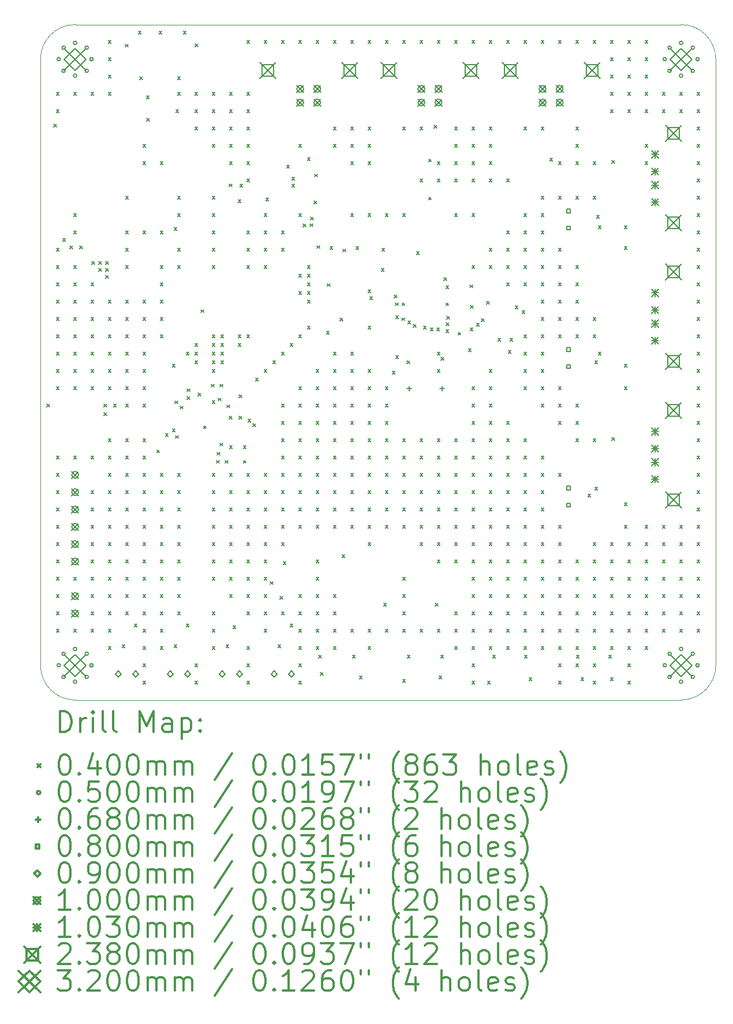
<source format=gbr>
%FSLAX45Y45*%
G04 Gerber Fmt 4.5, Leading zero omitted, Abs format (unit mm)*
G04 Created by KiCad (PCBNEW (5.1.10)-1) date 2021-10-03 21:42:48*
%MOMM*%
%LPD*%
G01*
G04 APERTURE LIST*
%TA.AperFunction,Profile*%
%ADD10C,0.050000*%
%TD*%
%ADD11C,0.200000*%
%ADD12C,0.300000*%
G04 APERTURE END LIST*
D10*
X11430000Y-10922000D02*
G75*
G02*
X10922000Y-11430000I-508000J0D01*
G01*
X2032000Y-11430000D02*
G75*
G02*
X1524000Y-10922000I0J508000D01*
G01*
X1524000Y-2032000D02*
G75*
G02*
X2032000Y-1524000I508000J0D01*
G01*
X10922000Y-1524000D02*
G75*
G02*
X11430000Y-2032000I0J-508000D01*
G01*
X11430000Y-10922000D02*
X11430000Y-2032000D01*
X2032000Y-1524000D02*
X10922000Y-1524000D01*
X1524000Y-2032000D02*
X1524000Y-10922000D01*
X2032000Y-11430000D02*
X10922000Y-11430000D01*
D11*
X1618300Y-7092000D02*
X1658300Y-7132000D01*
X1658300Y-7092000D02*
X1618300Y-7132000D01*
X1716000Y-2986000D02*
X1756000Y-3026000D01*
X1756000Y-2986000D02*
X1716000Y-3026000D01*
X1758000Y-2520000D02*
X1798000Y-2560000D01*
X1798000Y-2520000D02*
X1758000Y-2560000D01*
X1758000Y-2774000D02*
X1798000Y-2814000D01*
X1798000Y-2774000D02*
X1758000Y-2814000D01*
X1758000Y-4806000D02*
X1798000Y-4846000D01*
X1798000Y-4806000D02*
X1758000Y-4846000D01*
X1758000Y-5060000D02*
X1798000Y-5100000D01*
X1798000Y-5060000D02*
X1758000Y-5100000D01*
X1758000Y-5314000D02*
X1798000Y-5354000D01*
X1798000Y-5314000D02*
X1758000Y-5354000D01*
X1758000Y-5568000D02*
X1798000Y-5608000D01*
X1798000Y-5568000D02*
X1758000Y-5608000D01*
X1758000Y-5822000D02*
X1798000Y-5862000D01*
X1798000Y-5822000D02*
X1758000Y-5862000D01*
X1758000Y-6076000D02*
X1798000Y-6116000D01*
X1798000Y-6076000D02*
X1758000Y-6116000D01*
X1758000Y-6330000D02*
X1798000Y-6370000D01*
X1798000Y-6330000D02*
X1758000Y-6370000D01*
X1758000Y-6584000D02*
X1798000Y-6624000D01*
X1798000Y-6584000D02*
X1758000Y-6624000D01*
X1758000Y-6838000D02*
X1798000Y-6878000D01*
X1798000Y-6838000D02*
X1758000Y-6878000D01*
X1758000Y-7854000D02*
X1798000Y-7894000D01*
X1798000Y-7854000D02*
X1758000Y-7894000D01*
X1758000Y-8108000D02*
X1798000Y-8148000D01*
X1798000Y-8108000D02*
X1758000Y-8148000D01*
X1758000Y-8362000D02*
X1798000Y-8402000D01*
X1798000Y-8362000D02*
X1758000Y-8402000D01*
X1758000Y-8616000D02*
X1798000Y-8656000D01*
X1798000Y-8616000D02*
X1758000Y-8656000D01*
X1758000Y-8870000D02*
X1798000Y-8910000D01*
X1798000Y-8870000D02*
X1758000Y-8910000D01*
X1758000Y-9124000D02*
X1798000Y-9164000D01*
X1798000Y-9124000D02*
X1758000Y-9164000D01*
X1758000Y-9378000D02*
X1798000Y-9418000D01*
X1798000Y-9378000D02*
X1758000Y-9418000D01*
X1758000Y-9632000D02*
X1798000Y-9672000D01*
X1798000Y-9632000D02*
X1758000Y-9672000D01*
X1758000Y-9886000D02*
X1798000Y-9926000D01*
X1798000Y-9886000D02*
X1758000Y-9926000D01*
X1758000Y-10140000D02*
X1798000Y-10180000D01*
X1798000Y-10140000D02*
X1758000Y-10180000D01*
X1758000Y-10394000D02*
X1798000Y-10434000D01*
X1798000Y-10394000D02*
X1758000Y-10434000D01*
X1849975Y-4663225D02*
X1889975Y-4703225D01*
X1889975Y-4663225D02*
X1849975Y-4703225D01*
X1955250Y-4768500D02*
X1995250Y-4808500D01*
X1995250Y-4768500D02*
X1955250Y-4808500D01*
X2012000Y-2520000D02*
X2052000Y-2560000D01*
X2052000Y-2520000D02*
X2012000Y-2560000D01*
X2012000Y-4298000D02*
X2052000Y-4338000D01*
X2052000Y-4298000D02*
X2012000Y-4338000D01*
X2012000Y-4552000D02*
X2052000Y-4592000D01*
X2052000Y-4552000D02*
X2012000Y-4592000D01*
X2012000Y-5060000D02*
X2052000Y-5100000D01*
X2052000Y-5060000D02*
X2012000Y-5100000D01*
X2012000Y-5314000D02*
X2052000Y-5354000D01*
X2052000Y-5314000D02*
X2012000Y-5354000D01*
X2012000Y-5568000D02*
X2052000Y-5608000D01*
X2052000Y-5568000D02*
X2012000Y-5608000D01*
X2012000Y-5822000D02*
X2052000Y-5862000D01*
X2052000Y-5822000D02*
X2012000Y-5862000D01*
X2012000Y-6076000D02*
X2052000Y-6116000D01*
X2052000Y-6076000D02*
X2012000Y-6116000D01*
X2012000Y-6330000D02*
X2052000Y-6370000D01*
X2052000Y-6330000D02*
X2012000Y-6370000D01*
X2012000Y-6584000D02*
X2052000Y-6624000D01*
X2052000Y-6584000D02*
X2012000Y-6624000D01*
X2012000Y-6838000D02*
X2052000Y-6878000D01*
X2052000Y-6838000D02*
X2012000Y-6878000D01*
X2012000Y-7854000D02*
X2052000Y-7894000D01*
X2052000Y-7854000D02*
X2012000Y-7894000D01*
X2012000Y-9632000D02*
X2052000Y-9672000D01*
X2052000Y-9632000D02*
X2012000Y-9672000D01*
X2012000Y-10394000D02*
X2052000Y-10434000D01*
X2052000Y-10394000D02*
X2012000Y-10434000D01*
X2100300Y-4768500D02*
X2140300Y-4808500D01*
X2140300Y-4768500D02*
X2100300Y-4808500D01*
X2266000Y-2520000D02*
X2306000Y-2560000D01*
X2306000Y-2520000D02*
X2266000Y-2560000D01*
X2266000Y-5314000D02*
X2306000Y-5354000D01*
X2306000Y-5314000D02*
X2266000Y-5354000D01*
X2266000Y-5568000D02*
X2306000Y-5608000D01*
X2306000Y-5568000D02*
X2266000Y-5608000D01*
X2266000Y-5822000D02*
X2306000Y-5862000D01*
X2306000Y-5822000D02*
X2266000Y-5862000D01*
X2266000Y-6076000D02*
X2306000Y-6116000D01*
X2306000Y-6076000D02*
X2266000Y-6116000D01*
X2266000Y-6330000D02*
X2306000Y-6370000D01*
X2306000Y-6330000D02*
X2266000Y-6370000D01*
X2266000Y-6584000D02*
X2306000Y-6624000D01*
X2306000Y-6584000D02*
X2266000Y-6624000D01*
X2266000Y-6838000D02*
X2306000Y-6878000D01*
X2306000Y-6838000D02*
X2266000Y-6878000D01*
X2266000Y-7854000D02*
X2306000Y-7894000D01*
X2306000Y-7854000D02*
X2266000Y-7894000D01*
X2266000Y-8362000D02*
X2306000Y-8402000D01*
X2306000Y-8362000D02*
X2266000Y-8402000D01*
X2266000Y-8616000D02*
X2306000Y-8656000D01*
X2306000Y-8616000D02*
X2266000Y-8656000D01*
X2266000Y-8870000D02*
X2306000Y-8910000D01*
X2306000Y-8870000D02*
X2266000Y-8910000D01*
X2266000Y-9124000D02*
X2306000Y-9164000D01*
X2306000Y-9124000D02*
X2266000Y-9164000D01*
X2266000Y-9378000D02*
X2306000Y-9418000D01*
X2306000Y-9378000D02*
X2266000Y-9418000D01*
X2266000Y-9632000D02*
X2306000Y-9672000D01*
X2306000Y-9632000D02*
X2266000Y-9672000D01*
X2266000Y-9886000D02*
X2306000Y-9926000D01*
X2306000Y-9886000D02*
X2266000Y-9926000D01*
X2266000Y-10140000D02*
X2306000Y-10180000D01*
X2306000Y-10140000D02*
X2266000Y-10180000D01*
X2266000Y-10394000D02*
X2306000Y-10434000D01*
X2306000Y-10394000D02*
X2266000Y-10434000D01*
X2278400Y-4996800D02*
X2318400Y-5036800D01*
X2318400Y-4996800D02*
X2278400Y-5036800D01*
X2380000Y-4996800D02*
X2420000Y-5036800D01*
X2420000Y-4996800D02*
X2380000Y-5036800D01*
X2380000Y-5098400D02*
X2420000Y-5138400D01*
X2420000Y-5098400D02*
X2380000Y-5138400D01*
X2456500Y-7092000D02*
X2496500Y-7132000D01*
X2496500Y-7092000D02*
X2456500Y-7132000D01*
X2456500Y-7219000D02*
X2496500Y-7259000D01*
X2496500Y-7219000D02*
X2456500Y-7259000D01*
X2481600Y-4996800D02*
X2521600Y-5036800D01*
X2521600Y-4996800D02*
X2481600Y-5036800D01*
X2481600Y-5098400D02*
X2521600Y-5138400D01*
X2521600Y-5098400D02*
X2481600Y-5138400D01*
X2481600Y-5200000D02*
X2521600Y-5240000D01*
X2521600Y-5200000D02*
X2481600Y-5240000D01*
X2520000Y-1758000D02*
X2560000Y-1798000D01*
X2560000Y-1758000D02*
X2520000Y-1798000D01*
X2520000Y-2012000D02*
X2560000Y-2052000D01*
X2560000Y-2012000D02*
X2520000Y-2052000D01*
X2520000Y-2266000D02*
X2560000Y-2306000D01*
X2560000Y-2266000D02*
X2520000Y-2306000D01*
X2520000Y-2520000D02*
X2560000Y-2560000D01*
X2560000Y-2520000D02*
X2520000Y-2560000D01*
X2520000Y-5568000D02*
X2560000Y-5608000D01*
X2560000Y-5568000D02*
X2520000Y-5608000D01*
X2520000Y-5822000D02*
X2560000Y-5862000D01*
X2560000Y-5822000D02*
X2520000Y-5862000D01*
X2520000Y-6076000D02*
X2560000Y-6116000D01*
X2560000Y-6076000D02*
X2520000Y-6116000D01*
X2520000Y-6330000D02*
X2560000Y-6370000D01*
X2560000Y-6330000D02*
X2520000Y-6370000D01*
X2520000Y-6584000D02*
X2560000Y-6624000D01*
X2560000Y-6584000D02*
X2520000Y-6624000D01*
X2520000Y-6838000D02*
X2560000Y-6878000D01*
X2560000Y-6838000D02*
X2520000Y-6878000D01*
X2520000Y-7600000D02*
X2560000Y-7640000D01*
X2560000Y-7600000D02*
X2520000Y-7640000D01*
X2520000Y-7854000D02*
X2560000Y-7894000D01*
X2560000Y-7854000D02*
X2520000Y-7894000D01*
X2520000Y-8108000D02*
X2560000Y-8148000D01*
X2560000Y-8108000D02*
X2520000Y-8148000D01*
X2520000Y-8362000D02*
X2560000Y-8402000D01*
X2560000Y-8362000D02*
X2520000Y-8402000D01*
X2520000Y-8616000D02*
X2560000Y-8656000D01*
X2560000Y-8616000D02*
X2520000Y-8656000D01*
X2520000Y-8870000D02*
X2560000Y-8910000D01*
X2560000Y-8870000D02*
X2520000Y-8910000D01*
X2520000Y-9124000D02*
X2560000Y-9164000D01*
X2560000Y-9124000D02*
X2520000Y-9164000D01*
X2520000Y-9378000D02*
X2560000Y-9418000D01*
X2560000Y-9378000D02*
X2520000Y-9418000D01*
X2520000Y-9632000D02*
X2560000Y-9672000D01*
X2560000Y-9632000D02*
X2520000Y-9672000D01*
X2520000Y-9886000D02*
X2560000Y-9926000D01*
X2560000Y-9886000D02*
X2520000Y-9926000D01*
X2520000Y-10140000D02*
X2560000Y-10180000D01*
X2560000Y-10140000D02*
X2520000Y-10180000D01*
X2520000Y-10394000D02*
X2560000Y-10434000D01*
X2560000Y-10394000D02*
X2520000Y-10434000D01*
X2520000Y-10648000D02*
X2560000Y-10688000D01*
X2560000Y-10648000D02*
X2520000Y-10688000D01*
X2596200Y-7092000D02*
X2636200Y-7132000D01*
X2636200Y-7092000D02*
X2596200Y-7132000D01*
X2723200Y-10622600D02*
X2763200Y-10662600D01*
X2763200Y-10622600D02*
X2723200Y-10662600D01*
X2771000Y-1811800D02*
X2811000Y-1851800D01*
X2811000Y-1811800D02*
X2771000Y-1851800D01*
X2774000Y-4044000D02*
X2814000Y-4084000D01*
X2814000Y-4044000D02*
X2774000Y-4084000D01*
X2774000Y-4552000D02*
X2814000Y-4592000D01*
X2814000Y-4552000D02*
X2774000Y-4592000D01*
X2774000Y-4806000D02*
X2814000Y-4846000D01*
X2814000Y-4806000D02*
X2774000Y-4846000D01*
X2774000Y-5060000D02*
X2814000Y-5100000D01*
X2814000Y-5060000D02*
X2774000Y-5100000D01*
X2774000Y-5568000D02*
X2814000Y-5608000D01*
X2814000Y-5568000D02*
X2774000Y-5608000D01*
X2774000Y-5822000D02*
X2814000Y-5862000D01*
X2814000Y-5822000D02*
X2774000Y-5862000D01*
X2774000Y-6076000D02*
X2814000Y-6116000D01*
X2814000Y-6076000D02*
X2774000Y-6116000D01*
X2774000Y-6330000D02*
X2814000Y-6370000D01*
X2814000Y-6330000D02*
X2774000Y-6370000D01*
X2774000Y-6584000D02*
X2814000Y-6624000D01*
X2814000Y-6584000D02*
X2774000Y-6624000D01*
X2774000Y-6838000D02*
X2814000Y-6878000D01*
X2814000Y-6838000D02*
X2774000Y-6878000D01*
X2774000Y-7092000D02*
X2814000Y-7132000D01*
X2814000Y-7092000D02*
X2774000Y-7132000D01*
X2774000Y-7600000D02*
X2814000Y-7640000D01*
X2814000Y-7600000D02*
X2774000Y-7640000D01*
X2774000Y-7854000D02*
X2814000Y-7894000D01*
X2814000Y-7854000D02*
X2774000Y-7894000D01*
X2774000Y-8108000D02*
X2814000Y-8148000D01*
X2814000Y-8108000D02*
X2774000Y-8148000D01*
X2774000Y-8362000D02*
X2814000Y-8402000D01*
X2814000Y-8362000D02*
X2774000Y-8402000D01*
X2774000Y-8616000D02*
X2814000Y-8656000D01*
X2814000Y-8616000D02*
X2774000Y-8656000D01*
X2774000Y-8870000D02*
X2814000Y-8910000D01*
X2814000Y-8870000D02*
X2774000Y-8910000D01*
X2774000Y-9124000D02*
X2814000Y-9164000D01*
X2814000Y-9124000D02*
X2774000Y-9164000D01*
X2774000Y-9378000D02*
X2814000Y-9418000D01*
X2814000Y-9378000D02*
X2774000Y-9418000D01*
X2774000Y-9632000D02*
X2814000Y-9672000D01*
X2814000Y-9632000D02*
X2774000Y-9672000D01*
X2774000Y-9886000D02*
X2814000Y-9926000D01*
X2814000Y-9886000D02*
X2774000Y-9926000D01*
X2774000Y-10140000D02*
X2814000Y-10180000D01*
X2814000Y-10140000D02*
X2774000Y-10180000D01*
X2901000Y-10317800D02*
X2941000Y-10357800D01*
X2941000Y-10317800D02*
X2901000Y-10357800D01*
X2958300Y-1624500D02*
X2998300Y-1664500D01*
X2998300Y-1624500D02*
X2958300Y-1664500D01*
X2977400Y-2291600D02*
X3017400Y-2331600D01*
X3017400Y-2291600D02*
X2977400Y-2331600D01*
X3028000Y-3282000D02*
X3068000Y-3322000D01*
X3068000Y-3282000D02*
X3028000Y-3322000D01*
X3028000Y-3536000D02*
X3068000Y-3576000D01*
X3068000Y-3536000D02*
X3028000Y-3576000D01*
X3028000Y-4552000D02*
X3068000Y-4592000D01*
X3068000Y-4552000D02*
X3028000Y-4592000D01*
X3028000Y-5568000D02*
X3068000Y-5608000D01*
X3068000Y-5568000D02*
X3028000Y-5608000D01*
X3028000Y-5822000D02*
X3068000Y-5862000D01*
X3068000Y-5822000D02*
X3028000Y-5862000D01*
X3028000Y-6076000D02*
X3068000Y-6116000D01*
X3068000Y-6076000D02*
X3028000Y-6116000D01*
X3028000Y-6330000D02*
X3068000Y-6370000D01*
X3068000Y-6330000D02*
X3028000Y-6370000D01*
X3028000Y-6584000D02*
X3068000Y-6624000D01*
X3068000Y-6584000D02*
X3028000Y-6624000D01*
X3028000Y-6838000D02*
X3068000Y-6878000D01*
X3068000Y-6838000D02*
X3028000Y-6878000D01*
X3028000Y-7092000D02*
X3068000Y-7132000D01*
X3068000Y-7092000D02*
X3028000Y-7132000D01*
X3028000Y-7600000D02*
X3068000Y-7640000D01*
X3068000Y-7600000D02*
X3028000Y-7640000D01*
X3028000Y-7854000D02*
X3068000Y-7894000D01*
X3068000Y-7854000D02*
X3028000Y-7894000D01*
X3028000Y-8108000D02*
X3068000Y-8148000D01*
X3068000Y-8108000D02*
X3028000Y-8148000D01*
X3028000Y-8362000D02*
X3068000Y-8402000D01*
X3068000Y-8362000D02*
X3028000Y-8402000D01*
X3028000Y-8616000D02*
X3068000Y-8656000D01*
X3068000Y-8616000D02*
X3028000Y-8656000D01*
X3028000Y-8870000D02*
X3068000Y-8910000D01*
X3068000Y-8870000D02*
X3028000Y-8910000D01*
X3028000Y-9124000D02*
X3068000Y-9164000D01*
X3068000Y-9124000D02*
X3028000Y-9164000D01*
X3028000Y-9378000D02*
X3068000Y-9418000D01*
X3068000Y-9378000D02*
X3028000Y-9418000D01*
X3028000Y-9632000D02*
X3068000Y-9672000D01*
X3068000Y-9632000D02*
X3028000Y-9672000D01*
X3028000Y-9886000D02*
X3068000Y-9926000D01*
X3068000Y-9886000D02*
X3028000Y-9926000D01*
X3028000Y-10140000D02*
X3068000Y-10180000D01*
X3068000Y-10140000D02*
X3028000Y-10180000D01*
X3028000Y-10394000D02*
X3068000Y-10434000D01*
X3068000Y-10394000D02*
X3028000Y-10434000D01*
X3028000Y-10648000D02*
X3068000Y-10688000D01*
X3068000Y-10648000D02*
X3028000Y-10688000D01*
X3028000Y-10902000D02*
X3068000Y-10942000D01*
X3068000Y-10902000D02*
X3028000Y-10942000D01*
X3028000Y-11156000D02*
X3068000Y-11196000D01*
X3068000Y-11156000D02*
X3028000Y-11196000D01*
X3078800Y-2570800D02*
X3118800Y-2610800D01*
X3118800Y-2570800D02*
X3078800Y-2610800D01*
X3082594Y-2897206D02*
X3122594Y-2937206D01*
X3122594Y-2897206D02*
X3082594Y-2937206D01*
X3231200Y-7765100D02*
X3271200Y-7805100D01*
X3271200Y-7765100D02*
X3231200Y-7805100D01*
X3263100Y-1624500D02*
X3303100Y-1664500D01*
X3303100Y-1624500D02*
X3263100Y-1664500D01*
X3282000Y-3536000D02*
X3322000Y-3576000D01*
X3322000Y-3536000D02*
X3282000Y-3576000D01*
X3282000Y-4552000D02*
X3322000Y-4592000D01*
X3322000Y-4552000D02*
X3282000Y-4592000D01*
X3282000Y-5060000D02*
X3322000Y-5100000D01*
X3322000Y-5060000D02*
X3282000Y-5100000D01*
X3282000Y-5314000D02*
X3322000Y-5354000D01*
X3322000Y-5314000D02*
X3282000Y-5354000D01*
X3282000Y-5568000D02*
X3322000Y-5608000D01*
X3322000Y-5568000D02*
X3282000Y-5608000D01*
X3282000Y-5822000D02*
X3322000Y-5862000D01*
X3322000Y-5822000D02*
X3282000Y-5862000D01*
X3282000Y-6076000D02*
X3322000Y-6116000D01*
X3322000Y-6076000D02*
X3282000Y-6116000D01*
X3282000Y-8108000D02*
X3322000Y-8148000D01*
X3322000Y-8108000D02*
X3282000Y-8148000D01*
X3282000Y-8362000D02*
X3322000Y-8402000D01*
X3322000Y-8362000D02*
X3282000Y-8402000D01*
X3282000Y-8616000D02*
X3322000Y-8656000D01*
X3322000Y-8616000D02*
X3282000Y-8656000D01*
X3282000Y-8870000D02*
X3322000Y-8910000D01*
X3322000Y-8870000D02*
X3282000Y-8910000D01*
X3282000Y-9124000D02*
X3322000Y-9164000D01*
X3322000Y-9124000D02*
X3282000Y-9164000D01*
X3282000Y-9378000D02*
X3322000Y-9418000D01*
X3322000Y-9378000D02*
X3282000Y-9418000D01*
X3282000Y-9632000D02*
X3322000Y-9672000D01*
X3322000Y-9632000D02*
X3282000Y-9672000D01*
X3282000Y-9886000D02*
X3322000Y-9926000D01*
X3322000Y-9886000D02*
X3282000Y-9926000D01*
X3282000Y-10140000D02*
X3322000Y-10180000D01*
X3322000Y-10140000D02*
X3282000Y-10180000D01*
X3282000Y-10140000D02*
X3322000Y-10180000D01*
X3322000Y-10140000D02*
X3282000Y-10180000D01*
X3282000Y-10394000D02*
X3322000Y-10434000D01*
X3322000Y-10394000D02*
X3282000Y-10434000D01*
X3282000Y-10648000D02*
X3322000Y-10688000D01*
X3322000Y-10648000D02*
X3282000Y-10688000D01*
X3358200Y-7523800D02*
X3398200Y-7563800D01*
X3398200Y-7523800D02*
X3358200Y-7563800D01*
X3459800Y-6507800D02*
X3499800Y-6547800D01*
X3499800Y-6507800D02*
X3459800Y-6547800D01*
X3459800Y-7452200D02*
X3499800Y-7492200D01*
X3499800Y-7452200D02*
X3459800Y-7492200D01*
X3483750Y-4499750D02*
X3523750Y-4539750D01*
X3523750Y-4499750D02*
X3483750Y-4539750D01*
X3485200Y-10622600D02*
X3525200Y-10662600D01*
X3525200Y-10622600D02*
X3485200Y-10662600D01*
X3494000Y-7045100D02*
X3534000Y-7085100D01*
X3534000Y-7045100D02*
X3494000Y-7085100D01*
X3502299Y-7553599D02*
X3542299Y-7593599D01*
X3542299Y-7553599D02*
X3502299Y-7593599D01*
X3510600Y-2774000D02*
X3550600Y-2814000D01*
X3550600Y-2774000D02*
X3510600Y-2814000D01*
X3536000Y-2291400D02*
X3576000Y-2331400D01*
X3576000Y-2291400D02*
X3536000Y-2331400D01*
X3536000Y-2520000D02*
X3576000Y-2560000D01*
X3576000Y-2520000D02*
X3536000Y-2560000D01*
X3536000Y-4044000D02*
X3576000Y-4084000D01*
X3576000Y-4044000D02*
X3536000Y-4084000D01*
X3536000Y-4298000D02*
X3576000Y-4338000D01*
X3576000Y-4298000D02*
X3536000Y-4338000D01*
X3536000Y-4806000D02*
X3576000Y-4846000D01*
X3576000Y-4806000D02*
X3536000Y-4846000D01*
X3536000Y-5060000D02*
X3576000Y-5100000D01*
X3576000Y-5060000D02*
X3536000Y-5100000D01*
X3536000Y-8108000D02*
X3576000Y-8148000D01*
X3576000Y-8108000D02*
X3536000Y-8148000D01*
X3536000Y-8362000D02*
X3576000Y-8402000D01*
X3576000Y-8362000D02*
X3536000Y-8402000D01*
X3536000Y-8616000D02*
X3576000Y-8656000D01*
X3576000Y-8616000D02*
X3536000Y-8656000D01*
X3536000Y-8870000D02*
X3576000Y-8910000D01*
X3576000Y-8870000D02*
X3536000Y-8910000D01*
X3536000Y-9124000D02*
X3576000Y-9164000D01*
X3576000Y-9124000D02*
X3536000Y-9164000D01*
X3536000Y-9378000D02*
X3576000Y-9418000D01*
X3576000Y-9378000D02*
X3536000Y-9418000D01*
X3536000Y-9632000D02*
X3576000Y-9672000D01*
X3576000Y-9632000D02*
X3536000Y-9672000D01*
X3536000Y-9886000D02*
X3576000Y-9926000D01*
X3576000Y-9886000D02*
X3536000Y-9926000D01*
X3536000Y-10140000D02*
X3576000Y-10180000D01*
X3576000Y-10140000D02*
X3536000Y-10180000D01*
X3570200Y-7121300D02*
X3610200Y-7161300D01*
X3610200Y-7121300D02*
X3570200Y-7161300D01*
X3618700Y-1624500D02*
X3658700Y-1664500D01*
X3658700Y-1624500D02*
X3618700Y-1664500D01*
X3663000Y-6330000D02*
X3703000Y-6370000D01*
X3703000Y-6330000D02*
X3663000Y-6370000D01*
X3663000Y-10317800D02*
X3703000Y-10357800D01*
X3703000Y-10317800D02*
X3663000Y-10357800D01*
X3672000Y-6867100D02*
X3712000Y-6907100D01*
X3712000Y-6867100D02*
X3672000Y-6907100D01*
X3672000Y-6981400D02*
X3712000Y-7021400D01*
X3712000Y-6981400D02*
X3672000Y-7021400D01*
X3790000Y-2520000D02*
X3830000Y-2560000D01*
X3830000Y-2520000D02*
X3790000Y-2560000D01*
X3790000Y-2774000D02*
X3830000Y-2814000D01*
X3830000Y-2774000D02*
X3790000Y-2814000D01*
X3790000Y-3028000D02*
X3830000Y-3068000D01*
X3830000Y-3028000D02*
X3790000Y-3068000D01*
X3790000Y-6203000D02*
X3830000Y-6243000D01*
X3830000Y-6203000D02*
X3790000Y-6243000D01*
X3790000Y-6330000D02*
X3830000Y-6370000D01*
X3830000Y-6330000D02*
X3790000Y-6370000D01*
X3790000Y-6457000D02*
X3830000Y-6497000D01*
X3830000Y-6457000D02*
X3790000Y-6497000D01*
X3790000Y-10902000D02*
X3830000Y-10942000D01*
X3830000Y-10902000D02*
X3790000Y-10942000D01*
X3790000Y-11156000D02*
X3830000Y-11196000D01*
X3830000Y-11156000D02*
X3790000Y-11196000D01*
X3793000Y-1805800D02*
X3833000Y-1845800D01*
X3833000Y-1805800D02*
X3793000Y-1845800D01*
X3837379Y-6930321D02*
X3877379Y-6970321D01*
X3877379Y-6930321D02*
X3837379Y-6970321D01*
X3878900Y-5707700D02*
X3918900Y-5747700D01*
X3918900Y-5707700D02*
X3878900Y-5747700D01*
X3917000Y-7409500D02*
X3957000Y-7449500D01*
X3957000Y-7409500D02*
X3917000Y-7449500D01*
X4031300Y-6799900D02*
X4071300Y-6839900D01*
X4071300Y-6799900D02*
X4031300Y-6839900D01*
X4044000Y-2520000D02*
X4084000Y-2560000D01*
X4084000Y-2520000D02*
X4044000Y-2560000D01*
X4044000Y-2774000D02*
X4084000Y-2814000D01*
X4084000Y-2774000D02*
X4044000Y-2814000D01*
X4044000Y-3028000D02*
X4084000Y-3068000D01*
X4084000Y-3028000D02*
X4044000Y-3068000D01*
X4044000Y-3282000D02*
X4084000Y-3322000D01*
X4084000Y-3282000D02*
X4044000Y-3322000D01*
X4044000Y-4044000D02*
X4084000Y-4084000D01*
X4084000Y-4044000D02*
X4044000Y-4084000D01*
X4044000Y-4298000D02*
X4084000Y-4338000D01*
X4084000Y-4298000D02*
X4044000Y-4338000D01*
X4044000Y-4552000D02*
X4084000Y-4592000D01*
X4084000Y-4552000D02*
X4044000Y-4592000D01*
X4044000Y-4806000D02*
X4084000Y-4846000D01*
X4084000Y-4806000D02*
X4044000Y-4846000D01*
X4044000Y-5060000D02*
X4084000Y-5100000D01*
X4084000Y-5060000D02*
X4044000Y-5100000D01*
X4044000Y-6076000D02*
X4084000Y-6116000D01*
X4084000Y-6076000D02*
X4044000Y-6116000D01*
X4044000Y-6203000D02*
X4084000Y-6243000D01*
X4084000Y-6203000D02*
X4044000Y-6243000D01*
X4044000Y-6330000D02*
X4084000Y-6370000D01*
X4084000Y-6330000D02*
X4044000Y-6370000D01*
X4044000Y-6457000D02*
X4084000Y-6497000D01*
X4084000Y-6457000D02*
X4044000Y-6497000D01*
X4044000Y-6584000D02*
X4084000Y-6624000D01*
X4084000Y-6584000D02*
X4044000Y-6624000D01*
X4044000Y-7041200D02*
X4084000Y-7081200D01*
X4084000Y-7041200D02*
X4044000Y-7081200D01*
X4044000Y-8108000D02*
X4084000Y-8148000D01*
X4084000Y-8108000D02*
X4044000Y-8148000D01*
X4044000Y-8362000D02*
X4084000Y-8402000D01*
X4084000Y-8362000D02*
X4044000Y-8402000D01*
X4044000Y-8616000D02*
X4084000Y-8656000D01*
X4084000Y-8616000D02*
X4044000Y-8656000D01*
X4044000Y-8870000D02*
X4084000Y-8910000D01*
X4084000Y-8870000D02*
X4044000Y-8910000D01*
X4044000Y-9124000D02*
X4084000Y-9164000D01*
X4084000Y-9124000D02*
X4044000Y-9164000D01*
X4044000Y-9378000D02*
X4084000Y-9418000D01*
X4084000Y-9378000D02*
X4044000Y-9418000D01*
X4044000Y-9632000D02*
X4084000Y-9672000D01*
X4084000Y-9632000D02*
X4044000Y-9672000D01*
X4044000Y-10140000D02*
X4084000Y-10180000D01*
X4084000Y-10140000D02*
X4044000Y-10180000D01*
X4044000Y-10394000D02*
X4084000Y-10434000D01*
X4084000Y-10394000D02*
X4044000Y-10434000D01*
X4044000Y-10648000D02*
X4084000Y-10688000D01*
X4084000Y-10648000D02*
X4044000Y-10688000D01*
X4107500Y-7917500D02*
X4147500Y-7957500D01*
X4147500Y-7917500D02*
X4107500Y-7957500D01*
X4112850Y-7797850D02*
X4152850Y-7837850D01*
X4152850Y-7797850D02*
X4112850Y-7837850D01*
X4132900Y-7003100D02*
X4172900Y-7043100D01*
X4172900Y-7003100D02*
X4132900Y-7043100D01*
X4158300Y-6799900D02*
X4198300Y-6839900D01*
X4198300Y-6799900D02*
X4158300Y-6839900D01*
X4158300Y-7663500D02*
X4198300Y-7703500D01*
X4198300Y-7663500D02*
X4158300Y-7703500D01*
X4171000Y-6076000D02*
X4211000Y-6116000D01*
X4211000Y-6076000D02*
X4171000Y-6116000D01*
X4171000Y-6203000D02*
X4211000Y-6243000D01*
X4211000Y-6203000D02*
X4171000Y-6243000D01*
X4171000Y-6330000D02*
X4211000Y-6370000D01*
X4211000Y-6330000D02*
X4171000Y-6370000D01*
X4171000Y-6457000D02*
X4211000Y-6497000D01*
X4211000Y-6457000D02*
X4171000Y-6497000D01*
X4234500Y-7917500D02*
X4274500Y-7957500D01*
X4274500Y-7917500D02*
X4234500Y-7957500D01*
X4247200Y-10622600D02*
X4287200Y-10662600D01*
X4287200Y-10622600D02*
X4247200Y-10662600D01*
X4259900Y-7104700D02*
X4299900Y-7144700D01*
X4299900Y-7104700D02*
X4259900Y-7144700D01*
X4291062Y-3860438D02*
X4331062Y-3900438D01*
X4331062Y-3860438D02*
X4291062Y-3900438D01*
X4294600Y-7268744D02*
X4334600Y-7308744D01*
X4334600Y-7268744D02*
X4294600Y-7308744D01*
X4298000Y-2520000D02*
X4338000Y-2560000D01*
X4338000Y-2520000D02*
X4298000Y-2560000D01*
X4298000Y-2774000D02*
X4338000Y-2814000D01*
X4338000Y-2774000D02*
X4298000Y-2814000D01*
X4298000Y-3028000D02*
X4338000Y-3068000D01*
X4338000Y-3028000D02*
X4298000Y-3068000D01*
X4298000Y-3282000D02*
X4338000Y-3322000D01*
X4338000Y-3282000D02*
X4298000Y-3322000D01*
X4298000Y-3536000D02*
X4338000Y-3576000D01*
X4338000Y-3536000D02*
X4298000Y-3576000D01*
X4298000Y-7701600D02*
X4338000Y-7741600D01*
X4338000Y-7701600D02*
X4298000Y-7741600D01*
X4298000Y-8108000D02*
X4338000Y-8148000D01*
X4338000Y-8108000D02*
X4298000Y-8148000D01*
X4298000Y-8362000D02*
X4338000Y-8402000D01*
X4338000Y-8362000D02*
X4298000Y-8402000D01*
X4298000Y-8616000D02*
X4338000Y-8656000D01*
X4338000Y-8616000D02*
X4298000Y-8656000D01*
X4298000Y-8870000D02*
X4338000Y-8910000D01*
X4338000Y-8870000D02*
X4298000Y-8910000D01*
X4298000Y-9124000D02*
X4338000Y-9164000D01*
X4338000Y-9124000D02*
X4298000Y-9164000D01*
X4298000Y-9378000D02*
X4338000Y-9418000D01*
X4338000Y-9378000D02*
X4298000Y-9418000D01*
X4298000Y-9632000D02*
X4338000Y-9672000D01*
X4338000Y-9632000D02*
X4298000Y-9672000D01*
X4298000Y-9886000D02*
X4338000Y-9926000D01*
X4338000Y-9886000D02*
X4298000Y-9926000D01*
X4348800Y-10343200D02*
X4388800Y-10383200D01*
X4388800Y-10343200D02*
X4348800Y-10383200D01*
X4425000Y-4094800D02*
X4465000Y-4134800D01*
X4465000Y-4094800D02*
X4425000Y-4134800D01*
X4425000Y-6076000D02*
X4465000Y-6116000D01*
X4465000Y-6076000D02*
X4425000Y-6116000D01*
X4425000Y-6203000D02*
X4465000Y-6243000D01*
X4465000Y-6203000D02*
X4425000Y-6243000D01*
X4437700Y-6955798D02*
X4477700Y-6995798D01*
X4477700Y-6955798D02*
X4437700Y-6995798D01*
X4437700Y-7269282D02*
X4477700Y-7309282D01*
X4477700Y-7269282D02*
X4437700Y-7309282D01*
X4450400Y-3866200D02*
X4490400Y-3906200D01*
X4490400Y-3866200D02*
X4450400Y-3906200D01*
X4501200Y-7701600D02*
X4541200Y-7741600D01*
X4541200Y-7701600D02*
X4501200Y-7741600D01*
X4501200Y-7917500D02*
X4541200Y-7957500D01*
X4541200Y-7917500D02*
X4501200Y-7957500D01*
X4552000Y-1758000D02*
X4592000Y-1798000D01*
X4592000Y-1758000D02*
X4552000Y-1798000D01*
X4552000Y-2520000D02*
X4592000Y-2560000D01*
X4592000Y-2520000D02*
X4552000Y-2560000D01*
X4552000Y-2520000D02*
X4592000Y-2560000D01*
X4592000Y-2520000D02*
X4552000Y-2560000D01*
X4552000Y-2774000D02*
X4592000Y-2814000D01*
X4592000Y-2774000D02*
X4552000Y-2814000D01*
X4552000Y-3028000D02*
X4592000Y-3068000D01*
X4592000Y-3028000D02*
X4552000Y-3068000D01*
X4552000Y-3282000D02*
X4592000Y-3322000D01*
X4592000Y-3282000D02*
X4552000Y-3322000D01*
X4552000Y-3536000D02*
X4592000Y-3576000D01*
X4592000Y-3536000D02*
X4552000Y-3576000D01*
X4552000Y-3790000D02*
X4592000Y-3830000D01*
X4592000Y-3790000D02*
X4552000Y-3830000D01*
X4552000Y-4552000D02*
X4592000Y-4592000D01*
X4592000Y-4552000D02*
X4552000Y-4592000D01*
X4552000Y-4806000D02*
X4592000Y-4846000D01*
X4592000Y-4806000D02*
X4552000Y-4846000D01*
X4552000Y-5060000D02*
X4592000Y-5100000D01*
X4592000Y-5060000D02*
X4552000Y-5100000D01*
X4552000Y-6076000D02*
X4592000Y-6116000D01*
X4592000Y-6076000D02*
X4552000Y-6116000D01*
X4552000Y-8108000D02*
X4592000Y-8148000D01*
X4592000Y-8108000D02*
X4552000Y-8148000D01*
X4552000Y-8362000D02*
X4592000Y-8402000D01*
X4592000Y-8362000D02*
X4552000Y-8402000D01*
X4552000Y-8616000D02*
X4592000Y-8656000D01*
X4592000Y-8616000D02*
X4552000Y-8656000D01*
X4552000Y-8616000D02*
X4592000Y-8656000D01*
X4592000Y-8616000D02*
X4552000Y-8656000D01*
X4552000Y-8870000D02*
X4592000Y-8910000D01*
X4592000Y-8870000D02*
X4552000Y-8910000D01*
X4552000Y-9124000D02*
X4592000Y-9164000D01*
X4592000Y-9124000D02*
X4552000Y-9164000D01*
X4552000Y-9378000D02*
X4592000Y-9418000D01*
X4592000Y-9378000D02*
X4552000Y-9418000D01*
X4552000Y-9632000D02*
X4592000Y-9672000D01*
X4592000Y-9632000D02*
X4552000Y-9672000D01*
X4552000Y-9886000D02*
X4592000Y-9926000D01*
X4592000Y-9886000D02*
X4552000Y-9926000D01*
X4552000Y-10140000D02*
X4592000Y-10180000D01*
X4592000Y-10140000D02*
X4552000Y-10180000D01*
X4552000Y-10648000D02*
X4592000Y-10688000D01*
X4592000Y-10648000D02*
X4552000Y-10688000D01*
X4552000Y-10902000D02*
X4592000Y-10942000D01*
X4592000Y-10902000D02*
X4552000Y-10942000D01*
X4552000Y-11156000D02*
X4592000Y-11196000D01*
X4592000Y-11156000D02*
X4552000Y-11196000D01*
X4567332Y-7310531D02*
X4607332Y-7350531D01*
X4607332Y-7310531D02*
X4567332Y-7350531D01*
X4638269Y-7381468D02*
X4678269Y-7421468D01*
X4678269Y-7381468D02*
X4638269Y-7421468D01*
X4679000Y-6711000D02*
X4719000Y-6751000D01*
X4719000Y-6711000D02*
X4679000Y-6751000D01*
X4806000Y-1758000D02*
X4846000Y-1798000D01*
X4846000Y-1758000D02*
X4806000Y-1798000D01*
X4806000Y-4298000D02*
X4846000Y-4338000D01*
X4846000Y-4298000D02*
X4806000Y-4338000D01*
X4806000Y-4552000D02*
X4846000Y-4592000D01*
X4846000Y-4552000D02*
X4806000Y-4592000D01*
X4806000Y-4806000D02*
X4846000Y-4846000D01*
X4846000Y-4806000D02*
X4806000Y-4846000D01*
X4806000Y-5060000D02*
X4846000Y-5100000D01*
X4846000Y-5060000D02*
X4806000Y-5100000D01*
X4806000Y-6584000D02*
X4846000Y-6624000D01*
X4846000Y-6584000D02*
X4806000Y-6624000D01*
X4806000Y-8108000D02*
X4846000Y-8148000D01*
X4846000Y-8108000D02*
X4806000Y-8148000D01*
X4806000Y-8362000D02*
X4846000Y-8402000D01*
X4846000Y-8362000D02*
X4806000Y-8402000D01*
X4806000Y-8616000D02*
X4846000Y-8656000D01*
X4846000Y-8616000D02*
X4806000Y-8656000D01*
X4806000Y-8870000D02*
X4846000Y-8910000D01*
X4846000Y-8870000D02*
X4806000Y-8910000D01*
X4806000Y-9124000D02*
X4846000Y-9164000D01*
X4846000Y-9124000D02*
X4806000Y-9164000D01*
X4806000Y-9378000D02*
X4846000Y-9418000D01*
X4846000Y-9378000D02*
X4806000Y-9418000D01*
X4806000Y-9632000D02*
X4846000Y-9672000D01*
X4846000Y-9632000D02*
X4806000Y-9672000D01*
X4806000Y-9886000D02*
X4846000Y-9926000D01*
X4846000Y-9886000D02*
X4806000Y-9926000D01*
X4806000Y-10140000D02*
X4846000Y-10180000D01*
X4846000Y-10140000D02*
X4806000Y-10180000D01*
X4806000Y-10394000D02*
X4846000Y-10434000D01*
X4846000Y-10394000D02*
X4806000Y-10434000D01*
X4831400Y-4069400D02*
X4871400Y-4109400D01*
X4871400Y-4069400D02*
X4831400Y-4109400D01*
X4894900Y-9695500D02*
X4934900Y-9735500D01*
X4934900Y-9695500D02*
X4894900Y-9735500D01*
X4933000Y-6457000D02*
X4973000Y-6497000D01*
X4973000Y-6457000D02*
X4933000Y-6497000D01*
X5009200Y-10622600D02*
X5049200Y-10662600D01*
X5049200Y-10622600D02*
X5009200Y-10662600D01*
X5037900Y-9908100D02*
X5077900Y-9948100D01*
X5077900Y-9908100D02*
X5037900Y-9948100D01*
X5060000Y-1758000D02*
X5100000Y-1798000D01*
X5100000Y-1758000D02*
X5060000Y-1798000D01*
X5060000Y-4552000D02*
X5100000Y-4592000D01*
X5100000Y-4552000D02*
X5060000Y-4592000D01*
X5060000Y-4806000D02*
X5100000Y-4846000D01*
X5100000Y-4806000D02*
X5060000Y-4846000D01*
X5060000Y-6330000D02*
X5100000Y-6370000D01*
X5100000Y-6330000D02*
X5060000Y-6370000D01*
X5060000Y-7092000D02*
X5100000Y-7132000D01*
X5100000Y-7092000D02*
X5060000Y-7132000D01*
X5060000Y-7346000D02*
X5100000Y-7386000D01*
X5100000Y-7346000D02*
X5060000Y-7386000D01*
X5060000Y-7600000D02*
X5100000Y-7640000D01*
X5100000Y-7600000D02*
X5060000Y-7640000D01*
X5060000Y-7854000D02*
X5100000Y-7894000D01*
X5100000Y-7854000D02*
X5060000Y-7894000D01*
X5060000Y-8108000D02*
X5100000Y-8148000D01*
X5100000Y-8108000D02*
X5060000Y-8148000D01*
X5060000Y-8362000D02*
X5100000Y-8402000D01*
X5100000Y-8362000D02*
X5060000Y-8402000D01*
X5060000Y-8616000D02*
X5100000Y-8656000D01*
X5100000Y-8616000D02*
X5060000Y-8656000D01*
X5060000Y-8870000D02*
X5100000Y-8910000D01*
X5100000Y-8870000D02*
X5060000Y-8910000D01*
X5060000Y-9124000D02*
X5100000Y-9164000D01*
X5100000Y-9124000D02*
X5060000Y-9164000D01*
X5060000Y-10140000D02*
X5100000Y-10180000D01*
X5100000Y-10140000D02*
X5060000Y-10180000D01*
X5085400Y-9403400D02*
X5125400Y-9443400D01*
X5125400Y-9403400D02*
X5085400Y-9443400D01*
X5136200Y-3586800D02*
X5176200Y-3626800D01*
X5176200Y-3586800D02*
X5136200Y-3626800D01*
X5187000Y-6203000D02*
X5227000Y-6243000D01*
X5227000Y-6203000D02*
X5187000Y-6243000D01*
X5187000Y-10317800D02*
X5227000Y-10357800D01*
X5227000Y-10317800D02*
X5187000Y-10357800D01*
X5212400Y-3764600D02*
X5252400Y-3804600D01*
X5252400Y-3764600D02*
X5212400Y-3804600D01*
X5212400Y-3866200D02*
X5252400Y-3906200D01*
X5252400Y-3866200D02*
X5212400Y-3906200D01*
X5314000Y-1758000D02*
X5354000Y-1798000D01*
X5354000Y-1758000D02*
X5314000Y-1798000D01*
X5314000Y-3282000D02*
X5354000Y-3322000D01*
X5354000Y-3282000D02*
X5314000Y-3322000D01*
X5314000Y-4298000D02*
X5354000Y-4338000D01*
X5354000Y-4298000D02*
X5314000Y-4338000D01*
X5314000Y-5187000D02*
X5354000Y-5227000D01*
X5354000Y-5187000D02*
X5314000Y-5227000D01*
X5314000Y-5441000D02*
X5354000Y-5481000D01*
X5354000Y-5441000D02*
X5314000Y-5481000D01*
X5314000Y-6076000D02*
X5354000Y-6116000D01*
X5354000Y-6076000D02*
X5314000Y-6116000D01*
X5314000Y-6838000D02*
X5354000Y-6878000D01*
X5354000Y-6838000D02*
X5314000Y-6878000D01*
X5314000Y-7092000D02*
X5354000Y-7132000D01*
X5354000Y-7092000D02*
X5314000Y-7132000D01*
X5314000Y-7346000D02*
X5354000Y-7386000D01*
X5354000Y-7346000D02*
X5314000Y-7386000D01*
X5314000Y-7600000D02*
X5354000Y-7640000D01*
X5354000Y-7600000D02*
X5314000Y-7640000D01*
X5314000Y-7854000D02*
X5354000Y-7894000D01*
X5354000Y-7854000D02*
X5314000Y-7894000D01*
X5314000Y-8108000D02*
X5354000Y-8148000D01*
X5354000Y-8108000D02*
X5314000Y-8148000D01*
X5314000Y-8362000D02*
X5354000Y-8402000D01*
X5354000Y-8362000D02*
X5314000Y-8402000D01*
X5314000Y-8616000D02*
X5354000Y-8656000D01*
X5354000Y-8616000D02*
X5314000Y-8656000D01*
X5314000Y-8870000D02*
X5354000Y-8910000D01*
X5354000Y-8870000D02*
X5314000Y-8910000D01*
X5314000Y-9886000D02*
X5354000Y-9926000D01*
X5354000Y-9886000D02*
X5314000Y-9926000D01*
X5314000Y-10140000D02*
X5354000Y-10180000D01*
X5354000Y-10140000D02*
X5314000Y-10180000D01*
X5314000Y-10394000D02*
X5354000Y-10434000D01*
X5354000Y-10394000D02*
X5314000Y-10434000D01*
X5314000Y-10648000D02*
X5354000Y-10688000D01*
X5354000Y-10648000D02*
X5314000Y-10688000D01*
X5314000Y-10902000D02*
X5354000Y-10942000D01*
X5354000Y-10902000D02*
X5314000Y-10942000D01*
X5314000Y-11156000D02*
X5354000Y-11196000D01*
X5354000Y-11156000D02*
X5314000Y-11196000D01*
X5377500Y-4450400D02*
X5417500Y-4490400D01*
X5417500Y-4450400D02*
X5377500Y-4490400D01*
X5441000Y-3473508D02*
X5481000Y-3513508D01*
X5481000Y-3473508D02*
X5441000Y-3513508D01*
X5441000Y-5060000D02*
X5481000Y-5100000D01*
X5481000Y-5060000D02*
X5441000Y-5100000D01*
X5441000Y-5187000D02*
X5481000Y-5227000D01*
X5481000Y-5187000D02*
X5441000Y-5227000D01*
X5441000Y-5314000D02*
X5481000Y-5354000D01*
X5481000Y-5314000D02*
X5441000Y-5354000D01*
X5441000Y-5441000D02*
X5481000Y-5481000D01*
X5481000Y-5441000D02*
X5441000Y-5481000D01*
X5441000Y-5568000D02*
X5481000Y-5608000D01*
X5481000Y-5568000D02*
X5441000Y-5608000D01*
X5441000Y-5949000D02*
X5481000Y-5989000D01*
X5481000Y-5949000D02*
X5441000Y-5989000D01*
X5475051Y-4445842D02*
X5515051Y-4485842D01*
X5515051Y-4445842D02*
X5475051Y-4485842D01*
X5483540Y-4348800D02*
X5523540Y-4388800D01*
X5523540Y-4348800D02*
X5483540Y-4388800D01*
X5539550Y-4110550D02*
X5579550Y-4150550D01*
X5579550Y-4110550D02*
X5539550Y-4150550D01*
X5545900Y-3717100D02*
X5585900Y-3757100D01*
X5585900Y-3717100D02*
X5545900Y-3757100D01*
X5568000Y-1758000D02*
X5608000Y-1798000D01*
X5608000Y-1758000D02*
X5568000Y-1798000D01*
X5568000Y-6584000D02*
X5608000Y-6624000D01*
X5608000Y-6584000D02*
X5568000Y-6624000D01*
X5568000Y-6838000D02*
X5608000Y-6878000D01*
X5608000Y-6838000D02*
X5568000Y-6878000D01*
X5568000Y-7092000D02*
X5608000Y-7132000D01*
X5608000Y-7092000D02*
X5568000Y-7132000D01*
X5568000Y-7346000D02*
X5608000Y-7386000D01*
X5608000Y-7346000D02*
X5568000Y-7386000D01*
X5568000Y-7600000D02*
X5608000Y-7640000D01*
X5608000Y-7600000D02*
X5568000Y-7640000D01*
X5568000Y-7854000D02*
X5608000Y-7894000D01*
X5608000Y-7854000D02*
X5568000Y-7894000D01*
X5568000Y-8108000D02*
X5608000Y-8148000D01*
X5608000Y-8108000D02*
X5568000Y-8148000D01*
X5568000Y-8362000D02*
X5608000Y-8402000D01*
X5608000Y-8362000D02*
X5568000Y-8402000D01*
X5568000Y-8616000D02*
X5608000Y-8656000D01*
X5608000Y-8616000D02*
X5568000Y-8656000D01*
X5568000Y-8870000D02*
X5608000Y-8910000D01*
X5608000Y-8870000D02*
X5568000Y-8910000D01*
X5568000Y-9378000D02*
X5608000Y-9418000D01*
X5608000Y-9378000D02*
X5568000Y-9418000D01*
X5568000Y-9632000D02*
X5608000Y-9672000D01*
X5608000Y-9632000D02*
X5568000Y-9672000D01*
X5568000Y-9886000D02*
X5608000Y-9926000D01*
X5608000Y-9886000D02*
X5568000Y-9926000D01*
X5568000Y-10140000D02*
X5608000Y-10180000D01*
X5608000Y-10140000D02*
X5568000Y-10180000D01*
X5568000Y-10394000D02*
X5608000Y-10434000D01*
X5608000Y-10394000D02*
X5568000Y-10434000D01*
X5568000Y-10648000D02*
X5608000Y-10688000D01*
X5608000Y-10648000D02*
X5568000Y-10688000D01*
X5579256Y-4766456D02*
X5619256Y-4806456D01*
X5619256Y-4766456D02*
X5579256Y-4806456D01*
X5606300Y-10775000D02*
X5646300Y-10815000D01*
X5646300Y-10775000D02*
X5606300Y-10815000D01*
X5631500Y-11029000D02*
X5671500Y-11069000D01*
X5671500Y-11029000D02*
X5631500Y-11069000D01*
X5720400Y-6025200D02*
X5760400Y-6065200D01*
X5760400Y-6025200D02*
X5720400Y-6065200D01*
X5733100Y-5326700D02*
X5773100Y-5366700D01*
X5773100Y-5326700D02*
X5733100Y-5366700D01*
X5771200Y-4780600D02*
X5811200Y-4820600D01*
X5811200Y-4780600D02*
X5771200Y-4820600D01*
X5822000Y-1758000D02*
X5862000Y-1798000D01*
X5862000Y-1758000D02*
X5822000Y-1798000D01*
X5822000Y-3028000D02*
X5862000Y-3068000D01*
X5862000Y-3028000D02*
X5822000Y-3068000D01*
X5822000Y-3282000D02*
X5862000Y-3322000D01*
X5862000Y-3282000D02*
X5822000Y-3322000D01*
X5822000Y-6330000D02*
X5862000Y-6370000D01*
X5862000Y-6330000D02*
X5822000Y-6370000D01*
X5822000Y-6584000D02*
X5862000Y-6624000D01*
X5862000Y-6584000D02*
X5822000Y-6624000D01*
X5822000Y-6838000D02*
X5862000Y-6878000D01*
X5862000Y-6838000D02*
X5822000Y-6878000D01*
X5822000Y-7092000D02*
X5862000Y-7132000D01*
X5862000Y-7092000D02*
X5822000Y-7132000D01*
X5822000Y-7346000D02*
X5862000Y-7386000D01*
X5862000Y-7346000D02*
X5822000Y-7386000D01*
X5822000Y-7600000D02*
X5862000Y-7640000D01*
X5862000Y-7600000D02*
X5822000Y-7640000D01*
X5822000Y-7854000D02*
X5862000Y-7894000D01*
X5862000Y-7854000D02*
X5822000Y-7894000D01*
X5822000Y-8108000D02*
X5862000Y-8148000D01*
X5862000Y-8108000D02*
X5822000Y-8148000D01*
X5822000Y-8362000D02*
X5862000Y-8402000D01*
X5862000Y-8362000D02*
X5822000Y-8402000D01*
X5822000Y-8616000D02*
X5862000Y-8656000D01*
X5862000Y-8616000D02*
X5822000Y-8656000D01*
X5822000Y-8870000D02*
X5862000Y-8910000D01*
X5862000Y-8870000D02*
X5822000Y-8910000D01*
X5822000Y-9886000D02*
X5862000Y-9926000D01*
X5862000Y-9886000D02*
X5822000Y-9926000D01*
X5822000Y-10140000D02*
X5862000Y-10180000D01*
X5862000Y-10140000D02*
X5822000Y-10180000D01*
X5822000Y-10394000D02*
X5862000Y-10434000D01*
X5862000Y-10394000D02*
X5822000Y-10434000D01*
X5822000Y-10648000D02*
X5862000Y-10688000D01*
X5862000Y-10648000D02*
X5822000Y-10688000D01*
X5917450Y-5828150D02*
X5957450Y-5868150D01*
X5957450Y-5828150D02*
X5917450Y-5868150D01*
X5949000Y-9301800D02*
X5989000Y-9341800D01*
X5989000Y-9301800D02*
X5949000Y-9341800D01*
X5961700Y-4818700D02*
X6001700Y-4858700D01*
X6001700Y-4818700D02*
X5961700Y-4858700D01*
X6076000Y-1758000D02*
X6116000Y-1798000D01*
X6116000Y-1758000D02*
X6076000Y-1798000D01*
X6076000Y-3028000D02*
X6116000Y-3068000D01*
X6116000Y-3028000D02*
X6076000Y-3068000D01*
X6076000Y-3282000D02*
X6116000Y-3322000D01*
X6116000Y-3282000D02*
X6076000Y-3322000D01*
X6076000Y-3536000D02*
X6116000Y-3576000D01*
X6116000Y-3536000D02*
X6076000Y-3576000D01*
X6076000Y-4298000D02*
X6116000Y-4338000D01*
X6116000Y-4298000D02*
X6076000Y-4338000D01*
X6076000Y-6330000D02*
X6116000Y-6370000D01*
X6116000Y-6330000D02*
X6076000Y-6370000D01*
X6076000Y-6584000D02*
X6116000Y-6624000D01*
X6116000Y-6584000D02*
X6076000Y-6624000D01*
X6076000Y-6838000D02*
X6116000Y-6878000D01*
X6116000Y-6838000D02*
X6076000Y-6878000D01*
X6076000Y-7092000D02*
X6116000Y-7132000D01*
X6116000Y-7092000D02*
X6076000Y-7132000D01*
X6076000Y-7346000D02*
X6116000Y-7386000D01*
X6116000Y-7346000D02*
X6076000Y-7386000D01*
X6076000Y-7600000D02*
X6116000Y-7640000D01*
X6116000Y-7600000D02*
X6076000Y-7640000D01*
X6076000Y-7854000D02*
X6116000Y-7894000D01*
X6116000Y-7854000D02*
X6076000Y-7894000D01*
X6076000Y-8108000D02*
X6116000Y-8148000D01*
X6116000Y-8108000D02*
X6076000Y-8148000D01*
X6076000Y-8362000D02*
X6116000Y-8402000D01*
X6116000Y-8362000D02*
X6076000Y-8402000D01*
X6076000Y-8616000D02*
X6116000Y-8656000D01*
X6116000Y-8616000D02*
X6076000Y-8656000D01*
X6076000Y-8870000D02*
X6116000Y-8910000D01*
X6116000Y-8870000D02*
X6076000Y-8910000D01*
X6076000Y-10394000D02*
X6116000Y-10434000D01*
X6116000Y-10394000D02*
X6076000Y-10434000D01*
X6101400Y-10775000D02*
X6141400Y-10815000D01*
X6141400Y-10775000D02*
X6101400Y-10815000D01*
X6152200Y-4780600D02*
X6192200Y-4820600D01*
X6192200Y-4780600D02*
X6152200Y-4820600D01*
X6203000Y-11079800D02*
X6243000Y-11119800D01*
X6243000Y-11079800D02*
X6203000Y-11119800D01*
X6330000Y-1758000D02*
X6370000Y-1798000D01*
X6370000Y-1758000D02*
X6330000Y-1798000D01*
X6330000Y-3028000D02*
X6370000Y-3068000D01*
X6370000Y-3028000D02*
X6330000Y-3068000D01*
X6330000Y-3282000D02*
X6370000Y-3322000D01*
X6370000Y-3282000D02*
X6330000Y-3322000D01*
X6330000Y-3536000D02*
X6370000Y-3576000D01*
X6370000Y-3536000D02*
X6330000Y-3576000D01*
X6330000Y-4298000D02*
X6370000Y-4338000D01*
X6370000Y-4298000D02*
X6330000Y-4338000D01*
X6330000Y-5415600D02*
X6370000Y-5455600D01*
X6370000Y-5415600D02*
X6330000Y-5455600D01*
X6330000Y-5949000D02*
X6370000Y-5989000D01*
X6370000Y-5949000D02*
X6330000Y-5989000D01*
X6330000Y-6584000D02*
X6370000Y-6624000D01*
X6370000Y-6584000D02*
X6330000Y-6624000D01*
X6330000Y-6838000D02*
X6370000Y-6878000D01*
X6370000Y-6838000D02*
X6330000Y-6878000D01*
X6330000Y-7092000D02*
X6370000Y-7132000D01*
X6370000Y-7092000D02*
X6330000Y-7132000D01*
X6330000Y-7346000D02*
X6370000Y-7386000D01*
X6370000Y-7346000D02*
X6330000Y-7386000D01*
X6330000Y-7600000D02*
X6370000Y-7640000D01*
X6370000Y-7600000D02*
X6330000Y-7640000D01*
X6330000Y-7854000D02*
X6370000Y-7894000D01*
X6370000Y-7854000D02*
X6330000Y-7894000D01*
X6330000Y-8108000D02*
X6370000Y-8148000D01*
X6370000Y-8108000D02*
X6330000Y-8148000D01*
X6330000Y-8362000D02*
X6370000Y-8402000D01*
X6370000Y-8362000D02*
X6330000Y-8402000D01*
X6330000Y-8616000D02*
X6370000Y-8656000D01*
X6370000Y-8616000D02*
X6330000Y-8656000D01*
X6330000Y-8870000D02*
X6370000Y-8910000D01*
X6370000Y-8870000D02*
X6330000Y-8910000D01*
X6330000Y-9124000D02*
X6370000Y-9164000D01*
X6370000Y-9124000D02*
X6330000Y-9164000D01*
X6330000Y-10394000D02*
X6370000Y-10434000D01*
X6370000Y-10394000D02*
X6330000Y-10434000D01*
X6330000Y-10648000D02*
X6370000Y-10688000D01*
X6370000Y-10648000D02*
X6330000Y-10688000D01*
X6355400Y-5517200D02*
X6395400Y-5557200D01*
X6395400Y-5517200D02*
X6355400Y-5557200D01*
X6523429Y-5101029D02*
X6563429Y-5141029D01*
X6563429Y-5101029D02*
X6523429Y-5141029D01*
X6533200Y-4806000D02*
X6573200Y-4846000D01*
X6573200Y-4806000D02*
X6533200Y-4846000D01*
X6558600Y-10013000D02*
X6598600Y-10053000D01*
X6598600Y-10013000D02*
X6558600Y-10053000D01*
X6584000Y-1758000D02*
X6624000Y-1798000D01*
X6624000Y-1758000D02*
X6584000Y-1798000D01*
X6584000Y-4298000D02*
X6624000Y-4338000D01*
X6624000Y-4298000D02*
X6584000Y-4338000D01*
X6584000Y-6838000D02*
X6624000Y-6878000D01*
X6624000Y-6838000D02*
X6584000Y-6878000D01*
X6584000Y-7092000D02*
X6624000Y-7132000D01*
X6624000Y-7092000D02*
X6584000Y-7132000D01*
X6584000Y-7346000D02*
X6624000Y-7386000D01*
X6624000Y-7346000D02*
X6584000Y-7386000D01*
X6584000Y-7600000D02*
X6624000Y-7640000D01*
X6624000Y-7600000D02*
X6584000Y-7640000D01*
X6584000Y-7854000D02*
X6624000Y-7894000D01*
X6624000Y-7854000D02*
X6584000Y-7894000D01*
X6584000Y-8108000D02*
X6624000Y-8148000D01*
X6624000Y-8108000D02*
X6584000Y-8148000D01*
X6584000Y-8362000D02*
X6624000Y-8402000D01*
X6624000Y-8362000D02*
X6584000Y-8402000D01*
X6584000Y-8616000D02*
X6624000Y-8656000D01*
X6624000Y-8616000D02*
X6584000Y-8656000D01*
X6584000Y-8870000D02*
X6624000Y-8910000D01*
X6624000Y-8870000D02*
X6584000Y-8910000D01*
X6584000Y-10394000D02*
X6624000Y-10434000D01*
X6624000Y-10394000D02*
X6584000Y-10434000D01*
X6685600Y-6609400D02*
X6725600Y-6649400D01*
X6725600Y-6609400D02*
X6685600Y-6649400D01*
X6712200Y-5493000D02*
X6752200Y-5533000D01*
X6752200Y-5493000D02*
X6712200Y-5533000D01*
X6728058Y-5606029D02*
X6768058Y-5646029D01*
X6768058Y-5606029D02*
X6728058Y-5646029D01*
X6736400Y-5796600D02*
X6776400Y-5836600D01*
X6776400Y-5796600D02*
X6736400Y-5836600D01*
X6736400Y-6380800D02*
X6776400Y-6420800D01*
X6776400Y-6380800D02*
X6736400Y-6420800D01*
X6824343Y-5825914D02*
X6864343Y-5865914D01*
X6864343Y-5825914D02*
X6824343Y-5865914D01*
X6828229Y-5606029D02*
X6868229Y-5646029D01*
X6868229Y-5606029D02*
X6828229Y-5646029D01*
X6838000Y-1758000D02*
X6878000Y-1798000D01*
X6878000Y-1758000D02*
X6838000Y-1798000D01*
X6838000Y-3028000D02*
X6878000Y-3068000D01*
X6878000Y-3028000D02*
X6838000Y-3068000D01*
X6838000Y-4298000D02*
X6878000Y-4338000D01*
X6878000Y-4298000D02*
X6838000Y-4338000D01*
X6838000Y-7600000D02*
X6878000Y-7640000D01*
X6878000Y-7600000D02*
X6838000Y-7640000D01*
X6838000Y-7854000D02*
X6878000Y-7894000D01*
X6878000Y-7854000D02*
X6838000Y-7894000D01*
X6838000Y-8108000D02*
X6878000Y-8148000D01*
X6878000Y-8108000D02*
X6838000Y-8148000D01*
X6838000Y-8362000D02*
X6878000Y-8402000D01*
X6878000Y-8362000D02*
X6838000Y-8402000D01*
X6838000Y-8616000D02*
X6878000Y-8656000D01*
X6878000Y-8616000D02*
X6838000Y-8656000D01*
X6838000Y-8870000D02*
X6878000Y-8910000D01*
X6878000Y-8870000D02*
X6838000Y-8910000D01*
X6838000Y-9632000D02*
X6878000Y-9672000D01*
X6878000Y-9632000D02*
X6838000Y-9672000D01*
X6838000Y-9886000D02*
X6878000Y-9926000D01*
X6878000Y-9886000D02*
X6838000Y-9926000D01*
X6838000Y-10140000D02*
X6878000Y-10180000D01*
X6878000Y-10140000D02*
X6838000Y-10180000D01*
X6838000Y-10394000D02*
X6878000Y-10434000D01*
X6878000Y-10394000D02*
X6838000Y-10434000D01*
X6838000Y-11130600D02*
X6878000Y-11170600D01*
X6878000Y-11130600D02*
X6838000Y-11170600D01*
X6897500Y-6457000D02*
X6937500Y-6497000D01*
X6937500Y-6457000D02*
X6897500Y-6497000D01*
X6905700Y-10775000D02*
X6945700Y-10815000D01*
X6945700Y-10775000D02*
X6905700Y-10815000D01*
X6914200Y-5872800D02*
X6954200Y-5912800D01*
X6954200Y-5872800D02*
X6914200Y-5912800D01*
X6991331Y-5924221D02*
X7031331Y-5964221D01*
X7031331Y-5924221D02*
X6991331Y-5964221D01*
X7041200Y-4856800D02*
X7081200Y-4896800D01*
X7081200Y-4856800D02*
X7041200Y-4896800D01*
X7092000Y-1758000D02*
X7132000Y-1798000D01*
X7132000Y-1758000D02*
X7092000Y-1798000D01*
X7092000Y-3028000D02*
X7132000Y-3068000D01*
X7132000Y-3028000D02*
X7092000Y-3068000D01*
X7092000Y-3790000D02*
X7132000Y-3830000D01*
X7132000Y-3790000D02*
X7092000Y-3830000D01*
X7092000Y-7600000D02*
X7132000Y-7640000D01*
X7132000Y-7600000D02*
X7092000Y-7640000D01*
X7092000Y-7854000D02*
X7132000Y-7894000D01*
X7132000Y-7854000D02*
X7092000Y-7894000D01*
X7092000Y-8108000D02*
X7132000Y-8148000D01*
X7132000Y-8108000D02*
X7092000Y-8148000D01*
X7092000Y-8362000D02*
X7132000Y-8402000D01*
X7132000Y-8362000D02*
X7092000Y-8402000D01*
X7092000Y-8616000D02*
X7132000Y-8656000D01*
X7132000Y-8616000D02*
X7092000Y-8656000D01*
X7092000Y-8870000D02*
X7132000Y-8910000D01*
X7132000Y-8870000D02*
X7092000Y-8910000D01*
X7092000Y-9124000D02*
X7132000Y-9164000D01*
X7132000Y-9124000D02*
X7092000Y-9164000D01*
X7092000Y-10394000D02*
X7132000Y-10434000D01*
X7132000Y-10394000D02*
X7092000Y-10434000D01*
X7142800Y-5949000D02*
X7182800Y-5989000D01*
X7182800Y-5949000D02*
X7142800Y-5989000D01*
X7219000Y-3497900D02*
X7259000Y-3537900D01*
X7259000Y-3497900D02*
X7219000Y-3537900D01*
X7219000Y-4056700D02*
X7259000Y-4096700D01*
X7259000Y-4056700D02*
X7219000Y-4096700D01*
X7244400Y-5974400D02*
X7284400Y-6014400D01*
X7284400Y-5974400D02*
X7244400Y-6014400D01*
X7296700Y-3002600D02*
X7336700Y-3042600D01*
X7336700Y-3002600D02*
X7296700Y-3042600D01*
X7317600Y-10009400D02*
X7357600Y-10049400D01*
X7357600Y-10009400D02*
X7317600Y-10049400D01*
X7337100Y-5974400D02*
X7377100Y-6014400D01*
X7377100Y-5974400D02*
X7337100Y-6014400D01*
X7346000Y-1758000D02*
X7386000Y-1798000D01*
X7386000Y-1758000D02*
X7346000Y-1798000D01*
X7346000Y-3536000D02*
X7386000Y-3576000D01*
X7386000Y-3536000D02*
X7346000Y-3576000D01*
X7346000Y-3790000D02*
X7386000Y-3830000D01*
X7386000Y-3790000D02*
X7346000Y-3830000D01*
X7346000Y-6330000D02*
X7386000Y-6370000D01*
X7386000Y-6330000D02*
X7346000Y-6370000D01*
X7346000Y-6584000D02*
X7386000Y-6624000D01*
X7386000Y-6584000D02*
X7346000Y-6624000D01*
X7346000Y-7600000D02*
X7386000Y-7640000D01*
X7386000Y-7600000D02*
X7346000Y-7640000D01*
X7346000Y-7854000D02*
X7386000Y-7894000D01*
X7386000Y-7854000D02*
X7346000Y-7894000D01*
X7346000Y-8108000D02*
X7386000Y-8148000D01*
X7386000Y-8108000D02*
X7346000Y-8148000D01*
X7346000Y-8362000D02*
X7386000Y-8402000D01*
X7386000Y-8362000D02*
X7346000Y-8402000D01*
X7346000Y-8616000D02*
X7386000Y-8656000D01*
X7386000Y-8616000D02*
X7346000Y-8656000D01*
X7346000Y-8870000D02*
X7386000Y-8910000D01*
X7386000Y-8870000D02*
X7346000Y-8910000D01*
X7346000Y-9124000D02*
X7386000Y-9164000D01*
X7386000Y-9124000D02*
X7346000Y-9164000D01*
X7346000Y-9378000D02*
X7386000Y-9418000D01*
X7386000Y-9378000D02*
X7346000Y-9418000D01*
X7346000Y-10394000D02*
X7386000Y-10434000D01*
X7386000Y-10394000D02*
X7346000Y-10434000D01*
X7371400Y-11079800D02*
X7411400Y-11119800D01*
X7411400Y-11079800D02*
X7371400Y-11119800D01*
X7396800Y-10775000D02*
X7436800Y-10815000D01*
X7436800Y-10775000D02*
X7396800Y-10815000D01*
X7397421Y-6407131D02*
X7437421Y-6447131D01*
X7437421Y-6407131D02*
X7397421Y-6447131D01*
X7444213Y-5238034D02*
X7484213Y-5278034D01*
X7484213Y-5238034D02*
X7444213Y-5278034D01*
X7473000Y-5355212D02*
X7513000Y-5395212D01*
X7513000Y-5355212D02*
X7473000Y-5395212D01*
X7473000Y-5606029D02*
X7513000Y-5646029D01*
X7513000Y-5606029D02*
X7473000Y-5646029D01*
X7473000Y-5999800D02*
X7513000Y-6039800D01*
X7513000Y-5999800D02*
X7473000Y-6039800D01*
X7475198Y-5896378D02*
X7515198Y-5936378D01*
X7515198Y-5896378D02*
X7475198Y-5936378D01*
X7486298Y-5804344D02*
X7526298Y-5844344D01*
X7526298Y-5804344D02*
X7486298Y-5844344D01*
X7600000Y-1758000D02*
X7640000Y-1798000D01*
X7640000Y-1758000D02*
X7600000Y-1798000D01*
X7600000Y-3028000D02*
X7640000Y-3068000D01*
X7640000Y-3028000D02*
X7600000Y-3068000D01*
X7600000Y-3282000D02*
X7640000Y-3322000D01*
X7640000Y-3282000D02*
X7600000Y-3322000D01*
X7600000Y-3536000D02*
X7640000Y-3576000D01*
X7640000Y-3536000D02*
X7600000Y-3576000D01*
X7600000Y-3790000D02*
X7640000Y-3830000D01*
X7640000Y-3790000D02*
X7600000Y-3830000D01*
X7600000Y-4298000D02*
X7640000Y-4338000D01*
X7640000Y-4298000D02*
X7600000Y-4338000D01*
X7600000Y-7600000D02*
X7640000Y-7640000D01*
X7640000Y-7600000D02*
X7600000Y-7640000D01*
X7600000Y-7854000D02*
X7640000Y-7894000D01*
X7640000Y-7854000D02*
X7600000Y-7894000D01*
X7600000Y-8108000D02*
X7640000Y-8148000D01*
X7640000Y-8108000D02*
X7600000Y-8148000D01*
X7600000Y-8362000D02*
X7640000Y-8402000D01*
X7640000Y-8362000D02*
X7600000Y-8402000D01*
X7600000Y-8616000D02*
X7640000Y-8656000D01*
X7640000Y-8616000D02*
X7600000Y-8656000D01*
X7600000Y-8870000D02*
X7640000Y-8910000D01*
X7640000Y-8870000D02*
X7600000Y-8910000D01*
X7600000Y-9124000D02*
X7640000Y-9164000D01*
X7640000Y-9124000D02*
X7600000Y-9164000D01*
X7600000Y-9378000D02*
X7640000Y-9418000D01*
X7640000Y-9378000D02*
X7600000Y-9418000D01*
X7600000Y-10140000D02*
X7640000Y-10180000D01*
X7640000Y-10140000D02*
X7600000Y-10180000D01*
X7600000Y-10394000D02*
X7640000Y-10434000D01*
X7640000Y-10394000D02*
X7600000Y-10434000D01*
X7600000Y-10648000D02*
X7640000Y-10688000D01*
X7640000Y-10648000D02*
X7600000Y-10688000D01*
X7650800Y-6037900D02*
X7690800Y-6077900D01*
X7690800Y-6037900D02*
X7650800Y-6077900D01*
X7803200Y-6279200D02*
X7843200Y-6319200D01*
X7843200Y-6279200D02*
X7803200Y-6319200D01*
X7825000Y-5343000D02*
X7865000Y-5383000D01*
X7865000Y-5343000D02*
X7825000Y-5383000D01*
X7828600Y-5974400D02*
X7868600Y-6014400D01*
X7868600Y-5974400D02*
X7828600Y-6014400D01*
X7829800Y-5643000D02*
X7869800Y-5683000D01*
X7869800Y-5643000D02*
X7829800Y-5683000D01*
X7854000Y-1758000D02*
X7894000Y-1798000D01*
X7894000Y-1758000D02*
X7854000Y-1798000D01*
X7854000Y-3028000D02*
X7894000Y-3068000D01*
X7894000Y-3028000D02*
X7854000Y-3068000D01*
X7854000Y-3282000D02*
X7894000Y-3322000D01*
X7894000Y-3282000D02*
X7854000Y-3322000D01*
X7854000Y-3536000D02*
X7894000Y-3576000D01*
X7894000Y-3536000D02*
X7854000Y-3576000D01*
X7854000Y-3790000D02*
X7894000Y-3830000D01*
X7894000Y-3790000D02*
X7854000Y-3830000D01*
X7854000Y-4298000D02*
X7894000Y-4338000D01*
X7894000Y-4298000D02*
X7854000Y-4338000D01*
X7854000Y-5060000D02*
X7894000Y-5100000D01*
X7894000Y-5060000D02*
X7854000Y-5100000D01*
X7854000Y-6838000D02*
X7894000Y-6878000D01*
X7894000Y-6838000D02*
X7854000Y-6878000D01*
X7854000Y-7092000D02*
X7894000Y-7132000D01*
X7894000Y-7092000D02*
X7854000Y-7132000D01*
X7854000Y-7346000D02*
X7894000Y-7386000D01*
X7894000Y-7346000D02*
X7854000Y-7386000D01*
X7854000Y-7600000D02*
X7894000Y-7640000D01*
X7894000Y-7600000D02*
X7854000Y-7640000D01*
X7854000Y-7854000D02*
X7894000Y-7894000D01*
X7894000Y-7854000D02*
X7854000Y-7894000D01*
X7854000Y-8108000D02*
X7894000Y-8148000D01*
X7894000Y-8108000D02*
X7854000Y-8148000D01*
X7854000Y-8362000D02*
X7894000Y-8402000D01*
X7894000Y-8362000D02*
X7854000Y-8402000D01*
X7854000Y-8616000D02*
X7894000Y-8656000D01*
X7894000Y-8616000D02*
X7854000Y-8656000D01*
X7854000Y-8870000D02*
X7894000Y-8910000D01*
X7894000Y-8870000D02*
X7854000Y-8910000D01*
X7854000Y-9124000D02*
X7894000Y-9164000D01*
X7894000Y-9124000D02*
X7854000Y-9164000D01*
X7854000Y-9378000D02*
X7894000Y-9418000D01*
X7894000Y-9378000D02*
X7854000Y-9418000D01*
X7854000Y-9632000D02*
X7894000Y-9672000D01*
X7894000Y-9632000D02*
X7854000Y-9672000D01*
X7854000Y-9886000D02*
X7894000Y-9926000D01*
X7894000Y-9886000D02*
X7854000Y-9926000D01*
X7854000Y-10140000D02*
X7894000Y-10180000D01*
X7894000Y-10140000D02*
X7854000Y-10180000D01*
X7854000Y-10394000D02*
X7894000Y-10434000D01*
X7894000Y-10394000D02*
X7854000Y-10434000D01*
X7854000Y-10648000D02*
X7894000Y-10688000D01*
X7894000Y-10648000D02*
X7854000Y-10688000D01*
X7854000Y-10902000D02*
X7894000Y-10942000D01*
X7894000Y-10902000D02*
X7854000Y-10942000D01*
X7854000Y-11156000D02*
X7894000Y-11196000D01*
X7894000Y-11156000D02*
X7854000Y-11196000D01*
X7920131Y-5908268D02*
X7960131Y-5948268D01*
X7960131Y-5908268D02*
X7920131Y-5948268D01*
X7991068Y-5837331D02*
X8031068Y-5877331D01*
X8031068Y-5837331D02*
X7991068Y-5877331D01*
X8066600Y-5584000D02*
X8106600Y-5624000D01*
X8106600Y-5584000D02*
X8066600Y-5624000D01*
X8082600Y-11156000D02*
X8122600Y-11196000D01*
X8122600Y-11156000D02*
X8082600Y-11196000D01*
X8108000Y-1758000D02*
X8148000Y-1798000D01*
X8148000Y-1758000D02*
X8108000Y-1798000D01*
X8108000Y-3028000D02*
X8148000Y-3068000D01*
X8148000Y-3028000D02*
X8108000Y-3068000D01*
X8108000Y-3282000D02*
X8148000Y-3322000D01*
X8148000Y-3282000D02*
X8108000Y-3322000D01*
X8108000Y-3536000D02*
X8148000Y-3576000D01*
X8148000Y-3536000D02*
X8108000Y-3576000D01*
X8108000Y-3790000D02*
X8148000Y-3830000D01*
X8148000Y-3790000D02*
X8108000Y-3830000D01*
X8108000Y-4806000D02*
X8148000Y-4846000D01*
X8148000Y-4806000D02*
X8108000Y-4846000D01*
X8108000Y-5060000D02*
X8148000Y-5100000D01*
X8148000Y-5060000D02*
X8108000Y-5100000D01*
X8108000Y-6584000D02*
X8148000Y-6624000D01*
X8148000Y-6584000D02*
X8108000Y-6624000D01*
X8108000Y-6838000D02*
X8148000Y-6878000D01*
X8148000Y-6838000D02*
X8108000Y-6878000D01*
X8108000Y-7092000D02*
X8148000Y-7132000D01*
X8148000Y-7092000D02*
X8108000Y-7132000D01*
X8108000Y-7346000D02*
X8148000Y-7386000D01*
X8148000Y-7346000D02*
X8108000Y-7386000D01*
X8108000Y-7600000D02*
X8148000Y-7640000D01*
X8148000Y-7600000D02*
X8108000Y-7640000D01*
X8108000Y-7854000D02*
X8148000Y-7894000D01*
X8148000Y-7854000D02*
X8108000Y-7894000D01*
X8108000Y-8108000D02*
X8148000Y-8148000D01*
X8148000Y-8108000D02*
X8108000Y-8148000D01*
X8108000Y-8362000D02*
X8148000Y-8402000D01*
X8148000Y-8362000D02*
X8108000Y-8402000D01*
X8108000Y-8616000D02*
X8148000Y-8656000D01*
X8148000Y-8616000D02*
X8108000Y-8656000D01*
X8108000Y-8870000D02*
X8148000Y-8910000D01*
X8148000Y-8870000D02*
X8108000Y-8910000D01*
X8108000Y-9124000D02*
X8148000Y-9164000D01*
X8148000Y-9124000D02*
X8108000Y-9164000D01*
X8108000Y-9378000D02*
X8148000Y-9418000D01*
X8148000Y-9378000D02*
X8108000Y-9418000D01*
X8108000Y-9632000D02*
X8148000Y-9672000D01*
X8148000Y-9632000D02*
X8108000Y-9672000D01*
X8108000Y-9886000D02*
X8148000Y-9926000D01*
X8148000Y-9886000D02*
X8108000Y-9926000D01*
X8108000Y-10140000D02*
X8148000Y-10180000D01*
X8148000Y-10140000D02*
X8108000Y-10180000D01*
X8108000Y-10394000D02*
X8148000Y-10434000D01*
X8148000Y-10394000D02*
X8108000Y-10434000D01*
X8108000Y-10648000D02*
X8148000Y-10688000D01*
X8148000Y-10648000D02*
X8108000Y-10688000D01*
X8158800Y-10775000D02*
X8198800Y-10815000D01*
X8198800Y-10775000D02*
X8158800Y-10815000D01*
X8235000Y-6126800D02*
X8275000Y-6166800D01*
X8275000Y-6126800D02*
X8235000Y-6166800D01*
X8362000Y-1758000D02*
X8402000Y-1798000D01*
X8402000Y-1758000D02*
X8362000Y-1798000D01*
X8362000Y-3790000D02*
X8402000Y-3830000D01*
X8402000Y-3790000D02*
X8362000Y-3830000D01*
X8362000Y-4552000D02*
X8402000Y-4592000D01*
X8402000Y-4552000D02*
X8362000Y-4592000D01*
X8362000Y-4806000D02*
X8402000Y-4846000D01*
X8402000Y-4806000D02*
X8362000Y-4846000D01*
X8362000Y-5060000D02*
X8402000Y-5100000D01*
X8402000Y-5060000D02*
X8362000Y-5100000D01*
X8362000Y-5314000D02*
X8402000Y-5354000D01*
X8402000Y-5314000D02*
X8362000Y-5354000D01*
X8362000Y-7346000D02*
X8402000Y-7386000D01*
X8402000Y-7346000D02*
X8362000Y-7386000D01*
X8362000Y-7600000D02*
X8402000Y-7640000D01*
X8402000Y-7600000D02*
X8362000Y-7640000D01*
X8362000Y-7854000D02*
X8402000Y-7894000D01*
X8402000Y-7854000D02*
X8362000Y-7894000D01*
X8362000Y-8108000D02*
X8402000Y-8148000D01*
X8402000Y-8108000D02*
X8362000Y-8148000D01*
X8362000Y-8362000D02*
X8402000Y-8402000D01*
X8402000Y-8362000D02*
X8362000Y-8402000D01*
X8362000Y-8616000D02*
X8402000Y-8656000D01*
X8402000Y-8616000D02*
X8362000Y-8656000D01*
X8362000Y-8870000D02*
X8402000Y-8910000D01*
X8402000Y-8870000D02*
X8362000Y-8910000D01*
X8362000Y-9124000D02*
X8402000Y-9164000D01*
X8402000Y-9124000D02*
X8362000Y-9164000D01*
X8362000Y-9378000D02*
X8402000Y-9418000D01*
X8402000Y-9378000D02*
X8362000Y-9418000D01*
X8362000Y-9632000D02*
X8402000Y-9672000D01*
X8402000Y-9632000D02*
X8362000Y-9672000D01*
X8362000Y-9886000D02*
X8402000Y-9926000D01*
X8402000Y-9886000D02*
X8362000Y-9926000D01*
X8362000Y-10140000D02*
X8402000Y-10180000D01*
X8402000Y-10140000D02*
X8362000Y-10180000D01*
X8362000Y-10394000D02*
X8402000Y-10434000D01*
X8402000Y-10394000D02*
X8362000Y-10434000D01*
X8362000Y-10648000D02*
X8402000Y-10688000D01*
X8402000Y-10648000D02*
X8362000Y-10688000D01*
X8387400Y-6304600D02*
X8427400Y-6344600D01*
X8427400Y-6304600D02*
X8387400Y-6344600D01*
X8412800Y-6126800D02*
X8452800Y-6166800D01*
X8452800Y-6126800D02*
X8412800Y-6166800D01*
X8489000Y-5654644D02*
X8529000Y-5694644D01*
X8529000Y-5654644D02*
X8489000Y-5694644D01*
X8590600Y-5720400D02*
X8630600Y-5760400D01*
X8630600Y-5720400D02*
X8590600Y-5760400D01*
X8616000Y-1758000D02*
X8656000Y-1798000D01*
X8656000Y-1758000D02*
X8616000Y-1798000D01*
X8616000Y-3028000D02*
X8656000Y-3068000D01*
X8656000Y-3028000D02*
X8616000Y-3068000D01*
X8616000Y-4298000D02*
X8656000Y-4338000D01*
X8656000Y-4298000D02*
X8616000Y-4338000D01*
X8616000Y-4552000D02*
X8656000Y-4592000D01*
X8656000Y-4552000D02*
X8616000Y-4592000D01*
X8616000Y-4806000D02*
X8656000Y-4846000D01*
X8656000Y-4806000D02*
X8616000Y-4846000D01*
X8616000Y-5060000D02*
X8656000Y-5100000D01*
X8656000Y-5060000D02*
X8616000Y-5100000D01*
X8616000Y-5314000D02*
X8656000Y-5354000D01*
X8656000Y-5314000D02*
X8616000Y-5354000D01*
X8616000Y-6076000D02*
X8656000Y-6116000D01*
X8656000Y-6076000D02*
X8616000Y-6116000D01*
X8616000Y-6330000D02*
X8656000Y-6370000D01*
X8656000Y-6330000D02*
X8616000Y-6370000D01*
X8616000Y-6584000D02*
X8656000Y-6624000D01*
X8656000Y-6584000D02*
X8616000Y-6624000D01*
X8616000Y-6838000D02*
X8656000Y-6878000D01*
X8656000Y-6838000D02*
X8616000Y-6878000D01*
X8616000Y-7600000D02*
X8656000Y-7640000D01*
X8656000Y-7600000D02*
X8616000Y-7640000D01*
X8616000Y-7854000D02*
X8656000Y-7894000D01*
X8656000Y-7854000D02*
X8616000Y-7894000D01*
X8616000Y-8108000D02*
X8656000Y-8148000D01*
X8656000Y-8108000D02*
X8616000Y-8148000D01*
X8616000Y-8362000D02*
X8656000Y-8402000D01*
X8656000Y-8362000D02*
X8616000Y-8402000D01*
X8616000Y-8616000D02*
X8656000Y-8656000D01*
X8656000Y-8616000D02*
X8616000Y-8656000D01*
X8616000Y-8870000D02*
X8656000Y-8910000D01*
X8656000Y-8870000D02*
X8616000Y-8910000D01*
X8616000Y-9124000D02*
X8656000Y-9164000D01*
X8656000Y-9124000D02*
X8616000Y-9164000D01*
X8616000Y-9378000D02*
X8656000Y-9418000D01*
X8656000Y-9378000D02*
X8616000Y-9418000D01*
X8616000Y-9632000D02*
X8656000Y-9672000D01*
X8656000Y-9632000D02*
X8616000Y-9672000D01*
X8616000Y-9886000D02*
X8656000Y-9926000D01*
X8656000Y-9886000D02*
X8616000Y-9926000D01*
X8616000Y-10140000D02*
X8656000Y-10180000D01*
X8656000Y-10140000D02*
X8616000Y-10180000D01*
X8616000Y-10394000D02*
X8656000Y-10434000D01*
X8656000Y-10394000D02*
X8616000Y-10434000D01*
X8616000Y-10648000D02*
X8656000Y-10688000D01*
X8656000Y-10648000D02*
X8616000Y-10688000D01*
X8624500Y-10775000D02*
X8664500Y-10815000D01*
X8664500Y-10775000D02*
X8624500Y-10815000D01*
X8692200Y-11105200D02*
X8732200Y-11145200D01*
X8732200Y-11105200D02*
X8692200Y-11145200D01*
X8870000Y-1758000D02*
X8910000Y-1798000D01*
X8910000Y-1758000D02*
X8870000Y-1798000D01*
X8870000Y-3028000D02*
X8910000Y-3068000D01*
X8910000Y-3028000D02*
X8870000Y-3068000D01*
X8870000Y-4044000D02*
X8910000Y-4084000D01*
X8910000Y-4044000D02*
X8870000Y-4084000D01*
X8870000Y-4298000D02*
X8910000Y-4338000D01*
X8910000Y-4298000D02*
X8870000Y-4338000D01*
X8870000Y-4552000D02*
X8910000Y-4592000D01*
X8910000Y-4552000D02*
X8870000Y-4592000D01*
X8870000Y-4806000D02*
X8910000Y-4846000D01*
X8910000Y-4806000D02*
X8870000Y-4846000D01*
X8870000Y-5060000D02*
X8910000Y-5100000D01*
X8910000Y-5060000D02*
X8870000Y-5100000D01*
X8870000Y-5314000D02*
X8910000Y-5354000D01*
X8910000Y-5314000D02*
X8870000Y-5354000D01*
X8870000Y-5568000D02*
X8910000Y-5608000D01*
X8910000Y-5568000D02*
X8870000Y-5608000D01*
X8870000Y-5822000D02*
X8910000Y-5862000D01*
X8910000Y-5822000D02*
X8870000Y-5862000D01*
X8870000Y-6076000D02*
X8910000Y-6116000D01*
X8910000Y-6076000D02*
X8870000Y-6116000D01*
X8870000Y-6330000D02*
X8910000Y-6370000D01*
X8910000Y-6330000D02*
X8870000Y-6370000D01*
X8870000Y-6584000D02*
X8910000Y-6624000D01*
X8910000Y-6584000D02*
X8870000Y-6624000D01*
X8870000Y-6838000D02*
X8910000Y-6878000D01*
X8910000Y-6838000D02*
X8870000Y-6878000D01*
X8870000Y-7092000D02*
X8910000Y-7132000D01*
X8910000Y-7092000D02*
X8870000Y-7132000D01*
X8870000Y-7854000D02*
X8910000Y-7894000D01*
X8910000Y-7854000D02*
X8870000Y-7894000D01*
X8870000Y-8108000D02*
X8910000Y-8148000D01*
X8910000Y-8108000D02*
X8870000Y-8148000D01*
X8870000Y-8362000D02*
X8910000Y-8402000D01*
X8910000Y-8362000D02*
X8870000Y-8402000D01*
X8870000Y-8616000D02*
X8910000Y-8656000D01*
X8910000Y-8616000D02*
X8870000Y-8656000D01*
X8870000Y-8870000D02*
X8910000Y-8910000D01*
X8910000Y-8870000D02*
X8870000Y-8910000D01*
X8870000Y-9124000D02*
X8910000Y-9164000D01*
X8910000Y-9124000D02*
X8870000Y-9164000D01*
X8870000Y-9378000D02*
X8910000Y-9418000D01*
X8910000Y-9378000D02*
X8870000Y-9418000D01*
X8870000Y-9632000D02*
X8910000Y-9672000D01*
X8910000Y-9632000D02*
X8870000Y-9672000D01*
X8870000Y-9886000D02*
X8910000Y-9926000D01*
X8910000Y-9886000D02*
X8870000Y-9926000D01*
X8870000Y-10140000D02*
X8910000Y-10180000D01*
X8910000Y-10140000D02*
X8870000Y-10180000D01*
X8870000Y-10394000D02*
X8910000Y-10434000D01*
X8910000Y-10394000D02*
X8870000Y-10434000D01*
X8870000Y-10648000D02*
X8910000Y-10688000D01*
X8910000Y-10648000D02*
X8870000Y-10688000D01*
X8997000Y-3485200D02*
X9037000Y-3525200D01*
X9037000Y-3485200D02*
X8997000Y-3525200D01*
X8997000Y-3485200D02*
X9037000Y-3525200D01*
X9037000Y-3485200D02*
X8997000Y-3525200D01*
X9124000Y-1758000D02*
X9164000Y-1798000D01*
X9164000Y-1758000D02*
X9124000Y-1798000D01*
X9124000Y-3536000D02*
X9164000Y-3576000D01*
X9164000Y-3536000D02*
X9124000Y-3576000D01*
X9124000Y-4044000D02*
X9164000Y-4084000D01*
X9164000Y-4044000D02*
X9124000Y-4084000D01*
X9124000Y-4806000D02*
X9164000Y-4846000D01*
X9164000Y-4806000D02*
X9124000Y-4846000D01*
X9124000Y-5060000D02*
X9164000Y-5100000D01*
X9164000Y-5060000D02*
X9124000Y-5100000D01*
X9124000Y-5314000D02*
X9164000Y-5354000D01*
X9164000Y-5314000D02*
X9124000Y-5354000D01*
X9124000Y-5568000D02*
X9164000Y-5608000D01*
X9164000Y-5568000D02*
X9124000Y-5608000D01*
X9124000Y-5822000D02*
X9164000Y-5862000D01*
X9164000Y-5822000D02*
X9124000Y-5862000D01*
X9124000Y-6076000D02*
X9164000Y-6116000D01*
X9164000Y-6076000D02*
X9124000Y-6116000D01*
X9124000Y-6838000D02*
X9164000Y-6878000D01*
X9164000Y-6838000D02*
X9124000Y-6878000D01*
X9124000Y-7092000D02*
X9164000Y-7132000D01*
X9164000Y-7092000D02*
X9124000Y-7132000D01*
X9124000Y-7346000D02*
X9164000Y-7386000D01*
X9164000Y-7346000D02*
X9124000Y-7386000D01*
X9124000Y-8108000D02*
X9164000Y-8148000D01*
X9164000Y-8108000D02*
X9124000Y-8148000D01*
X9124000Y-8870000D02*
X9164000Y-8910000D01*
X9164000Y-8870000D02*
X9124000Y-8910000D01*
X9124000Y-9124000D02*
X9164000Y-9164000D01*
X9164000Y-9124000D02*
X9124000Y-9164000D01*
X9124000Y-9378000D02*
X9164000Y-9418000D01*
X9164000Y-9378000D02*
X9124000Y-9418000D01*
X9124000Y-9632000D02*
X9164000Y-9672000D01*
X9164000Y-9632000D02*
X9124000Y-9672000D01*
X9124000Y-9886000D02*
X9164000Y-9926000D01*
X9164000Y-9886000D02*
X9124000Y-9926000D01*
X9124000Y-10140000D02*
X9164000Y-10180000D01*
X9164000Y-10140000D02*
X9124000Y-10180000D01*
X9124000Y-10394000D02*
X9164000Y-10434000D01*
X9164000Y-10394000D02*
X9124000Y-10434000D01*
X9124000Y-10648000D02*
X9164000Y-10688000D01*
X9164000Y-10648000D02*
X9124000Y-10688000D01*
X9124000Y-10902000D02*
X9164000Y-10942000D01*
X9164000Y-10902000D02*
X9124000Y-10942000D01*
X9124000Y-11156000D02*
X9164000Y-11196000D01*
X9164000Y-11156000D02*
X9124000Y-11196000D01*
X9378000Y-1758000D02*
X9418000Y-1798000D01*
X9418000Y-1758000D02*
X9378000Y-1798000D01*
X9378000Y-3028000D02*
X9418000Y-3068000D01*
X9418000Y-3028000D02*
X9378000Y-3068000D01*
X9378000Y-3282000D02*
X9418000Y-3322000D01*
X9418000Y-3282000D02*
X9378000Y-3322000D01*
X9378000Y-3536000D02*
X9418000Y-3576000D01*
X9418000Y-3536000D02*
X9378000Y-3576000D01*
X9378000Y-4044000D02*
X9418000Y-4084000D01*
X9418000Y-4044000D02*
X9378000Y-4084000D01*
X9378000Y-5060000D02*
X9418000Y-5100000D01*
X9418000Y-5060000D02*
X9378000Y-5100000D01*
X9378000Y-5314000D02*
X9418000Y-5354000D01*
X9418000Y-5314000D02*
X9378000Y-5354000D01*
X9378000Y-5568000D02*
X9418000Y-5608000D01*
X9418000Y-5568000D02*
X9378000Y-5608000D01*
X9378000Y-5822000D02*
X9418000Y-5862000D01*
X9418000Y-5822000D02*
X9378000Y-5862000D01*
X9378000Y-5822000D02*
X9418000Y-5862000D01*
X9418000Y-5822000D02*
X9378000Y-5862000D01*
X9378000Y-6076000D02*
X9418000Y-6116000D01*
X9418000Y-6076000D02*
X9378000Y-6116000D01*
X9378000Y-7092000D02*
X9418000Y-7132000D01*
X9418000Y-7092000D02*
X9378000Y-7132000D01*
X9378000Y-7346000D02*
X9418000Y-7386000D01*
X9418000Y-7346000D02*
X9378000Y-7386000D01*
X9378000Y-7600000D02*
X9418000Y-7640000D01*
X9418000Y-7600000D02*
X9378000Y-7640000D01*
X9378000Y-9378000D02*
X9418000Y-9418000D01*
X9418000Y-9378000D02*
X9378000Y-9418000D01*
X9378000Y-9632000D02*
X9418000Y-9672000D01*
X9418000Y-9632000D02*
X9378000Y-9672000D01*
X9378000Y-9886000D02*
X9418000Y-9926000D01*
X9418000Y-9886000D02*
X9378000Y-9926000D01*
X9378000Y-10140000D02*
X9418000Y-10180000D01*
X9418000Y-10140000D02*
X9378000Y-10180000D01*
X9378000Y-10394000D02*
X9418000Y-10434000D01*
X9418000Y-10394000D02*
X9378000Y-10434000D01*
X9378000Y-10648000D02*
X9418000Y-10688000D01*
X9418000Y-10648000D02*
X9378000Y-10688000D01*
X9378000Y-10902000D02*
X9418000Y-10942000D01*
X9418000Y-10902000D02*
X9378000Y-10942000D01*
X9386500Y-10775000D02*
X9426500Y-10815000D01*
X9426500Y-10775000D02*
X9386500Y-10815000D01*
X9454200Y-11105200D02*
X9494200Y-11145200D01*
X9494200Y-11105200D02*
X9454200Y-11145200D01*
X9555800Y-8412800D02*
X9595800Y-8452800D01*
X9595800Y-8412800D02*
X9555800Y-8452800D01*
X9632000Y-1758000D02*
X9672000Y-1798000D01*
X9672000Y-1758000D02*
X9632000Y-1798000D01*
X9632000Y-3536000D02*
X9672000Y-3576000D01*
X9672000Y-3536000D02*
X9632000Y-3576000D01*
X9632000Y-4044000D02*
X9672000Y-4084000D01*
X9672000Y-4044000D02*
X9632000Y-4084000D01*
X9632000Y-5822000D02*
X9672000Y-5862000D01*
X9672000Y-5822000D02*
X9632000Y-5862000D01*
X9632000Y-6076000D02*
X9672000Y-6116000D01*
X9672000Y-6076000D02*
X9632000Y-6116000D01*
X9632000Y-7600000D02*
X9672000Y-7640000D01*
X9672000Y-7600000D02*
X9632000Y-7640000D01*
X9632000Y-9124000D02*
X9672000Y-9164000D01*
X9672000Y-9124000D02*
X9632000Y-9164000D01*
X9632000Y-9378000D02*
X9672000Y-9418000D01*
X9672000Y-9378000D02*
X9632000Y-9418000D01*
X9632000Y-9632000D02*
X9672000Y-9672000D01*
X9672000Y-9632000D02*
X9632000Y-9672000D01*
X9632000Y-9886000D02*
X9672000Y-9926000D01*
X9672000Y-9886000D02*
X9632000Y-9926000D01*
X9632000Y-10140000D02*
X9672000Y-10180000D01*
X9672000Y-10140000D02*
X9632000Y-10180000D01*
X9632000Y-10394000D02*
X9672000Y-10434000D01*
X9672000Y-10394000D02*
X9632000Y-10434000D01*
X9632000Y-10648000D02*
X9672000Y-10688000D01*
X9672000Y-10648000D02*
X9632000Y-10688000D01*
X9632000Y-10902000D02*
X9672000Y-10942000D01*
X9672000Y-10902000D02*
X9632000Y-10942000D01*
X9632000Y-11156000D02*
X9672000Y-11196000D01*
X9672000Y-11156000D02*
X9632000Y-11196000D01*
X9657400Y-6457000D02*
X9697400Y-6497000D01*
X9697400Y-6457000D02*
X9657400Y-6497000D01*
X9657400Y-8311200D02*
X9697400Y-8351200D01*
X9697400Y-8311200D02*
X9657400Y-8351200D01*
X9682800Y-4323400D02*
X9722800Y-4363400D01*
X9722800Y-4323400D02*
X9682800Y-4363400D01*
X9708200Y-4475800D02*
X9748200Y-4515800D01*
X9748200Y-4475800D02*
X9708200Y-4515800D01*
X9708200Y-6330000D02*
X9748200Y-6370000D01*
X9748200Y-6330000D02*
X9708200Y-6370000D01*
X9860600Y-10775000D02*
X9900600Y-10815000D01*
X9900600Y-10775000D02*
X9860600Y-10815000D01*
X9886000Y-1758000D02*
X9926000Y-1798000D01*
X9926000Y-1758000D02*
X9886000Y-1798000D01*
X9886000Y-2012000D02*
X9926000Y-2052000D01*
X9926000Y-2012000D02*
X9886000Y-2052000D01*
X9886000Y-2266000D02*
X9926000Y-2306000D01*
X9926000Y-2266000D02*
X9886000Y-2306000D01*
X9886000Y-2520000D02*
X9926000Y-2560000D01*
X9926000Y-2520000D02*
X9886000Y-2560000D01*
X9886000Y-2774000D02*
X9926000Y-2814000D01*
X9926000Y-2774000D02*
X9886000Y-2814000D01*
X9886000Y-9124000D02*
X9926000Y-9164000D01*
X9926000Y-9124000D02*
X9886000Y-9164000D01*
X9886000Y-9378000D02*
X9926000Y-9418000D01*
X9926000Y-9378000D02*
X9886000Y-9418000D01*
X9886000Y-9632000D02*
X9926000Y-9672000D01*
X9926000Y-9632000D02*
X9886000Y-9672000D01*
X9886000Y-9886000D02*
X9926000Y-9926000D01*
X9926000Y-9886000D02*
X9886000Y-9926000D01*
X9886000Y-10140000D02*
X9926000Y-10180000D01*
X9926000Y-10140000D02*
X9886000Y-10180000D01*
X9886000Y-10394000D02*
X9926000Y-10434000D01*
X9926000Y-10394000D02*
X9886000Y-10434000D01*
X9886000Y-10648000D02*
X9926000Y-10688000D01*
X9926000Y-10648000D02*
X9886000Y-10688000D01*
X9886000Y-11105200D02*
X9926000Y-11145200D01*
X9926000Y-11105200D02*
X9886000Y-11145200D01*
X9905300Y-3516700D02*
X9945300Y-3556700D01*
X9945300Y-3516700D02*
X9905300Y-3556700D01*
X9905300Y-7580700D02*
X9945300Y-7620700D01*
X9945300Y-7580700D02*
X9905300Y-7620700D01*
X10089200Y-4475800D02*
X10129200Y-4515800D01*
X10129200Y-4475800D02*
X10089200Y-4515800D01*
X10089200Y-4780600D02*
X10129200Y-4820600D01*
X10129200Y-4780600D02*
X10089200Y-4820600D01*
X10089200Y-6507800D02*
X10129200Y-6547800D01*
X10129200Y-6507800D02*
X10089200Y-6547800D01*
X10089200Y-6838000D02*
X10129200Y-6878000D01*
X10129200Y-6838000D02*
X10089200Y-6878000D01*
X10089200Y-8539800D02*
X10129200Y-8579800D01*
X10129200Y-8539800D02*
X10089200Y-8579800D01*
X10089200Y-8870000D02*
X10129200Y-8910000D01*
X10129200Y-8870000D02*
X10089200Y-8910000D01*
X10140000Y-1758000D02*
X10180000Y-1798000D01*
X10180000Y-1758000D02*
X10140000Y-1798000D01*
X10140000Y-2012000D02*
X10180000Y-2052000D01*
X10180000Y-2012000D02*
X10140000Y-2052000D01*
X10140000Y-2266000D02*
X10180000Y-2306000D01*
X10180000Y-2266000D02*
X10140000Y-2306000D01*
X10140000Y-2520000D02*
X10180000Y-2560000D01*
X10180000Y-2520000D02*
X10140000Y-2560000D01*
X10140000Y-2774000D02*
X10180000Y-2814000D01*
X10180000Y-2774000D02*
X10140000Y-2814000D01*
X10140000Y-9124000D02*
X10180000Y-9164000D01*
X10180000Y-9124000D02*
X10140000Y-9164000D01*
X10140000Y-9378000D02*
X10180000Y-9418000D01*
X10180000Y-9378000D02*
X10140000Y-9418000D01*
X10140000Y-9632000D02*
X10180000Y-9672000D01*
X10180000Y-9632000D02*
X10140000Y-9672000D01*
X10140000Y-9886000D02*
X10180000Y-9926000D01*
X10180000Y-9886000D02*
X10140000Y-9926000D01*
X10140000Y-10140000D02*
X10180000Y-10180000D01*
X10180000Y-10140000D02*
X10140000Y-10180000D01*
X10140000Y-10394000D02*
X10180000Y-10434000D01*
X10180000Y-10394000D02*
X10140000Y-10434000D01*
X10140000Y-10648000D02*
X10180000Y-10688000D01*
X10180000Y-10648000D02*
X10140000Y-10688000D01*
X10140000Y-10902000D02*
X10180000Y-10942000D01*
X10180000Y-10902000D02*
X10140000Y-10942000D01*
X10140000Y-11156000D02*
X10180000Y-11196000D01*
X10180000Y-11156000D02*
X10140000Y-11196000D01*
X10394000Y-1758000D02*
X10434000Y-1798000D01*
X10434000Y-1758000D02*
X10394000Y-1798000D01*
X10394000Y-2012000D02*
X10434000Y-2052000D01*
X10434000Y-2012000D02*
X10394000Y-2052000D01*
X10394000Y-2266000D02*
X10434000Y-2306000D01*
X10434000Y-2266000D02*
X10394000Y-2306000D01*
X10394000Y-2520000D02*
X10434000Y-2560000D01*
X10434000Y-2520000D02*
X10394000Y-2560000D01*
X10394000Y-2774000D02*
X10434000Y-2814000D01*
X10434000Y-2774000D02*
X10394000Y-2814000D01*
X10394000Y-3282000D02*
X10434000Y-3322000D01*
X10434000Y-3282000D02*
X10394000Y-3322000D01*
X10394000Y-3536000D02*
X10434000Y-3576000D01*
X10434000Y-3536000D02*
X10394000Y-3576000D01*
X10394000Y-8870000D02*
X10434000Y-8910000D01*
X10434000Y-8870000D02*
X10394000Y-8910000D01*
X10394000Y-9124000D02*
X10434000Y-9164000D01*
X10434000Y-9124000D02*
X10394000Y-9164000D01*
X10394000Y-9378000D02*
X10434000Y-9418000D01*
X10434000Y-9378000D02*
X10394000Y-9418000D01*
X10394000Y-9632000D02*
X10434000Y-9672000D01*
X10434000Y-9632000D02*
X10394000Y-9672000D01*
X10394000Y-9886000D02*
X10434000Y-9926000D01*
X10434000Y-9886000D02*
X10394000Y-9926000D01*
X10394000Y-10140000D02*
X10434000Y-10180000D01*
X10434000Y-10140000D02*
X10394000Y-10180000D01*
X10394000Y-10394000D02*
X10434000Y-10434000D01*
X10434000Y-10394000D02*
X10394000Y-10434000D01*
X10394000Y-10648000D02*
X10434000Y-10688000D01*
X10434000Y-10648000D02*
X10394000Y-10688000D01*
X10648000Y-2520000D02*
X10688000Y-2560000D01*
X10688000Y-2520000D02*
X10648000Y-2560000D01*
X10648000Y-2774000D02*
X10688000Y-2814000D01*
X10688000Y-2774000D02*
X10648000Y-2814000D01*
X10648000Y-8870000D02*
X10688000Y-8910000D01*
X10688000Y-8870000D02*
X10648000Y-8910000D01*
X10648000Y-9124000D02*
X10688000Y-9164000D01*
X10688000Y-9124000D02*
X10648000Y-9164000D01*
X10648000Y-9378000D02*
X10688000Y-9418000D01*
X10688000Y-9378000D02*
X10648000Y-9418000D01*
X10648000Y-9632000D02*
X10688000Y-9672000D01*
X10688000Y-9632000D02*
X10648000Y-9672000D01*
X10648000Y-9886000D02*
X10688000Y-9926000D01*
X10688000Y-9886000D02*
X10648000Y-9926000D01*
X10648000Y-10140000D02*
X10688000Y-10180000D01*
X10688000Y-10140000D02*
X10648000Y-10180000D01*
X10648000Y-10394000D02*
X10688000Y-10434000D01*
X10688000Y-10394000D02*
X10648000Y-10434000D01*
X10902000Y-2520000D02*
X10942000Y-2560000D01*
X10942000Y-2520000D02*
X10902000Y-2560000D01*
X10902000Y-2774000D02*
X10942000Y-2814000D01*
X10942000Y-2774000D02*
X10902000Y-2814000D01*
X10902000Y-8870000D02*
X10942000Y-8910000D01*
X10942000Y-8870000D02*
X10902000Y-8910000D01*
X10902000Y-9124000D02*
X10942000Y-9164000D01*
X10942000Y-9124000D02*
X10902000Y-9164000D01*
X10902000Y-9378000D02*
X10942000Y-9418000D01*
X10942000Y-9378000D02*
X10902000Y-9418000D01*
X10902000Y-9632000D02*
X10942000Y-9672000D01*
X10942000Y-9632000D02*
X10902000Y-9672000D01*
X10902000Y-9886000D02*
X10942000Y-9926000D01*
X10942000Y-9886000D02*
X10902000Y-9926000D01*
X10902000Y-10140000D02*
X10942000Y-10180000D01*
X10942000Y-10140000D02*
X10902000Y-10180000D01*
X10902000Y-10394000D02*
X10942000Y-10434000D01*
X10942000Y-10394000D02*
X10902000Y-10434000D01*
X11156000Y-2520000D02*
X11196000Y-2560000D01*
X11196000Y-2520000D02*
X11156000Y-2560000D01*
X11156000Y-2774000D02*
X11196000Y-2814000D01*
X11196000Y-2774000D02*
X11156000Y-2814000D01*
X11156000Y-3028000D02*
X11196000Y-3068000D01*
X11196000Y-3028000D02*
X11156000Y-3068000D01*
X11156000Y-3282000D02*
X11196000Y-3322000D01*
X11196000Y-3282000D02*
X11156000Y-3322000D01*
X11156000Y-3536000D02*
X11196000Y-3576000D01*
X11196000Y-3536000D02*
X11156000Y-3576000D01*
X11156000Y-3790000D02*
X11196000Y-3830000D01*
X11196000Y-3790000D02*
X11156000Y-3830000D01*
X11156000Y-4044000D02*
X11196000Y-4084000D01*
X11196000Y-4044000D02*
X11156000Y-4084000D01*
X11156000Y-4298000D02*
X11196000Y-4338000D01*
X11196000Y-4298000D02*
X11156000Y-4338000D01*
X11156000Y-4552000D02*
X11196000Y-4592000D01*
X11196000Y-4552000D02*
X11156000Y-4592000D01*
X11156000Y-4806000D02*
X11196000Y-4846000D01*
X11196000Y-4806000D02*
X11156000Y-4846000D01*
X11156000Y-5060000D02*
X11196000Y-5100000D01*
X11196000Y-5060000D02*
X11156000Y-5100000D01*
X11156000Y-5314000D02*
X11196000Y-5354000D01*
X11196000Y-5314000D02*
X11156000Y-5354000D01*
X11156000Y-5568000D02*
X11196000Y-5608000D01*
X11196000Y-5568000D02*
X11156000Y-5608000D01*
X11156000Y-5822000D02*
X11196000Y-5862000D01*
X11196000Y-5822000D02*
X11156000Y-5862000D01*
X11156000Y-6076000D02*
X11196000Y-6116000D01*
X11196000Y-6076000D02*
X11156000Y-6116000D01*
X11156000Y-6330000D02*
X11196000Y-6370000D01*
X11196000Y-6330000D02*
X11156000Y-6370000D01*
X11156000Y-6584000D02*
X11196000Y-6624000D01*
X11196000Y-6584000D02*
X11156000Y-6624000D01*
X11156000Y-6838000D02*
X11196000Y-6878000D01*
X11196000Y-6838000D02*
X11156000Y-6878000D01*
X11156000Y-7092000D02*
X11196000Y-7132000D01*
X11196000Y-7092000D02*
X11156000Y-7132000D01*
X11156000Y-7346000D02*
X11196000Y-7386000D01*
X11196000Y-7346000D02*
X11156000Y-7386000D01*
X11156000Y-7600000D02*
X11196000Y-7640000D01*
X11196000Y-7600000D02*
X11156000Y-7640000D01*
X11156000Y-7854000D02*
X11196000Y-7894000D01*
X11196000Y-7854000D02*
X11156000Y-7894000D01*
X11156000Y-8108000D02*
X11196000Y-8148000D01*
X11196000Y-8108000D02*
X11156000Y-8148000D01*
X11156000Y-8362000D02*
X11196000Y-8402000D01*
X11196000Y-8362000D02*
X11156000Y-8402000D01*
X11156000Y-8616000D02*
X11196000Y-8656000D01*
X11196000Y-8616000D02*
X11156000Y-8656000D01*
X11156000Y-8870000D02*
X11196000Y-8910000D01*
X11196000Y-8870000D02*
X11156000Y-8910000D01*
X11156000Y-9124000D02*
X11196000Y-9164000D01*
X11196000Y-9124000D02*
X11156000Y-9164000D01*
X11156000Y-9378000D02*
X11196000Y-9418000D01*
X11196000Y-9378000D02*
X11156000Y-9418000D01*
X11156000Y-9632000D02*
X11196000Y-9672000D01*
X11196000Y-9632000D02*
X11156000Y-9672000D01*
X11156000Y-9886000D02*
X11196000Y-9926000D01*
X11196000Y-9886000D02*
X11156000Y-9926000D01*
X11156000Y-10140000D02*
X11196000Y-10180000D01*
X11196000Y-10140000D02*
X11156000Y-10180000D01*
X11156000Y-10394000D02*
X11196000Y-10434000D01*
X11196000Y-10394000D02*
X11156000Y-10434000D01*
X1817000Y-2032000D02*
G75*
G03*
X1817000Y-2032000I-25000J0D01*
G01*
X1817000Y-10922000D02*
G75*
G03*
X1817000Y-10922000I-25000J0D01*
G01*
X1887294Y-1862294D02*
G75*
G03*
X1887294Y-1862294I-25000J0D01*
G01*
X1887294Y-2201706D02*
G75*
G03*
X1887294Y-2201706I-25000J0D01*
G01*
X1887294Y-10752294D02*
G75*
G03*
X1887294Y-10752294I-25000J0D01*
G01*
X1887294Y-11091706D02*
G75*
G03*
X1887294Y-11091706I-25000J0D01*
G01*
X2057000Y-1792000D02*
G75*
G03*
X2057000Y-1792000I-25000J0D01*
G01*
X2057000Y-2272000D02*
G75*
G03*
X2057000Y-2272000I-25000J0D01*
G01*
X2057000Y-10682000D02*
G75*
G03*
X2057000Y-10682000I-25000J0D01*
G01*
X2057000Y-11162000D02*
G75*
G03*
X2057000Y-11162000I-25000J0D01*
G01*
X2226706Y-1862294D02*
G75*
G03*
X2226706Y-1862294I-25000J0D01*
G01*
X2226706Y-2201706D02*
G75*
G03*
X2226706Y-2201706I-25000J0D01*
G01*
X2226706Y-10752294D02*
G75*
G03*
X2226706Y-10752294I-25000J0D01*
G01*
X2226706Y-11091706D02*
G75*
G03*
X2226706Y-11091706I-25000J0D01*
G01*
X2297000Y-2032000D02*
G75*
G03*
X2297000Y-2032000I-25000J0D01*
G01*
X2297000Y-10922000D02*
G75*
G03*
X2297000Y-10922000I-25000J0D01*
G01*
X10707000Y-2032000D02*
G75*
G03*
X10707000Y-2032000I-25000J0D01*
G01*
X10707000Y-10922000D02*
G75*
G03*
X10707000Y-10922000I-25000J0D01*
G01*
X10777294Y-1862294D02*
G75*
G03*
X10777294Y-1862294I-25000J0D01*
G01*
X10777294Y-2201706D02*
G75*
G03*
X10777294Y-2201706I-25000J0D01*
G01*
X10777294Y-10752294D02*
G75*
G03*
X10777294Y-10752294I-25000J0D01*
G01*
X10777294Y-11091706D02*
G75*
G03*
X10777294Y-11091706I-25000J0D01*
G01*
X10947000Y-1792000D02*
G75*
G03*
X10947000Y-1792000I-25000J0D01*
G01*
X10947000Y-2272000D02*
G75*
G03*
X10947000Y-2272000I-25000J0D01*
G01*
X10947000Y-10682000D02*
G75*
G03*
X10947000Y-10682000I-25000J0D01*
G01*
X10947000Y-11162000D02*
G75*
G03*
X10947000Y-11162000I-25000J0D01*
G01*
X11116706Y-1862294D02*
G75*
G03*
X11116706Y-1862294I-25000J0D01*
G01*
X11116706Y-2201706D02*
G75*
G03*
X11116706Y-2201706I-25000J0D01*
G01*
X11116706Y-10752294D02*
G75*
G03*
X11116706Y-10752294I-25000J0D01*
G01*
X11116706Y-11091706D02*
G75*
G03*
X11116706Y-11091706I-25000J0D01*
G01*
X11187000Y-2032000D02*
G75*
G03*
X11187000Y-2032000I-25000J0D01*
G01*
X11187000Y-10922000D02*
G75*
G03*
X11187000Y-10922000I-25000J0D01*
G01*
X6931500Y-6824000D02*
X6931500Y-6892000D01*
X6897500Y-6858000D02*
X6965500Y-6858000D01*
X7419500Y-6824000D02*
X7419500Y-6892000D01*
X7385500Y-6858000D02*
X7453500Y-6858000D01*
X9299285Y-4286785D02*
X9299285Y-4230216D01*
X9242716Y-4230216D01*
X9242716Y-4286785D01*
X9299285Y-4286785D01*
X9299285Y-4536785D02*
X9299285Y-4480216D01*
X9242716Y-4480216D01*
X9242716Y-4536785D01*
X9299285Y-4536785D01*
X9299285Y-6318784D02*
X9299285Y-6262215D01*
X9242716Y-6262215D01*
X9242716Y-6318784D01*
X9299285Y-6318784D01*
X9299285Y-6568784D02*
X9299285Y-6512215D01*
X9242716Y-6512215D01*
X9242716Y-6568784D01*
X9299285Y-6568784D01*
X9299285Y-8350784D02*
X9299285Y-8294215D01*
X9242716Y-8294215D01*
X9242716Y-8350784D01*
X9299285Y-8350784D01*
X9299285Y-8600785D02*
X9299285Y-8544216D01*
X9242716Y-8544216D01*
X9242716Y-8600785D01*
X9299285Y-8600785D01*
X2667000Y-11094000D02*
X2712000Y-11049000D01*
X2667000Y-11004000D01*
X2622000Y-11049000D01*
X2667000Y-11094000D01*
X2921000Y-11094000D02*
X2966000Y-11049000D01*
X2921000Y-11004000D01*
X2876000Y-11049000D01*
X2921000Y-11094000D01*
X3429000Y-11094000D02*
X3474000Y-11049000D01*
X3429000Y-11004000D01*
X3384000Y-11049000D01*
X3429000Y-11094000D01*
X3683000Y-11094000D02*
X3728000Y-11049000D01*
X3683000Y-11004000D01*
X3638000Y-11049000D01*
X3683000Y-11094000D01*
X4191000Y-11094000D02*
X4236000Y-11049000D01*
X4191000Y-11004000D01*
X4146000Y-11049000D01*
X4191000Y-11094000D01*
X4445000Y-11094000D02*
X4490000Y-11049000D01*
X4445000Y-11004000D01*
X4400000Y-11049000D01*
X4445000Y-11094000D01*
X4953000Y-11094000D02*
X4998000Y-11049000D01*
X4953000Y-11004000D01*
X4908000Y-11049000D01*
X4953000Y-11094000D01*
X5207000Y-11094000D02*
X5252000Y-11049000D01*
X5207000Y-11004000D01*
X5162000Y-11049000D01*
X5207000Y-11094000D01*
X1982000Y-8078000D02*
X2082000Y-8178000D01*
X2082000Y-8078000D02*
X1982000Y-8178000D01*
X2082000Y-8128000D02*
G75*
G03*
X2082000Y-8128000I-50000J0D01*
G01*
X1982000Y-8332000D02*
X2082000Y-8432000D01*
X2082000Y-8332000D02*
X1982000Y-8432000D01*
X2082000Y-8382000D02*
G75*
G03*
X2082000Y-8382000I-50000J0D01*
G01*
X1982000Y-8586000D02*
X2082000Y-8686000D01*
X2082000Y-8586000D02*
X1982000Y-8686000D01*
X2082000Y-8636000D02*
G75*
G03*
X2082000Y-8636000I-50000J0D01*
G01*
X1982000Y-8840000D02*
X2082000Y-8940000D01*
X2082000Y-8840000D02*
X1982000Y-8940000D01*
X2082000Y-8890000D02*
G75*
G03*
X2082000Y-8890000I-50000J0D01*
G01*
X1982000Y-9094000D02*
X2082000Y-9194000D01*
X2082000Y-9094000D02*
X1982000Y-9194000D01*
X2082000Y-9144000D02*
G75*
G03*
X2082000Y-9144000I-50000J0D01*
G01*
X1982000Y-9348000D02*
X2082000Y-9448000D01*
X2082000Y-9348000D02*
X1982000Y-9448000D01*
X2082000Y-9398000D02*
G75*
G03*
X2082000Y-9398000I-50000J0D01*
G01*
X1982000Y-9856000D02*
X2082000Y-9956000D01*
X2082000Y-9856000D02*
X1982000Y-9956000D01*
X2082000Y-9906000D02*
G75*
G03*
X2082000Y-9906000I-50000J0D01*
G01*
X1982000Y-10110000D02*
X2082000Y-10210000D01*
X2082000Y-10110000D02*
X1982000Y-10210000D01*
X2082000Y-10160000D02*
G75*
G03*
X2082000Y-10160000I-50000J0D01*
G01*
X5284000Y-2417000D02*
X5384000Y-2517000D01*
X5384000Y-2417000D02*
X5284000Y-2517000D01*
X5384000Y-2467000D02*
G75*
G03*
X5384000Y-2467000I-50000J0D01*
G01*
X5284000Y-2617000D02*
X5384000Y-2717000D01*
X5384000Y-2617000D02*
X5284000Y-2717000D01*
X5384000Y-2667000D02*
G75*
G03*
X5384000Y-2667000I-50000J0D01*
G01*
X5534000Y-2417000D02*
X5634000Y-2517000D01*
X5634000Y-2417000D02*
X5534000Y-2517000D01*
X5634000Y-2467000D02*
G75*
G03*
X5634000Y-2467000I-50000J0D01*
G01*
X5534000Y-2617000D02*
X5634000Y-2717000D01*
X5634000Y-2617000D02*
X5534000Y-2717000D01*
X5634000Y-2667000D02*
G75*
G03*
X5634000Y-2667000I-50000J0D01*
G01*
X7062000Y-2417000D02*
X7162000Y-2517000D01*
X7162000Y-2417000D02*
X7062000Y-2517000D01*
X7162000Y-2467000D02*
G75*
G03*
X7162000Y-2467000I-50000J0D01*
G01*
X7062000Y-2617000D02*
X7162000Y-2717000D01*
X7162000Y-2617000D02*
X7062000Y-2717000D01*
X7162000Y-2667000D02*
G75*
G03*
X7162000Y-2667000I-50000J0D01*
G01*
X7312000Y-2417000D02*
X7412000Y-2517000D01*
X7412000Y-2417000D02*
X7312000Y-2517000D01*
X7412000Y-2467000D02*
G75*
G03*
X7412000Y-2467000I-50000J0D01*
G01*
X7312000Y-2617000D02*
X7412000Y-2717000D01*
X7412000Y-2617000D02*
X7312000Y-2717000D01*
X7412000Y-2667000D02*
G75*
G03*
X7412000Y-2667000I-50000J0D01*
G01*
X8840000Y-2417000D02*
X8940000Y-2517000D01*
X8940000Y-2417000D02*
X8840000Y-2517000D01*
X8940000Y-2467000D02*
G75*
G03*
X8940000Y-2467000I-50000J0D01*
G01*
X8840000Y-2617000D02*
X8940000Y-2717000D01*
X8940000Y-2617000D02*
X8840000Y-2717000D01*
X8940000Y-2667000D02*
G75*
G03*
X8940000Y-2667000I-50000J0D01*
G01*
X9090000Y-2417000D02*
X9190000Y-2517000D01*
X9190000Y-2417000D02*
X9090000Y-2517000D01*
X9190000Y-2467000D02*
G75*
G03*
X9190000Y-2467000I-50000J0D01*
G01*
X9090000Y-2617000D02*
X9190000Y-2717000D01*
X9190000Y-2617000D02*
X9090000Y-2717000D01*
X9190000Y-2667000D02*
G75*
G03*
X9190000Y-2667000I-50000J0D01*
G01*
X10489500Y-3376000D02*
X10592500Y-3479000D01*
X10592500Y-3376000D02*
X10489500Y-3479000D01*
X10541000Y-3376000D02*
X10541000Y-3479000D01*
X10489500Y-3427500D02*
X10592500Y-3427500D01*
X10489500Y-3626000D02*
X10592500Y-3729000D01*
X10592500Y-3626000D02*
X10489500Y-3729000D01*
X10541000Y-3626000D02*
X10541000Y-3729000D01*
X10489500Y-3677500D02*
X10592500Y-3677500D01*
X10489500Y-3826000D02*
X10592500Y-3929000D01*
X10592500Y-3826000D02*
X10489500Y-3929000D01*
X10541000Y-3826000D02*
X10541000Y-3929000D01*
X10489500Y-3877500D02*
X10592500Y-3877500D01*
X10489500Y-4076000D02*
X10592500Y-4179000D01*
X10592500Y-4076000D02*
X10489500Y-4179000D01*
X10541000Y-4076000D02*
X10541000Y-4179000D01*
X10489500Y-4127500D02*
X10592500Y-4127500D01*
X10489500Y-5408000D02*
X10592500Y-5511000D01*
X10592500Y-5408000D02*
X10489500Y-5511000D01*
X10541000Y-5408000D02*
X10541000Y-5511000D01*
X10489500Y-5459500D02*
X10592500Y-5459500D01*
X10489500Y-5658000D02*
X10592500Y-5761000D01*
X10592500Y-5658000D02*
X10489500Y-5761000D01*
X10541000Y-5658000D02*
X10541000Y-5761000D01*
X10489500Y-5709500D02*
X10592500Y-5709500D01*
X10489500Y-5858000D02*
X10592500Y-5961000D01*
X10592500Y-5858000D02*
X10489500Y-5961000D01*
X10541000Y-5858000D02*
X10541000Y-5961000D01*
X10489500Y-5909500D02*
X10592500Y-5909500D01*
X10489500Y-6108000D02*
X10592500Y-6211000D01*
X10592500Y-6108000D02*
X10489500Y-6211000D01*
X10541000Y-6108000D02*
X10541000Y-6211000D01*
X10489500Y-6159500D02*
X10592500Y-6159500D01*
X10489500Y-7440000D02*
X10592500Y-7543000D01*
X10592500Y-7440000D02*
X10489500Y-7543000D01*
X10541000Y-7440000D02*
X10541000Y-7543000D01*
X10489500Y-7491500D02*
X10592500Y-7491500D01*
X10489500Y-7690000D02*
X10592500Y-7793000D01*
X10592500Y-7690000D02*
X10489500Y-7793000D01*
X10541000Y-7690000D02*
X10541000Y-7793000D01*
X10489500Y-7741500D02*
X10592500Y-7741500D01*
X10489500Y-7890000D02*
X10592500Y-7993000D01*
X10592500Y-7890000D02*
X10489500Y-7993000D01*
X10541000Y-7890000D02*
X10541000Y-7993000D01*
X10489500Y-7941500D02*
X10592500Y-7941500D01*
X10489500Y-8140000D02*
X10592500Y-8243000D01*
X10592500Y-8140000D02*
X10489500Y-8243000D01*
X10541000Y-8140000D02*
X10541000Y-8243000D01*
X10489500Y-8191500D02*
X10592500Y-8191500D01*
X4738000Y-2077000D02*
X4976000Y-2315000D01*
X4976000Y-2077000D02*
X4738000Y-2315000D01*
X4941147Y-2280147D02*
X4941147Y-2111854D01*
X4772854Y-2111854D01*
X4772854Y-2280147D01*
X4941147Y-2280147D01*
X5942000Y-2077000D02*
X6180000Y-2315000D01*
X6180000Y-2077000D02*
X5942000Y-2315000D01*
X6145146Y-2280147D02*
X6145146Y-2111854D01*
X5976853Y-2111854D01*
X5976853Y-2280147D01*
X6145146Y-2280147D01*
X6516000Y-2077000D02*
X6754000Y-2315000D01*
X6754000Y-2077000D02*
X6516000Y-2315000D01*
X6719146Y-2280147D02*
X6719146Y-2111854D01*
X6550853Y-2111854D01*
X6550853Y-2280147D01*
X6719146Y-2280147D01*
X7720000Y-2077000D02*
X7958000Y-2315000D01*
X7958000Y-2077000D02*
X7720000Y-2315000D01*
X7923146Y-2280147D02*
X7923146Y-2111854D01*
X7754853Y-2111854D01*
X7754853Y-2280147D01*
X7923146Y-2280147D01*
X8294000Y-2077000D02*
X8532000Y-2315000D01*
X8532000Y-2077000D02*
X8294000Y-2315000D01*
X8497147Y-2280147D02*
X8497147Y-2111854D01*
X8328853Y-2111854D01*
X8328853Y-2280147D01*
X8497147Y-2280147D01*
X9498000Y-2077000D02*
X9736000Y-2315000D01*
X9736000Y-2077000D02*
X9498000Y-2315000D01*
X9701147Y-2280147D02*
X9701147Y-2111854D01*
X9532854Y-2111854D01*
X9532854Y-2280147D01*
X9701147Y-2280147D01*
X10693000Y-3001500D02*
X10931000Y-3239500D01*
X10931000Y-3001500D02*
X10693000Y-3239500D01*
X10896147Y-3204646D02*
X10896147Y-3036353D01*
X10727854Y-3036353D01*
X10727854Y-3204646D01*
X10896147Y-3204646D01*
X10693000Y-4315500D02*
X10931000Y-4553500D01*
X10931000Y-4315500D02*
X10693000Y-4553500D01*
X10896147Y-4518647D02*
X10896147Y-4350354D01*
X10727854Y-4350354D01*
X10727854Y-4518647D01*
X10896147Y-4518647D01*
X10693000Y-5033500D02*
X10931000Y-5271500D01*
X10931000Y-5033500D02*
X10693000Y-5271500D01*
X10896147Y-5236647D02*
X10896147Y-5068354D01*
X10727854Y-5068354D01*
X10727854Y-5236647D01*
X10896147Y-5236647D01*
X10693000Y-6347500D02*
X10931000Y-6585500D01*
X10931000Y-6347500D02*
X10693000Y-6585500D01*
X10896147Y-6550646D02*
X10896147Y-6382353D01*
X10727854Y-6382353D01*
X10727854Y-6550646D01*
X10896147Y-6550646D01*
X10693000Y-7065500D02*
X10931000Y-7303500D01*
X10931000Y-7065500D02*
X10693000Y-7303500D01*
X10896147Y-7268646D02*
X10896147Y-7100353D01*
X10727854Y-7100353D01*
X10727854Y-7268646D01*
X10896147Y-7268646D01*
X10693000Y-8379500D02*
X10931000Y-8617500D01*
X10931000Y-8379500D02*
X10693000Y-8617500D01*
X10896147Y-8582647D02*
X10896147Y-8414354D01*
X10727854Y-8414354D01*
X10727854Y-8582647D01*
X10896147Y-8582647D01*
X1872000Y-1872000D02*
X2192000Y-2192000D01*
X2192000Y-1872000D02*
X1872000Y-2192000D01*
X2032000Y-2192000D02*
X2192000Y-2032000D01*
X2032000Y-1872000D01*
X1872000Y-2032000D01*
X2032000Y-2192000D01*
X1872000Y-10762000D02*
X2192000Y-11082000D01*
X2192000Y-10762000D02*
X1872000Y-11082000D01*
X2032000Y-11082000D02*
X2192000Y-10922000D01*
X2032000Y-10762000D01*
X1872000Y-10922000D01*
X2032000Y-11082000D01*
X10762000Y-1872000D02*
X11082000Y-2192000D01*
X11082000Y-1872000D02*
X10762000Y-2192000D01*
X10922000Y-2192000D02*
X11082000Y-2032000D01*
X10922000Y-1872000D01*
X10762000Y-2032000D01*
X10922000Y-2192000D01*
X10762000Y-10762000D02*
X11082000Y-11082000D01*
X11082000Y-10762000D02*
X10762000Y-11082000D01*
X10922000Y-11082000D02*
X11082000Y-10922000D01*
X10922000Y-10762000D01*
X10762000Y-10922000D01*
X10922000Y-11082000D01*
D12*
X1807928Y-11898214D02*
X1807928Y-11598214D01*
X1879357Y-11598214D01*
X1922214Y-11612500D01*
X1950786Y-11641071D01*
X1965071Y-11669643D01*
X1979357Y-11726786D01*
X1979357Y-11769643D01*
X1965071Y-11826786D01*
X1950786Y-11855357D01*
X1922214Y-11883929D01*
X1879357Y-11898214D01*
X1807928Y-11898214D01*
X2107928Y-11898214D02*
X2107928Y-11698214D01*
X2107928Y-11755357D02*
X2122214Y-11726786D01*
X2136500Y-11712500D01*
X2165071Y-11698214D01*
X2193643Y-11698214D01*
X2293643Y-11898214D02*
X2293643Y-11698214D01*
X2293643Y-11598214D02*
X2279357Y-11612500D01*
X2293643Y-11626786D01*
X2307928Y-11612500D01*
X2293643Y-11598214D01*
X2293643Y-11626786D01*
X2479357Y-11898214D02*
X2450786Y-11883929D01*
X2436500Y-11855357D01*
X2436500Y-11598214D01*
X2636500Y-11898214D02*
X2607928Y-11883929D01*
X2593643Y-11855357D01*
X2593643Y-11598214D01*
X2979357Y-11898214D02*
X2979357Y-11598214D01*
X3079357Y-11812500D01*
X3179357Y-11598214D01*
X3179357Y-11898214D01*
X3450786Y-11898214D02*
X3450786Y-11741071D01*
X3436500Y-11712500D01*
X3407928Y-11698214D01*
X3350786Y-11698214D01*
X3322214Y-11712500D01*
X3450786Y-11883929D02*
X3422214Y-11898214D01*
X3350786Y-11898214D01*
X3322214Y-11883929D01*
X3307928Y-11855357D01*
X3307928Y-11826786D01*
X3322214Y-11798214D01*
X3350786Y-11783929D01*
X3422214Y-11783929D01*
X3450786Y-11769643D01*
X3593643Y-11698214D02*
X3593643Y-11998214D01*
X3593643Y-11712500D02*
X3622214Y-11698214D01*
X3679357Y-11698214D01*
X3707928Y-11712500D01*
X3722214Y-11726786D01*
X3736500Y-11755357D01*
X3736500Y-11841071D01*
X3722214Y-11869643D01*
X3707928Y-11883929D01*
X3679357Y-11898214D01*
X3622214Y-11898214D01*
X3593643Y-11883929D01*
X3865071Y-11869643D02*
X3879357Y-11883929D01*
X3865071Y-11898214D01*
X3850786Y-11883929D01*
X3865071Y-11869643D01*
X3865071Y-11898214D01*
X3865071Y-11712500D02*
X3879357Y-11726786D01*
X3865071Y-11741071D01*
X3850786Y-11726786D01*
X3865071Y-11712500D01*
X3865071Y-11741071D01*
X1481500Y-12372500D02*
X1521500Y-12412500D01*
X1521500Y-12372500D02*
X1481500Y-12412500D01*
X1865071Y-12228214D02*
X1893643Y-12228214D01*
X1922214Y-12242500D01*
X1936500Y-12256786D01*
X1950786Y-12285357D01*
X1965071Y-12342500D01*
X1965071Y-12413929D01*
X1950786Y-12471071D01*
X1936500Y-12499643D01*
X1922214Y-12513929D01*
X1893643Y-12528214D01*
X1865071Y-12528214D01*
X1836500Y-12513929D01*
X1822214Y-12499643D01*
X1807928Y-12471071D01*
X1793643Y-12413929D01*
X1793643Y-12342500D01*
X1807928Y-12285357D01*
X1822214Y-12256786D01*
X1836500Y-12242500D01*
X1865071Y-12228214D01*
X2093643Y-12499643D02*
X2107928Y-12513929D01*
X2093643Y-12528214D01*
X2079357Y-12513929D01*
X2093643Y-12499643D01*
X2093643Y-12528214D01*
X2365071Y-12328214D02*
X2365071Y-12528214D01*
X2293643Y-12213929D02*
X2222214Y-12428214D01*
X2407928Y-12428214D01*
X2579357Y-12228214D02*
X2607928Y-12228214D01*
X2636500Y-12242500D01*
X2650786Y-12256786D01*
X2665071Y-12285357D01*
X2679357Y-12342500D01*
X2679357Y-12413929D01*
X2665071Y-12471071D01*
X2650786Y-12499643D01*
X2636500Y-12513929D01*
X2607928Y-12528214D01*
X2579357Y-12528214D01*
X2550786Y-12513929D01*
X2536500Y-12499643D01*
X2522214Y-12471071D01*
X2507928Y-12413929D01*
X2507928Y-12342500D01*
X2522214Y-12285357D01*
X2536500Y-12256786D01*
X2550786Y-12242500D01*
X2579357Y-12228214D01*
X2865071Y-12228214D02*
X2893643Y-12228214D01*
X2922214Y-12242500D01*
X2936500Y-12256786D01*
X2950786Y-12285357D01*
X2965071Y-12342500D01*
X2965071Y-12413929D01*
X2950786Y-12471071D01*
X2936500Y-12499643D01*
X2922214Y-12513929D01*
X2893643Y-12528214D01*
X2865071Y-12528214D01*
X2836500Y-12513929D01*
X2822214Y-12499643D01*
X2807928Y-12471071D01*
X2793643Y-12413929D01*
X2793643Y-12342500D01*
X2807928Y-12285357D01*
X2822214Y-12256786D01*
X2836500Y-12242500D01*
X2865071Y-12228214D01*
X3093643Y-12528214D02*
X3093643Y-12328214D01*
X3093643Y-12356786D02*
X3107928Y-12342500D01*
X3136500Y-12328214D01*
X3179357Y-12328214D01*
X3207928Y-12342500D01*
X3222214Y-12371071D01*
X3222214Y-12528214D01*
X3222214Y-12371071D02*
X3236500Y-12342500D01*
X3265071Y-12328214D01*
X3307928Y-12328214D01*
X3336500Y-12342500D01*
X3350786Y-12371071D01*
X3350786Y-12528214D01*
X3493643Y-12528214D02*
X3493643Y-12328214D01*
X3493643Y-12356786D02*
X3507928Y-12342500D01*
X3536500Y-12328214D01*
X3579357Y-12328214D01*
X3607928Y-12342500D01*
X3622214Y-12371071D01*
X3622214Y-12528214D01*
X3622214Y-12371071D02*
X3636500Y-12342500D01*
X3665071Y-12328214D01*
X3707928Y-12328214D01*
X3736500Y-12342500D01*
X3750786Y-12371071D01*
X3750786Y-12528214D01*
X4336500Y-12213929D02*
X4079357Y-12599643D01*
X4722214Y-12228214D02*
X4750786Y-12228214D01*
X4779357Y-12242500D01*
X4793643Y-12256786D01*
X4807928Y-12285357D01*
X4822214Y-12342500D01*
X4822214Y-12413929D01*
X4807928Y-12471071D01*
X4793643Y-12499643D01*
X4779357Y-12513929D01*
X4750786Y-12528214D01*
X4722214Y-12528214D01*
X4693643Y-12513929D01*
X4679357Y-12499643D01*
X4665071Y-12471071D01*
X4650786Y-12413929D01*
X4650786Y-12342500D01*
X4665071Y-12285357D01*
X4679357Y-12256786D01*
X4693643Y-12242500D01*
X4722214Y-12228214D01*
X4950786Y-12499643D02*
X4965071Y-12513929D01*
X4950786Y-12528214D01*
X4936500Y-12513929D01*
X4950786Y-12499643D01*
X4950786Y-12528214D01*
X5150786Y-12228214D02*
X5179357Y-12228214D01*
X5207928Y-12242500D01*
X5222214Y-12256786D01*
X5236500Y-12285357D01*
X5250786Y-12342500D01*
X5250786Y-12413929D01*
X5236500Y-12471071D01*
X5222214Y-12499643D01*
X5207928Y-12513929D01*
X5179357Y-12528214D01*
X5150786Y-12528214D01*
X5122214Y-12513929D01*
X5107928Y-12499643D01*
X5093643Y-12471071D01*
X5079357Y-12413929D01*
X5079357Y-12342500D01*
X5093643Y-12285357D01*
X5107928Y-12256786D01*
X5122214Y-12242500D01*
X5150786Y-12228214D01*
X5536500Y-12528214D02*
X5365071Y-12528214D01*
X5450786Y-12528214D02*
X5450786Y-12228214D01*
X5422214Y-12271071D01*
X5393643Y-12299643D01*
X5365071Y-12313929D01*
X5807928Y-12228214D02*
X5665071Y-12228214D01*
X5650786Y-12371071D01*
X5665071Y-12356786D01*
X5693643Y-12342500D01*
X5765071Y-12342500D01*
X5793643Y-12356786D01*
X5807928Y-12371071D01*
X5822214Y-12399643D01*
X5822214Y-12471071D01*
X5807928Y-12499643D01*
X5793643Y-12513929D01*
X5765071Y-12528214D01*
X5693643Y-12528214D01*
X5665071Y-12513929D01*
X5650786Y-12499643D01*
X5922214Y-12228214D02*
X6122214Y-12228214D01*
X5993643Y-12528214D01*
X6222214Y-12228214D02*
X6222214Y-12285357D01*
X6336500Y-12228214D02*
X6336500Y-12285357D01*
X6779357Y-12642500D02*
X6765071Y-12628214D01*
X6736500Y-12585357D01*
X6722214Y-12556786D01*
X6707928Y-12513929D01*
X6693643Y-12442500D01*
X6693643Y-12385357D01*
X6707928Y-12313929D01*
X6722214Y-12271071D01*
X6736500Y-12242500D01*
X6765071Y-12199643D01*
X6779357Y-12185357D01*
X6936500Y-12356786D02*
X6907928Y-12342500D01*
X6893643Y-12328214D01*
X6879357Y-12299643D01*
X6879357Y-12285357D01*
X6893643Y-12256786D01*
X6907928Y-12242500D01*
X6936500Y-12228214D01*
X6993643Y-12228214D01*
X7022214Y-12242500D01*
X7036500Y-12256786D01*
X7050786Y-12285357D01*
X7050786Y-12299643D01*
X7036500Y-12328214D01*
X7022214Y-12342500D01*
X6993643Y-12356786D01*
X6936500Y-12356786D01*
X6907928Y-12371071D01*
X6893643Y-12385357D01*
X6879357Y-12413929D01*
X6879357Y-12471071D01*
X6893643Y-12499643D01*
X6907928Y-12513929D01*
X6936500Y-12528214D01*
X6993643Y-12528214D01*
X7022214Y-12513929D01*
X7036500Y-12499643D01*
X7050786Y-12471071D01*
X7050786Y-12413929D01*
X7036500Y-12385357D01*
X7022214Y-12371071D01*
X6993643Y-12356786D01*
X7307928Y-12228214D02*
X7250786Y-12228214D01*
X7222214Y-12242500D01*
X7207928Y-12256786D01*
X7179357Y-12299643D01*
X7165071Y-12356786D01*
X7165071Y-12471071D01*
X7179357Y-12499643D01*
X7193643Y-12513929D01*
X7222214Y-12528214D01*
X7279357Y-12528214D01*
X7307928Y-12513929D01*
X7322214Y-12499643D01*
X7336500Y-12471071D01*
X7336500Y-12399643D01*
X7322214Y-12371071D01*
X7307928Y-12356786D01*
X7279357Y-12342500D01*
X7222214Y-12342500D01*
X7193643Y-12356786D01*
X7179357Y-12371071D01*
X7165071Y-12399643D01*
X7436500Y-12228214D02*
X7622214Y-12228214D01*
X7522214Y-12342500D01*
X7565071Y-12342500D01*
X7593643Y-12356786D01*
X7607928Y-12371071D01*
X7622214Y-12399643D01*
X7622214Y-12471071D01*
X7607928Y-12499643D01*
X7593643Y-12513929D01*
X7565071Y-12528214D01*
X7479357Y-12528214D01*
X7450786Y-12513929D01*
X7436500Y-12499643D01*
X7979357Y-12528214D02*
X7979357Y-12228214D01*
X8107928Y-12528214D02*
X8107928Y-12371071D01*
X8093643Y-12342500D01*
X8065071Y-12328214D01*
X8022214Y-12328214D01*
X7993643Y-12342500D01*
X7979357Y-12356786D01*
X8293643Y-12528214D02*
X8265071Y-12513929D01*
X8250786Y-12499643D01*
X8236500Y-12471071D01*
X8236500Y-12385357D01*
X8250786Y-12356786D01*
X8265071Y-12342500D01*
X8293643Y-12328214D01*
X8336500Y-12328214D01*
X8365071Y-12342500D01*
X8379357Y-12356786D01*
X8393643Y-12385357D01*
X8393643Y-12471071D01*
X8379357Y-12499643D01*
X8365071Y-12513929D01*
X8336500Y-12528214D01*
X8293643Y-12528214D01*
X8565071Y-12528214D02*
X8536500Y-12513929D01*
X8522214Y-12485357D01*
X8522214Y-12228214D01*
X8793643Y-12513929D02*
X8765071Y-12528214D01*
X8707928Y-12528214D01*
X8679357Y-12513929D01*
X8665071Y-12485357D01*
X8665071Y-12371071D01*
X8679357Y-12342500D01*
X8707928Y-12328214D01*
X8765071Y-12328214D01*
X8793643Y-12342500D01*
X8807928Y-12371071D01*
X8807928Y-12399643D01*
X8665071Y-12428214D01*
X8922214Y-12513929D02*
X8950786Y-12528214D01*
X9007928Y-12528214D01*
X9036500Y-12513929D01*
X9050786Y-12485357D01*
X9050786Y-12471071D01*
X9036500Y-12442500D01*
X9007928Y-12428214D01*
X8965071Y-12428214D01*
X8936500Y-12413929D01*
X8922214Y-12385357D01*
X8922214Y-12371071D01*
X8936500Y-12342500D01*
X8965071Y-12328214D01*
X9007928Y-12328214D01*
X9036500Y-12342500D01*
X9150786Y-12642500D02*
X9165071Y-12628214D01*
X9193643Y-12585357D01*
X9207928Y-12556786D01*
X9222214Y-12513929D01*
X9236500Y-12442500D01*
X9236500Y-12385357D01*
X9222214Y-12313929D01*
X9207928Y-12271071D01*
X9193643Y-12242500D01*
X9165071Y-12199643D01*
X9150786Y-12185357D01*
X1521500Y-12788500D02*
G75*
G03*
X1521500Y-12788500I-25000J0D01*
G01*
X1865071Y-12624214D02*
X1893643Y-12624214D01*
X1922214Y-12638500D01*
X1936500Y-12652786D01*
X1950786Y-12681357D01*
X1965071Y-12738500D01*
X1965071Y-12809929D01*
X1950786Y-12867071D01*
X1936500Y-12895643D01*
X1922214Y-12909929D01*
X1893643Y-12924214D01*
X1865071Y-12924214D01*
X1836500Y-12909929D01*
X1822214Y-12895643D01*
X1807928Y-12867071D01*
X1793643Y-12809929D01*
X1793643Y-12738500D01*
X1807928Y-12681357D01*
X1822214Y-12652786D01*
X1836500Y-12638500D01*
X1865071Y-12624214D01*
X2093643Y-12895643D02*
X2107928Y-12909929D01*
X2093643Y-12924214D01*
X2079357Y-12909929D01*
X2093643Y-12895643D01*
X2093643Y-12924214D01*
X2379357Y-12624214D02*
X2236500Y-12624214D01*
X2222214Y-12767071D01*
X2236500Y-12752786D01*
X2265071Y-12738500D01*
X2336500Y-12738500D01*
X2365071Y-12752786D01*
X2379357Y-12767071D01*
X2393643Y-12795643D01*
X2393643Y-12867071D01*
X2379357Y-12895643D01*
X2365071Y-12909929D01*
X2336500Y-12924214D01*
X2265071Y-12924214D01*
X2236500Y-12909929D01*
X2222214Y-12895643D01*
X2579357Y-12624214D02*
X2607928Y-12624214D01*
X2636500Y-12638500D01*
X2650786Y-12652786D01*
X2665071Y-12681357D01*
X2679357Y-12738500D01*
X2679357Y-12809929D01*
X2665071Y-12867071D01*
X2650786Y-12895643D01*
X2636500Y-12909929D01*
X2607928Y-12924214D01*
X2579357Y-12924214D01*
X2550786Y-12909929D01*
X2536500Y-12895643D01*
X2522214Y-12867071D01*
X2507928Y-12809929D01*
X2507928Y-12738500D01*
X2522214Y-12681357D01*
X2536500Y-12652786D01*
X2550786Y-12638500D01*
X2579357Y-12624214D01*
X2865071Y-12624214D02*
X2893643Y-12624214D01*
X2922214Y-12638500D01*
X2936500Y-12652786D01*
X2950786Y-12681357D01*
X2965071Y-12738500D01*
X2965071Y-12809929D01*
X2950786Y-12867071D01*
X2936500Y-12895643D01*
X2922214Y-12909929D01*
X2893643Y-12924214D01*
X2865071Y-12924214D01*
X2836500Y-12909929D01*
X2822214Y-12895643D01*
X2807928Y-12867071D01*
X2793643Y-12809929D01*
X2793643Y-12738500D01*
X2807928Y-12681357D01*
X2822214Y-12652786D01*
X2836500Y-12638500D01*
X2865071Y-12624214D01*
X3093643Y-12924214D02*
X3093643Y-12724214D01*
X3093643Y-12752786D02*
X3107928Y-12738500D01*
X3136500Y-12724214D01*
X3179357Y-12724214D01*
X3207928Y-12738500D01*
X3222214Y-12767071D01*
X3222214Y-12924214D01*
X3222214Y-12767071D02*
X3236500Y-12738500D01*
X3265071Y-12724214D01*
X3307928Y-12724214D01*
X3336500Y-12738500D01*
X3350786Y-12767071D01*
X3350786Y-12924214D01*
X3493643Y-12924214D02*
X3493643Y-12724214D01*
X3493643Y-12752786D02*
X3507928Y-12738500D01*
X3536500Y-12724214D01*
X3579357Y-12724214D01*
X3607928Y-12738500D01*
X3622214Y-12767071D01*
X3622214Y-12924214D01*
X3622214Y-12767071D02*
X3636500Y-12738500D01*
X3665071Y-12724214D01*
X3707928Y-12724214D01*
X3736500Y-12738500D01*
X3750786Y-12767071D01*
X3750786Y-12924214D01*
X4336500Y-12609929D02*
X4079357Y-12995643D01*
X4722214Y-12624214D02*
X4750786Y-12624214D01*
X4779357Y-12638500D01*
X4793643Y-12652786D01*
X4807928Y-12681357D01*
X4822214Y-12738500D01*
X4822214Y-12809929D01*
X4807928Y-12867071D01*
X4793643Y-12895643D01*
X4779357Y-12909929D01*
X4750786Y-12924214D01*
X4722214Y-12924214D01*
X4693643Y-12909929D01*
X4679357Y-12895643D01*
X4665071Y-12867071D01*
X4650786Y-12809929D01*
X4650786Y-12738500D01*
X4665071Y-12681357D01*
X4679357Y-12652786D01*
X4693643Y-12638500D01*
X4722214Y-12624214D01*
X4950786Y-12895643D02*
X4965071Y-12909929D01*
X4950786Y-12924214D01*
X4936500Y-12909929D01*
X4950786Y-12895643D01*
X4950786Y-12924214D01*
X5150786Y-12624214D02*
X5179357Y-12624214D01*
X5207928Y-12638500D01*
X5222214Y-12652786D01*
X5236500Y-12681357D01*
X5250786Y-12738500D01*
X5250786Y-12809929D01*
X5236500Y-12867071D01*
X5222214Y-12895643D01*
X5207928Y-12909929D01*
X5179357Y-12924214D01*
X5150786Y-12924214D01*
X5122214Y-12909929D01*
X5107928Y-12895643D01*
X5093643Y-12867071D01*
X5079357Y-12809929D01*
X5079357Y-12738500D01*
X5093643Y-12681357D01*
X5107928Y-12652786D01*
X5122214Y-12638500D01*
X5150786Y-12624214D01*
X5536500Y-12924214D02*
X5365071Y-12924214D01*
X5450786Y-12924214D02*
X5450786Y-12624214D01*
X5422214Y-12667071D01*
X5393643Y-12695643D01*
X5365071Y-12709929D01*
X5679357Y-12924214D02*
X5736500Y-12924214D01*
X5765071Y-12909929D01*
X5779357Y-12895643D01*
X5807928Y-12852786D01*
X5822214Y-12795643D01*
X5822214Y-12681357D01*
X5807928Y-12652786D01*
X5793643Y-12638500D01*
X5765071Y-12624214D01*
X5707928Y-12624214D01*
X5679357Y-12638500D01*
X5665071Y-12652786D01*
X5650786Y-12681357D01*
X5650786Y-12752786D01*
X5665071Y-12781357D01*
X5679357Y-12795643D01*
X5707928Y-12809929D01*
X5765071Y-12809929D01*
X5793643Y-12795643D01*
X5807928Y-12781357D01*
X5822214Y-12752786D01*
X5922214Y-12624214D02*
X6122214Y-12624214D01*
X5993643Y-12924214D01*
X6222214Y-12624214D02*
X6222214Y-12681357D01*
X6336500Y-12624214D02*
X6336500Y-12681357D01*
X6779357Y-13038500D02*
X6765071Y-13024214D01*
X6736500Y-12981357D01*
X6722214Y-12952786D01*
X6707928Y-12909929D01*
X6693643Y-12838500D01*
X6693643Y-12781357D01*
X6707928Y-12709929D01*
X6722214Y-12667071D01*
X6736500Y-12638500D01*
X6765071Y-12595643D01*
X6779357Y-12581357D01*
X6865071Y-12624214D02*
X7050786Y-12624214D01*
X6950786Y-12738500D01*
X6993643Y-12738500D01*
X7022214Y-12752786D01*
X7036500Y-12767071D01*
X7050786Y-12795643D01*
X7050786Y-12867071D01*
X7036500Y-12895643D01*
X7022214Y-12909929D01*
X6993643Y-12924214D01*
X6907928Y-12924214D01*
X6879357Y-12909929D01*
X6865071Y-12895643D01*
X7165071Y-12652786D02*
X7179357Y-12638500D01*
X7207928Y-12624214D01*
X7279357Y-12624214D01*
X7307928Y-12638500D01*
X7322214Y-12652786D01*
X7336500Y-12681357D01*
X7336500Y-12709929D01*
X7322214Y-12752786D01*
X7150786Y-12924214D01*
X7336500Y-12924214D01*
X7693643Y-12924214D02*
X7693643Y-12624214D01*
X7822214Y-12924214D02*
X7822214Y-12767071D01*
X7807928Y-12738500D01*
X7779357Y-12724214D01*
X7736500Y-12724214D01*
X7707928Y-12738500D01*
X7693643Y-12752786D01*
X8007928Y-12924214D02*
X7979357Y-12909929D01*
X7965071Y-12895643D01*
X7950786Y-12867071D01*
X7950786Y-12781357D01*
X7965071Y-12752786D01*
X7979357Y-12738500D01*
X8007928Y-12724214D01*
X8050786Y-12724214D01*
X8079357Y-12738500D01*
X8093643Y-12752786D01*
X8107928Y-12781357D01*
X8107928Y-12867071D01*
X8093643Y-12895643D01*
X8079357Y-12909929D01*
X8050786Y-12924214D01*
X8007928Y-12924214D01*
X8279357Y-12924214D02*
X8250786Y-12909929D01*
X8236500Y-12881357D01*
X8236500Y-12624214D01*
X8507928Y-12909929D02*
X8479357Y-12924214D01*
X8422214Y-12924214D01*
X8393643Y-12909929D01*
X8379357Y-12881357D01*
X8379357Y-12767071D01*
X8393643Y-12738500D01*
X8422214Y-12724214D01*
X8479357Y-12724214D01*
X8507928Y-12738500D01*
X8522214Y-12767071D01*
X8522214Y-12795643D01*
X8379357Y-12824214D01*
X8636500Y-12909929D02*
X8665071Y-12924214D01*
X8722214Y-12924214D01*
X8750786Y-12909929D01*
X8765071Y-12881357D01*
X8765071Y-12867071D01*
X8750786Y-12838500D01*
X8722214Y-12824214D01*
X8679357Y-12824214D01*
X8650786Y-12809929D01*
X8636500Y-12781357D01*
X8636500Y-12767071D01*
X8650786Y-12738500D01*
X8679357Y-12724214D01*
X8722214Y-12724214D01*
X8750786Y-12738500D01*
X8865071Y-13038500D02*
X8879357Y-13024214D01*
X8907928Y-12981357D01*
X8922214Y-12952786D01*
X8936500Y-12909929D01*
X8950786Y-12838500D01*
X8950786Y-12781357D01*
X8936500Y-12709929D01*
X8922214Y-12667071D01*
X8907928Y-12638500D01*
X8879357Y-12595643D01*
X8865071Y-12581357D01*
X1487500Y-13150500D02*
X1487500Y-13218500D01*
X1453500Y-13184500D02*
X1521500Y-13184500D01*
X1865071Y-13020214D02*
X1893643Y-13020214D01*
X1922214Y-13034500D01*
X1936500Y-13048786D01*
X1950786Y-13077357D01*
X1965071Y-13134500D01*
X1965071Y-13205929D01*
X1950786Y-13263071D01*
X1936500Y-13291643D01*
X1922214Y-13305929D01*
X1893643Y-13320214D01*
X1865071Y-13320214D01*
X1836500Y-13305929D01*
X1822214Y-13291643D01*
X1807928Y-13263071D01*
X1793643Y-13205929D01*
X1793643Y-13134500D01*
X1807928Y-13077357D01*
X1822214Y-13048786D01*
X1836500Y-13034500D01*
X1865071Y-13020214D01*
X2093643Y-13291643D02*
X2107928Y-13305929D01*
X2093643Y-13320214D01*
X2079357Y-13305929D01*
X2093643Y-13291643D01*
X2093643Y-13320214D01*
X2365071Y-13020214D02*
X2307928Y-13020214D01*
X2279357Y-13034500D01*
X2265071Y-13048786D01*
X2236500Y-13091643D01*
X2222214Y-13148786D01*
X2222214Y-13263071D01*
X2236500Y-13291643D01*
X2250786Y-13305929D01*
X2279357Y-13320214D01*
X2336500Y-13320214D01*
X2365071Y-13305929D01*
X2379357Y-13291643D01*
X2393643Y-13263071D01*
X2393643Y-13191643D01*
X2379357Y-13163071D01*
X2365071Y-13148786D01*
X2336500Y-13134500D01*
X2279357Y-13134500D01*
X2250786Y-13148786D01*
X2236500Y-13163071D01*
X2222214Y-13191643D01*
X2565071Y-13148786D02*
X2536500Y-13134500D01*
X2522214Y-13120214D01*
X2507928Y-13091643D01*
X2507928Y-13077357D01*
X2522214Y-13048786D01*
X2536500Y-13034500D01*
X2565071Y-13020214D01*
X2622214Y-13020214D01*
X2650786Y-13034500D01*
X2665071Y-13048786D01*
X2679357Y-13077357D01*
X2679357Y-13091643D01*
X2665071Y-13120214D01*
X2650786Y-13134500D01*
X2622214Y-13148786D01*
X2565071Y-13148786D01*
X2536500Y-13163071D01*
X2522214Y-13177357D01*
X2507928Y-13205929D01*
X2507928Y-13263071D01*
X2522214Y-13291643D01*
X2536500Y-13305929D01*
X2565071Y-13320214D01*
X2622214Y-13320214D01*
X2650786Y-13305929D01*
X2665071Y-13291643D01*
X2679357Y-13263071D01*
X2679357Y-13205929D01*
X2665071Y-13177357D01*
X2650786Y-13163071D01*
X2622214Y-13148786D01*
X2865071Y-13020214D02*
X2893643Y-13020214D01*
X2922214Y-13034500D01*
X2936500Y-13048786D01*
X2950786Y-13077357D01*
X2965071Y-13134500D01*
X2965071Y-13205929D01*
X2950786Y-13263071D01*
X2936500Y-13291643D01*
X2922214Y-13305929D01*
X2893643Y-13320214D01*
X2865071Y-13320214D01*
X2836500Y-13305929D01*
X2822214Y-13291643D01*
X2807928Y-13263071D01*
X2793643Y-13205929D01*
X2793643Y-13134500D01*
X2807928Y-13077357D01*
X2822214Y-13048786D01*
X2836500Y-13034500D01*
X2865071Y-13020214D01*
X3093643Y-13320214D02*
X3093643Y-13120214D01*
X3093643Y-13148786D02*
X3107928Y-13134500D01*
X3136500Y-13120214D01*
X3179357Y-13120214D01*
X3207928Y-13134500D01*
X3222214Y-13163071D01*
X3222214Y-13320214D01*
X3222214Y-13163071D02*
X3236500Y-13134500D01*
X3265071Y-13120214D01*
X3307928Y-13120214D01*
X3336500Y-13134500D01*
X3350786Y-13163071D01*
X3350786Y-13320214D01*
X3493643Y-13320214D02*
X3493643Y-13120214D01*
X3493643Y-13148786D02*
X3507928Y-13134500D01*
X3536500Y-13120214D01*
X3579357Y-13120214D01*
X3607928Y-13134500D01*
X3622214Y-13163071D01*
X3622214Y-13320214D01*
X3622214Y-13163071D02*
X3636500Y-13134500D01*
X3665071Y-13120214D01*
X3707928Y-13120214D01*
X3736500Y-13134500D01*
X3750786Y-13163071D01*
X3750786Y-13320214D01*
X4336500Y-13005929D02*
X4079357Y-13391643D01*
X4722214Y-13020214D02*
X4750786Y-13020214D01*
X4779357Y-13034500D01*
X4793643Y-13048786D01*
X4807928Y-13077357D01*
X4822214Y-13134500D01*
X4822214Y-13205929D01*
X4807928Y-13263071D01*
X4793643Y-13291643D01*
X4779357Y-13305929D01*
X4750786Y-13320214D01*
X4722214Y-13320214D01*
X4693643Y-13305929D01*
X4679357Y-13291643D01*
X4665071Y-13263071D01*
X4650786Y-13205929D01*
X4650786Y-13134500D01*
X4665071Y-13077357D01*
X4679357Y-13048786D01*
X4693643Y-13034500D01*
X4722214Y-13020214D01*
X4950786Y-13291643D02*
X4965071Y-13305929D01*
X4950786Y-13320214D01*
X4936500Y-13305929D01*
X4950786Y-13291643D01*
X4950786Y-13320214D01*
X5150786Y-13020214D02*
X5179357Y-13020214D01*
X5207928Y-13034500D01*
X5222214Y-13048786D01*
X5236500Y-13077357D01*
X5250786Y-13134500D01*
X5250786Y-13205929D01*
X5236500Y-13263071D01*
X5222214Y-13291643D01*
X5207928Y-13305929D01*
X5179357Y-13320214D01*
X5150786Y-13320214D01*
X5122214Y-13305929D01*
X5107928Y-13291643D01*
X5093643Y-13263071D01*
X5079357Y-13205929D01*
X5079357Y-13134500D01*
X5093643Y-13077357D01*
X5107928Y-13048786D01*
X5122214Y-13034500D01*
X5150786Y-13020214D01*
X5365071Y-13048786D02*
X5379357Y-13034500D01*
X5407928Y-13020214D01*
X5479357Y-13020214D01*
X5507928Y-13034500D01*
X5522214Y-13048786D01*
X5536500Y-13077357D01*
X5536500Y-13105929D01*
X5522214Y-13148786D01*
X5350786Y-13320214D01*
X5536500Y-13320214D01*
X5793643Y-13020214D02*
X5736500Y-13020214D01*
X5707928Y-13034500D01*
X5693643Y-13048786D01*
X5665071Y-13091643D01*
X5650786Y-13148786D01*
X5650786Y-13263071D01*
X5665071Y-13291643D01*
X5679357Y-13305929D01*
X5707928Y-13320214D01*
X5765071Y-13320214D01*
X5793643Y-13305929D01*
X5807928Y-13291643D01*
X5822214Y-13263071D01*
X5822214Y-13191643D01*
X5807928Y-13163071D01*
X5793643Y-13148786D01*
X5765071Y-13134500D01*
X5707928Y-13134500D01*
X5679357Y-13148786D01*
X5665071Y-13163071D01*
X5650786Y-13191643D01*
X5993643Y-13148786D02*
X5965071Y-13134500D01*
X5950786Y-13120214D01*
X5936500Y-13091643D01*
X5936500Y-13077357D01*
X5950786Y-13048786D01*
X5965071Y-13034500D01*
X5993643Y-13020214D01*
X6050786Y-13020214D01*
X6079357Y-13034500D01*
X6093643Y-13048786D01*
X6107928Y-13077357D01*
X6107928Y-13091643D01*
X6093643Y-13120214D01*
X6079357Y-13134500D01*
X6050786Y-13148786D01*
X5993643Y-13148786D01*
X5965071Y-13163071D01*
X5950786Y-13177357D01*
X5936500Y-13205929D01*
X5936500Y-13263071D01*
X5950786Y-13291643D01*
X5965071Y-13305929D01*
X5993643Y-13320214D01*
X6050786Y-13320214D01*
X6079357Y-13305929D01*
X6093643Y-13291643D01*
X6107928Y-13263071D01*
X6107928Y-13205929D01*
X6093643Y-13177357D01*
X6079357Y-13163071D01*
X6050786Y-13148786D01*
X6222214Y-13020214D02*
X6222214Y-13077357D01*
X6336500Y-13020214D02*
X6336500Y-13077357D01*
X6779357Y-13434500D02*
X6765071Y-13420214D01*
X6736500Y-13377357D01*
X6722214Y-13348786D01*
X6707928Y-13305929D01*
X6693643Y-13234500D01*
X6693643Y-13177357D01*
X6707928Y-13105929D01*
X6722214Y-13063071D01*
X6736500Y-13034500D01*
X6765071Y-12991643D01*
X6779357Y-12977357D01*
X6879357Y-13048786D02*
X6893643Y-13034500D01*
X6922214Y-13020214D01*
X6993643Y-13020214D01*
X7022214Y-13034500D01*
X7036500Y-13048786D01*
X7050786Y-13077357D01*
X7050786Y-13105929D01*
X7036500Y-13148786D01*
X6865071Y-13320214D01*
X7050786Y-13320214D01*
X7407928Y-13320214D02*
X7407928Y-13020214D01*
X7536500Y-13320214D02*
X7536500Y-13163071D01*
X7522214Y-13134500D01*
X7493643Y-13120214D01*
X7450786Y-13120214D01*
X7422214Y-13134500D01*
X7407928Y-13148786D01*
X7722214Y-13320214D02*
X7693643Y-13305929D01*
X7679357Y-13291643D01*
X7665071Y-13263071D01*
X7665071Y-13177357D01*
X7679357Y-13148786D01*
X7693643Y-13134500D01*
X7722214Y-13120214D01*
X7765071Y-13120214D01*
X7793643Y-13134500D01*
X7807928Y-13148786D01*
X7822214Y-13177357D01*
X7822214Y-13263071D01*
X7807928Y-13291643D01*
X7793643Y-13305929D01*
X7765071Y-13320214D01*
X7722214Y-13320214D01*
X7993643Y-13320214D02*
X7965071Y-13305929D01*
X7950786Y-13277357D01*
X7950786Y-13020214D01*
X8222214Y-13305929D02*
X8193643Y-13320214D01*
X8136500Y-13320214D01*
X8107928Y-13305929D01*
X8093643Y-13277357D01*
X8093643Y-13163071D01*
X8107928Y-13134500D01*
X8136500Y-13120214D01*
X8193643Y-13120214D01*
X8222214Y-13134500D01*
X8236500Y-13163071D01*
X8236500Y-13191643D01*
X8093643Y-13220214D01*
X8350786Y-13305929D02*
X8379357Y-13320214D01*
X8436500Y-13320214D01*
X8465071Y-13305929D01*
X8479357Y-13277357D01*
X8479357Y-13263071D01*
X8465071Y-13234500D01*
X8436500Y-13220214D01*
X8393643Y-13220214D01*
X8365071Y-13205929D01*
X8350786Y-13177357D01*
X8350786Y-13163071D01*
X8365071Y-13134500D01*
X8393643Y-13120214D01*
X8436500Y-13120214D01*
X8465071Y-13134500D01*
X8579357Y-13434500D02*
X8593643Y-13420214D01*
X8622214Y-13377357D01*
X8636500Y-13348786D01*
X8650786Y-13305929D01*
X8665071Y-13234500D01*
X8665071Y-13177357D01*
X8650786Y-13105929D01*
X8636500Y-13063071D01*
X8622214Y-13034500D01*
X8593643Y-12991643D01*
X8579357Y-12977357D01*
X1509784Y-13608785D02*
X1509784Y-13552216D01*
X1453215Y-13552216D01*
X1453215Y-13608785D01*
X1509784Y-13608785D01*
X1865071Y-13416214D02*
X1893643Y-13416214D01*
X1922214Y-13430500D01*
X1936500Y-13444786D01*
X1950786Y-13473357D01*
X1965071Y-13530500D01*
X1965071Y-13601929D01*
X1950786Y-13659071D01*
X1936500Y-13687643D01*
X1922214Y-13701929D01*
X1893643Y-13716214D01*
X1865071Y-13716214D01*
X1836500Y-13701929D01*
X1822214Y-13687643D01*
X1807928Y-13659071D01*
X1793643Y-13601929D01*
X1793643Y-13530500D01*
X1807928Y-13473357D01*
X1822214Y-13444786D01*
X1836500Y-13430500D01*
X1865071Y-13416214D01*
X2093643Y-13687643D02*
X2107928Y-13701929D01*
X2093643Y-13716214D01*
X2079357Y-13701929D01*
X2093643Y-13687643D01*
X2093643Y-13716214D01*
X2279357Y-13544786D02*
X2250786Y-13530500D01*
X2236500Y-13516214D01*
X2222214Y-13487643D01*
X2222214Y-13473357D01*
X2236500Y-13444786D01*
X2250786Y-13430500D01*
X2279357Y-13416214D01*
X2336500Y-13416214D01*
X2365071Y-13430500D01*
X2379357Y-13444786D01*
X2393643Y-13473357D01*
X2393643Y-13487643D01*
X2379357Y-13516214D01*
X2365071Y-13530500D01*
X2336500Y-13544786D01*
X2279357Y-13544786D01*
X2250786Y-13559071D01*
X2236500Y-13573357D01*
X2222214Y-13601929D01*
X2222214Y-13659071D01*
X2236500Y-13687643D01*
X2250786Y-13701929D01*
X2279357Y-13716214D01*
X2336500Y-13716214D01*
X2365071Y-13701929D01*
X2379357Y-13687643D01*
X2393643Y-13659071D01*
X2393643Y-13601929D01*
X2379357Y-13573357D01*
X2365071Y-13559071D01*
X2336500Y-13544786D01*
X2579357Y-13416214D02*
X2607928Y-13416214D01*
X2636500Y-13430500D01*
X2650786Y-13444786D01*
X2665071Y-13473357D01*
X2679357Y-13530500D01*
X2679357Y-13601929D01*
X2665071Y-13659071D01*
X2650786Y-13687643D01*
X2636500Y-13701929D01*
X2607928Y-13716214D01*
X2579357Y-13716214D01*
X2550786Y-13701929D01*
X2536500Y-13687643D01*
X2522214Y-13659071D01*
X2507928Y-13601929D01*
X2507928Y-13530500D01*
X2522214Y-13473357D01*
X2536500Y-13444786D01*
X2550786Y-13430500D01*
X2579357Y-13416214D01*
X2865071Y-13416214D02*
X2893643Y-13416214D01*
X2922214Y-13430500D01*
X2936500Y-13444786D01*
X2950786Y-13473357D01*
X2965071Y-13530500D01*
X2965071Y-13601929D01*
X2950786Y-13659071D01*
X2936500Y-13687643D01*
X2922214Y-13701929D01*
X2893643Y-13716214D01*
X2865071Y-13716214D01*
X2836500Y-13701929D01*
X2822214Y-13687643D01*
X2807928Y-13659071D01*
X2793643Y-13601929D01*
X2793643Y-13530500D01*
X2807928Y-13473357D01*
X2822214Y-13444786D01*
X2836500Y-13430500D01*
X2865071Y-13416214D01*
X3093643Y-13716214D02*
X3093643Y-13516214D01*
X3093643Y-13544786D02*
X3107928Y-13530500D01*
X3136500Y-13516214D01*
X3179357Y-13516214D01*
X3207928Y-13530500D01*
X3222214Y-13559071D01*
X3222214Y-13716214D01*
X3222214Y-13559071D02*
X3236500Y-13530500D01*
X3265071Y-13516214D01*
X3307928Y-13516214D01*
X3336500Y-13530500D01*
X3350786Y-13559071D01*
X3350786Y-13716214D01*
X3493643Y-13716214D02*
X3493643Y-13516214D01*
X3493643Y-13544786D02*
X3507928Y-13530500D01*
X3536500Y-13516214D01*
X3579357Y-13516214D01*
X3607928Y-13530500D01*
X3622214Y-13559071D01*
X3622214Y-13716214D01*
X3622214Y-13559071D02*
X3636500Y-13530500D01*
X3665071Y-13516214D01*
X3707928Y-13516214D01*
X3736500Y-13530500D01*
X3750786Y-13559071D01*
X3750786Y-13716214D01*
X4336500Y-13401929D02*
X4079357Y-13787643D01*
X4722214Y-13416214D02*
X4750786Y-13416214D01*
X4779357Y-13430500D01*
X4793643Y-13444786D01*
X4807928Y-13473357D01*
X4822214Y-13530500D01*
X4822214Y-13601929D01*
X4807928Y-13659071D01*
X4793643Y-13687643D01*
X4779357Y-13701929D01*
X4750786Y-13716214D01*
X4722214Y-13716214D01*
X4693643Y-13701929D01*
X4679357Y-13687643D01*
X4665071Y-13659071D01*
X4650786Y-13601929D01*
X4650786Y-13530500D01*
X4665071Y-13473357D01*
X4679357Y-13444786D01*
X4693643Y-13430500D01*
X4722214Y-13416214D01*
X4950786Y-13687643D02*
X4965071Y-13701929D01*
X4950786Y-13716214D01*
X4936500Y-13701929D01*
X4950786Y-13687643D01*
X4950786Y-13716214D01*
X5150786Y-13416214D02*
X5179357Y-13416214D01*
X5207928Y-13430500D01*
X5222214Y-13444786D01*
X5236500Y-13473357D01*
X5250786Y-13530500D01*
X5250786Y-13601929D01*
X5236500Y-13659071D01*
X5222214Y-13687643D01*
X5207928Y-13701929D01*
X5179357Y-13716214D01*
X5150786Y-13716214D01*
X5122214Y-13701929D01*
X5107928Y-13687643D01*
X5093643Y-13659071D01*
X5079357Y-13601929D01*
X5079357Y-13530500D01*
X5093643Y-13473357D01*
X5107928Y-13444786D01*
X5122214Y-13430500D01*
X5150786Y-13416214D01*
X5350786Y-13416214D02*
X5536500Y-13416214D01*
X5436500Y-13530500D01*
X5479357Y-13530500D01*
X5507928Y-13544786D01*
X5522214Y-13559071D01*
X5536500Y-13587643D01*
X5536500Y-13659071D01*
X5522214Y-13687643D01*
X5507928Y-13701929D01*
X5479357Y-13716214D01*
X5393643Y-13716214D01*
X5365071Y-13701929D01*
X5350786Y-13687643D01*
X5822214Y-13716214D02*
X5650786Y-13716214D01*
X5736500Y-13716214D02*
X5736500Y-13416214D01*
X5707928Y-13459071D01*
X5679357Y-13487643D01*
X5650786Y-13501929D01*
X6093643Y-13416214D02*
X5950786Y-13416214D01*
X5936500Y-13559071D01*
X5950786Y-13544786D01*
X5979357Y-13530500D01*
X6050786Y-13530500D01*
X6079357Y-13544786D01*
X6093643Y-13559071D01*
X6107928Y-13587643D01*
X6107928Y-13659071D01*
X6093643Y-13687643D01*
X6079357Y-13701929D01*
X6050786Y-13716214D01*
X5979357Y-13716214D01*
X5950786Y-13701929D01*
X5936500Y-13687643D01*
X6222214Y-13416214D02*
X6222214Y-13473357D01*
X6336500Y-13416214D02*
X6336500Y-13473357D01*
X6779357Y-13830500D02*
X6765071Y-13816214D01*
X6736500Y-13773357D01*
X6722214Y-13744786D01*
X6707928Y-13701929D01*
X6693643Y-13630500D01*
X6693643Y-13573357D01*
X6707928Y-13501929D01*
X6722214Y-13459071D01*
X6736500Y-13430500D01*
X6765071Y-13387643D01*
X6779357Y-13373357D01*
X7022214Y-13416214D02*
X6965071Y-13416214D01*
X6936500Y-13430500D01*
X6922214Y-13444786D01*
X6893643Y-13487643D01*
X6879357Y-13544786D01*
X6879357Y-13659071D01*
X6893643Y-13687643D01*
X6907928Y-13701929D01*
X6936500Y-13716214D01*
X6993643Y-13716214D01*
X7022214Y-13701929D01*
X7036500Y-13687643D01*
X7050786Y-13659071D01*
X7050786Y-13587643D01*
X7036500Y-13559071D01*
X7022214Y-13544786D01*
X6993643Y-13530500D01*
X6936500Y-13530500D01*
X6907928Y-13544786D01*
X6893643Y-13559071D01*
X6879357Y-13587643D01*
X7407928Y-13716214D02*
X7407928Y-13416214D01*
X7536500Y-13716214D02*
X7536500Y-13559071D01*
X7522214Y-13530500D01*
X7493643Y-13516214D01*
X7450786Y-13516214D01*
X7422214Y-13530500D01*
X7407928Y-13544786D01*
X7722214Y-13716214D02*
X7693643Y-13701929D01*
X7679357Y-13687643D01*
X7665071Y-13659071D01*
X7665071Y-13573357D01*
X7679357Y-13544786D01*
X7693643Y-13530500D01*
X7722214Y-13516214D01*
X7765071Y-13516214D01*
X7793643Y-13530500D01*
X7807928Y-13544786D01*
X7822214Y-13573357D01*
X7822214Y-13659071D01*
X7807928Y-13687643D01*
X7793643Y-13701929D01*
X7765071Y-13716214D01*
X7722214Y-13716214D01*
X7993643Y-13716214D02*
X7965071Y-13701929D01*
X7950786Y-13673357D01*
X7950786Y-13416214D01*
X8222214Y-13701929D02*
X8193643Y-13716214D01*
X8136500Y-13716214D01*
X8107928Y-13701929D01*
X8093643Y-13673357D01*
X8093643Y-13559071D01*
X8107928Y-13530500D01*
X8136500Y-13516214D01*
X8193643Y-13516214D01*
X8222214Y-13530500D01*
X8236500Y-13559071D01*
X8236500Y-13587643D01*
X8093643Y-13616214D01*
X8350786Y-13701929D02*
X8379357Y-13716214D01*
X8436500Y-13716214D01*
X8465071Y-13701929D01*
X8479357Y-13673357D01*
X8479357Y-13659071D01*
X8465071Y-13630500D01*
X8436500Y-13616214D01*
X8393643Y-13616214D01*
X8365071Y-13601929D01*
X8350786Y-13573357D01*
X8350786Y-13559071D01*
X8365071Y-13530500D01*
X8393643Y-13516214D01*
X8436500Y-13516214D01*
X8465071Y-13530500D01*
X8579357Y-13830500D02*
X8593643Y-13816214D01*
X8622214Y-13773357D01*
X8636500Y-13744786D01*
X8650786Y-13701929D01*
X8665071Y-13630500D01*
X8665071Y-13573357D01*
X8650786Y-13501929D01*
X8636500Y-13459071D01*
X8622214Y-13430500D01*
X8593643Y-13387643D01*
X8579357Y-13373357D01*
X1476500Y-14021500D02*
X1521500Y-13976500D01*
X1476500Y-13931500D01*
X1431500Y-13976500D01*
X1476500Y-14021500D01*
X1865071Y-13812214D02*
X1893643Y-13812214D01*
X1922214Y-13826500D01*
X1936500Y-13840786D01*
X1950786Y-13869357D01*
X1965071Y-13926500D01*
X1965071Y-13997929D01*
X1950786Y-14055071D01*
X1936500Y-14083643D01*
X1922214Y-14097929D01*
X1893643Y-14112214D01*
X1865071Y-14112214D01*
X1836500Y-14097929D01*
X1822214Y-14083643D01*
X1807928Y-14055071D01*
X1793643Y-13997929D01*
X1793643Y-13926500D01*
X1807928Y-13869357D01*
X1822214Y-13840786D01*
X1836500Y-13826500D01*
X1865071Y-13812214D01*
X2093643Y-14083643D02*
X2107928Y-14097929D01*
X2093643Y-14112214D01*
X2079357Y-14097929D01*
X2093643Y-14083643D01*
X2093643Y-14112214D01*
X2250786Y-14112214D02*
X2307928Y-14112214D01*
X2336500Y-14097929D01*
X2350786Y-14083643D01*
X2379357Y-14040786D01*
X2393643Y-13983643D01*
X2393643Y-13869357D01*
X2379357Y-13840786D01*
X2365071Y-13826500D01*
X2336500Y-13812214D01*
X2279357Y-13812214D01*
X2250786Y-13826500D01*
X2236500Y-13840786D01*
X2222214Y-13869357D01*
X2222214Y-13940786D01*
X2236500Y-13969357D01*
X2250786Y-13983643D01*
X2279357Y-13997929D01*
X2336500Y-13997929D01*
X2365071Y-13983643D01*
X2379357Y-13969357D01*
X2393643Y-13940786D01*
X2579357Y-13812214D02*
X2607928Y-13812214D01*
X2636500Y-13826500D01*
X2650786Y-13840786D01*
X2665071Y-13869357D01*
X2679357Y-13926500D01*
X2679357Y-13997929D01*
X2665071Y-14055071D01*
X2650786Y-14083643D01*
X2636500Y-14097929D01*
X2607928Y-14112214D01*
X2579357Y-14112214D01*
X2550786Y-14097929D01*
X2536500Y-14083643D01*
X2522214Y-14055071D01*
X2507928Y-13997929D01*
X2507928Y-13926500D01*
X2522214Y-13869357D01*
X2536500Y-13840786D01*
X2550786Y-13826500D01*
X2579357Y-13812214D01*
X2865071Y-13812214D02*
X2893643Y-13812214D01*
X2922214Y-13826500D01*
X2936500Y-13840786D01*
X2950786Y-13869357D01*
X2965071Y-13926500D01*
X2965071Y-13997929D01*
X2950786Y-14055071D01*
X2936500Y-14083643D01*
X2922214Y-14097929D01*
X2893643Y-14112214D01*
X2865071Y-14112214D01*
X2836500Y-14097929D01*
X2822214Y-14083643D01*
X2807928Y-14055071D01*
X2793643Y-13997929D01*
X2793643Y-13926500D01*
X2807928Y-13869357D01*
X2822214Y-13840786D01*
X2836500Y-13826500D01*
X2865071Y-13812214D01*
X3093643Y-14112214D02*
X3093643Y-13912214D01*
X3093643Y-13940786D02*
X3107928Y-13926500D01*
X3136500Y-13912214D01*
X3179357Y-13912214D01*
X3207928Y-13926500D01*
X3222214Y-13955071D01*
X3222214Y-14112214D01*
X3222214Y-13955071D02*
X3236500Y-13926500D01*
X3265071Y-13912214D01*
X3307928Y-13912214D01*
X3336500Y-13926500D01*
X3350786Y-13955071D01*
X3350786Y-14112214D01*
X3493643Y-14112214D02*
X3493643Y-13912214D01*
X3493643Y-13940786D02*
X3507928Y-13926500D01*
X3536500Y-13912214D01*
X3579357Y-13912214D01*
X3607928Y-13926500D01*
X3622214Y-13955071D01*
X3622214Y-14112214D01*
X3622214Y-13955071D02*
X3636500Y-13926500D01*
X3665071Y-13912214D01*
X3707928Y-13912214D01*
X3736500Y-13926500D01*
X3750786Y-13955071D01*
X3750786Y-14112214D01*
X4336500Y-13797929D02*
X4079357Y-14183643D01*
X4722214Y-13812214D02*
X4750786Y-13812214D01*
X4779357Y-13826500D01*
X4793643Y-13840786D01*
X4807928Y-13869357D01*
X4822214Y-13926500D01*
X4822214Y-13997929D01*
X4807928Y-14055071D01*
X4793643Y-14083643D01*
X4779357Y-14097929D01*
X4750786Y-14112214D01*
X4722214Y-14112214D01*
X4693643Y-14097929D01*
X4679357Y-14083643D01*
X4665071Y-14055071D01*
X4650786Y-13997929D01*
X4650786Y-13926500D01*
X4665071Y-13869357D01*
X4679357Y-13840786D01*
X4693643Y-13826500D01*
X4722214Y-13812214D01*
X4950786Y-14083643D02*
X4965071Y-14097929D01*
X4950786Y-14112214D01*
X4936500Y-14097929D01*
X4950786Y-14083643D01*
X4950786Y-14112214D01*
X5150786Y-13812214D02*
X5179357Y-13812214D01*
X5207928Y-13826500D01*
X5222214Y-13840786D01*
X5236500Y-13869357D01*
X5250786Y-13926500D01*
X5250786Y-13997929D01*
X5236500Y-14055071D01*
X5222214Y-14083643D01*
X5207928Y-14097929D01*
X5179357Y-14112214D01*
X5150786Y-14112214D01*
X5122214Y-14097929D01*
X5107928Y-14083643D01*
X5093643Y-14055071D01*
X5079357Y-13997929D01*
X5079357Y-13926500D01*
X5093643Y-13869357D01*
X5107928Y-13840786D01*
X5122214Y-13826500D01*
X5150786Y-13812214D01*
X5350786Y-13812214D02*
X5536500Y-13812214D01*
X5436500Y-13926500D01*
X5479357Y-13926500D01*
X5507928Y-13940786D01*
X5522214Y-13955071D01*
X5536500Y-13983643D01*
X5536500Y-14055071D01*
X5522214Y-14083643D01*
X5507928Y-14097929D01*
X5479357Y-14112214D01*
X5393643Y-14112214D01*
X5365071Y-14097929D01*
X5350786Y-14083643D01*
X5807928Y-13812214D02*
X5665071Y-13812214D01*
X5650786Y-13955071D01*
X5665071Y-13940786D01*
X5693643Y-13926500D01*
X5765071Y-13926500D01*
X5793643Y-13940786D01*
X5807928Y-13955071D01*
X5822214Y-13983643D01*
X5822214Y-14055071D01*
X5807928Y-14083643D01*
X5793643Y-14097929D01*
X5765071Y-14112214D01*
X5693643Y-14112214D01*
X5665071Y-14097929D01*
X5650786Y-14083643D01*
X6079357Y-13912214D02*
X6079357Y-14112214D01*
X6007928Y-13797929D02*
X5936500Y-14012214D01*
X6122214Y-14012214D01*
X6222214Y-13812214D02*
X6222214Y-13869357D01*
X6336500Y-13812214D02*
X6336500Y-13869357D01*
X6779357Y-14226500D02*
X6765071Y-14212214D01*
X6736500Y-14169357D01*
X6722214Y-14140786D01*
X6707928Y-14097929D01*
X6693643Y-14026500D01*
X6693643Y-13969357D01*
X6707928Y-13897929D01*
X6722214Y-13855071D01*
X6736500Y-13826500D01*
X6765071Y-13783643D01*
X6779357Y-13769357D01*
X6936500Y-13940786D02*
X6907928Y-13926500D01*
X6893643Y-13912214D01*
X6879357Y-13883643D01*
X6879357Y-13869357D01*
X6893643Y-13840786D01*
X6907928Y-13826500D01*
X6936500Y-13812214D01*
X6993643Y-13812214D01*
X7022214Y-13826500D01*
X7036500Y-13840786D01*
X7050786Y-13869357D01*
X7050786Y-13883643D01*
X7036500Y-13912214D01*
X7022214Y-13926500D01*
X6993643Y-13940786D01*
X6936500Y-13940786D01*
X6907928Y-13955071D01*
X6893643Y-13969357D01*
X6879357Y-13997929D01*
X6879357Y-14055071D01*
X6893643Y-14083643D01*
X6907928Y-14097929D01*
X6936500Y-14112214D01*
X6993643Y-14112214D01*
X7022214Y-14097929D01*
X7036500Y-14083643D01*
X7050786Y-14055071D01*
X7050786Y-13997929D01*
X7036500Y-13969357D01*
X7022214Y-13955071D01*
X6993643Y-13940786D01*
X7407928Y-14112214D02*
X7407928Y-13812214D01*
X7536500Y-14112214D02*
X7536500Y-13955071D01*
X7522214Y-13926500D01*
X7493643Y-13912214D01*
X7450786Y-13912214D01*
X7422214Y-13926500D01*
X7407928Y-13940786D01*
X7722214Y-14112214D02*
X7693643Y-14097929D01*
X7679357Y-14083643D01*
X7665071Y-14055071D01*
X7665071Y-13969357D01*
X7679357Y-13940786D01*
X7693643Y-13926500D01*
X7722214Y-13912214D01*
X7765071Y-13912214D01*
X7793643Y-13926500D01*
X7807928Y-13940786D01*
X7822214Y-13969357D01*
X7822214Y-14055071D01*
X7807928Y-14083643D01*
X7793643Y-14097929D01*
X7765071Y-14112214D01*
X7722214Y-14112214D01*
X7993643Y-14112214D02*
X7965071Y-14097929D01*
X7950786Y-14069357D01*
X7950786Y-13812214D01*
X8222214Y-14097929D02*
X8193643Y-14112214D01*
X8136500Y-14112214D01*
X8107928Y-14097929D01*
X8093643Y-14069357D01*
X8093643Y-13955071D01*
X8107928Y-13926500D01*
X8136500Y-13912214D01*
X8193643Y-13912214D01*
X8222214Y-13926500D01*
X8236500Y-13955071D01*
X8236500Y-13983643D01*
X8093643Y-14012214D01*
X8350786Y-14097929D02*
X8379357Y-14112214D01*
X8436500Y-14112214D01*
X8465071Y-14097929D01*
X8479357Y-14069357D01*
X8479357Y-14055071D01*
X8465071Y-14026500D01*
X8436500Y-14012214D01*
X8393643Y-14012214D01*
X8365071Y-13997929D01*
X8350786Y-13969357D01*
X8350786Y-13955071D01*
X8365071Y-13926500D01*
X8393643Y-13912214D01*
X8436500Y-13912214D01*
X8465071Y-13926500D01*
X8579357Y-14226500D02*
X8593643Y-14212214D01*
X8622214Y-14169357D01*
X8636500Y-14140786D01*
X8650786Y-14097929D01*
X8665071Y-14026500D01*
X8665071Y-13969357D01*
X8650786Y-13897929D01*
X8636500Y-13855071D01*
X8622214Y-13826500D01*
X8593643Y-13783643D01*
X8579357Y-13769357D01*
X1421500Y-14322500D02*
X1521500Y-14422500D01*
X1521500Y-14322500D02*
X1421500Y-14422500D01*
X1521500Y-14372500D02*
G75*
G03*
X1521500Y-14372500I-50000J0D01*
G01*
X1965071Y-14508214D02*
X1793643Y-14508214D01*
X1879357Y-14508214D02*
X1879357Y-14208214D01*
X1850786Y-14251071D01*
X1822214Y-14279643D01*
X1793643Y-14293929D01*
X2093643Y-14479643D02*
X2107928Y-14493929D01*
X2093643Y-14508214D01*
X2079357Y-14493929D01*
X2093643Y-14479643D01*
X2093643Y-14508214D01*
X2293643Y-14208214D02*
X2322214Y-14208214D01*
X2350786Y-14222500D01*
X2365071Y-14236786D01*
X2379357Y-14265357D01*
X2393643Y-14322500D01*
X2393643Y-14393929D01*
X2379357Y-14451071D01*
X2365071Y-14479643D01*
X2350786Y-14493929D01*
X2322214Y-14508214D01*
X2293643Y-14508214D01*
X2265071Y-14493929D01*
X2250786Y-14479643D01*
X2236500Y-14451071D01*
X2222214Y-14393929D01*
X2222214Y-14322500D01*
X2236500Y-14265357D01*
X2250786Y-14236786D01*
X2265071Y-14222500D01*
X2293643Y-14208214D01*
X2579357Y-14208214D02*
X2607928Y-14208214D01*
X2636500Y-14222500D01*
X2650786Y-14236786D01*
X2665071Y-14265357D01*
X2679357Y-14322500D01*
X2679357Y-14393929D01*
X2665071Y-14451071D01*
X2650786Y-14479643D01*
X2636500Y-14493929D01*
X2607928Y-14508214D01*
X2579357Y-14508214D01*
X2550786Y-14493929D01*
X2536500Y-14479643D01*
X2522214Y-14451071D01*
X2507928Y-14393929D01*
X2507928Y-14322500D01*
X2522214Y-14265357D01*
X2536500Y-14236786D01*
X2550786Y-14222500D01*
X2579357Y-14208214D01*
X2865071Y-14208214D02*
X2893643Y-14208214D01*
X2922214Y-14222500D01*
X2936500Y-14236786D01*
X2950786Y-14265357D01*
X2965071Y-14322500D01*
X2965071Y-14393929D01*
X2950786Y-14451071D01*
X2936500Y-14479643D01*
X2922214Y-14493929D01*
X2893643Y-14508214D01*
X2865071Y-14508214D01*
X2836500Y-14493929D01*
X2822214Y-14479643D01*
X2807928Y-14451071D01*
X2793643Y-14393929D01*
X2793643Y-14322500D01*
X2807928Y-14265357D01*
X2822214Y-14236786D01*
X2836500Y-14222500D01*
X2865071Y-14208214D01*
X3093643Y-14508214D02*
X3093643Y-14308214D01*
X3093643Y-14336786D02*
X3107928Y-14322500D01*
X3136500Y-14308214D01*
X3179357Y-14308214D01*
X3207928Y-14322500D01*
X3222214Y-14351071D01*
X3222214Y-14508214D01*
X3222214Y-14351071D02*
X3236500Y-14322500D01*
X3265071Y-14308214D01*
X3307928Y-14308214D01*
X3336500Y-14322500D01*
X3350786Y-14351071D01*
X3350786Y-14508214D01*
X3493643Y-14508214D02*
X3493643Y-14308214D01*
X3493643Y-14336786D02*
X3507928Y-14322500D01*
X3536500Y-14308214D01*
X3579357Y-14308214D01*
X3607928Y-14322500D01*
X3622214Y-14351071D01*
X3622214Y-14508214D01*
X3622214Y-14351071D02*
X3636500Y-14322500D01*
X3665071Y-14308214D01*
X3707928Y-14308214D01*
X3736500Y-14322500D01*
X3750786Y-14351071D01*
X3750786Y-14508214D01*
X4336500Y-14193929D02*
X4079357Y-14579643D01*
X4722214Y-14208214D02*
X4750786Y-14208214D01*
X4779357Y-14222500D01*
X4793643Y-14236786D01*
X4807928Y-14265357D01*
X4822214Y-14322500D01*
X4822214Y-14393929D01*
X4807928Y-14451071D01*
X4793643Y-14479643D01*
X4779357Y-14493929D01*
X4750786Y-14508214D01*
X4722214Y-14508214D01*
X4693643Y-14493929D01*
X4679357Y-14479643D01*
X4665071Y-14451071D01*
X4650786Y-14393929D01*
X4650786Y-14322500D01*
X4665071Y-14265357D01*
X4679357Y-14236786D01*
X4693643Y-14222500D01*
X4722214Y-14208214D01*
X4950786Y-14479643D02*
X4965071Y-14493929D01*
X4950786Y-14508214D01*
X4936500Y-14493929D01*
X4950786Y-14479643D01*
X4950786Y-14508214D01*
X5150786Y-14208214D02*
X5179357Y-14208214D01*
X5207928Y-14222500D01*
X5222214Y-14236786D01*
X5236500Y-14265357D01*
X5250786Y-14322500D01*
X5250786Y-14393929D01*
X5236500Y-14451071D01*
X5222214Y-14479643D01*
X5207928Y-14493929D01*
X5179357Y-14508214D01*
X5150786Y-14508214D01*
X5122214Y-14493929D01*
X5107928Y-14479643D01*
X5093643Y-14451071D01*
X5079357Y-14393929D01*
X5079357Y-14322500D01*
X5093643Y-14265357D01*
X5107928Y-14236786D01*
X5122214Y-14222500D01*
X5150786Y-14208214D01*
X5350786Y-14208214D02*
X5536500Y-14208214D01*
X5436500Y-14322500D01*
X5479357Y-14322500D01*
X5507928Y-14336786D01*
X5522214Y-14351071D01*
X5536500Y-14379643D01*
X5536500Y-14451071D01*
X5522214Y-14479643D01*
X5507928Y-14493929D01*
X5479357Y-14508214D01*
X5393643Y-14508214D01*
X5365071Y-14493929D01*
X5350786Y-14479643D01*
X5679357Y-14508214D02*
X5736500Y-14508214D01*
X5765071Y-14493929D01*
X5779357Y-14479643D01*
X5807928Y-14436786D01*
X5822214Y-14379643D01*
X5822214Y-14265357D01*
X5807928Y-14236786D01*
X5793643Y-14222500D01*
X5765071Y-14208214D01*
X5707928Y-14208214D01*
X5679357Y-14222500D01*
X5665071Y-14236786D01*
X5650786Y-14265357D01*
X5650786Y-14336786D01*
X5665071Y-14365357D01*
X5679357Y-14379643D01*
X5707928Y-14393929D01*
X5765071Y-14393929D01*
X5793643Y-14379643D01*
X5807928Y-14365357D01*
X5822214Y-14336786D01*
X6079357Y-14308214D02*
X6079357Y-14508214D01*
X6007928Y-14193929D02*
X5936500Y-14408214D01*
X6122214Y-14408214D01*
X6222214Y-14208214D02*
X6222214Y-14265357D01*
X6336500Y-14208214D02*
X6336500Y-14265357D01*
X6779357Y-14622500D02*
X6765071Y-14608214D01*
X6736500Y-14565357D01*
X6722214Y-14536786D01*
X6707928Y-14493929D01*
X6693643Y-14422500D01*
X6693643Y-14365357D01*
X6707928Y-14293929D01*
X6722214Y-14251071D01*
X6736500Y-14222500D01*
X6765071Y-14179643D01*
X6779357Y-14165357D01*
X6879357Y-14236786D02*
X6893643Y-14222500D01*
X6922214Y-14208214D01*
X6993643Y-14208214D01*
X7022214Y-14222500D01*
X7036500Y-14236786D01*
X7050786Y-14265357D01*
X7050786Y-14293929D01*
X7036500Y-14336786D01*
X6865071Y-14508214D01*
X7050786Y-14508214D01*
X7236500Y-14208214D02*
X7265071Y-14208214D01*
X7293643Y-14222500D01*
X7307928Y-14236786D01*
X7322214Y-14265357D01*
X7336500Y-14322500D01*
X7336500Y-14393929D01*
X7322214Y-14451071D01*
X7307928Y-14479643D01*
X7293643Y-14493929D01*
X7265071Y-14508214D01*
X7236500Y-14508214D01*
X7207928Y-14493929D01*
X7193643Y-14479643D01*
X7179357Y-14451071D01*
X7165071Y-14393929D01*
X7165071Y-14322500D01*
X7179357Y-14265357D01*
X7193643Y-14236786D01*
X7207928Y-14222500D01*
X7236500Y-14208214D01*
X7693643Y-14508214D02*
X7693643Y-14208214D01*
X7822214Y-14508214D02*
X7822214Y-14351071D01*
X7807928Y-14322500D01*
X7779357Y-14308214D01*
X7736500Y-14308214D01*
X7707928Y-14322500D01*
X7693643Y-14336786D01*
X8007928Y-14508214D02*
X7979357Y-14493929D01*
X7965071Y-14479643D01*
X7950786Y-14451071D01*
X7950786Y-14365357D01*
X7965071Y-14336786D01*
X7979357Y-14322500D01*
X8007928Y-14308214D01*
X8050786Y-14308214D01*
X8079357Y-14322500D01*
X8093643Y-14336786D01*
X8107928Y-14365357D01*
X8107928Y-14451071D01*
X8093643Y-14479643D01*
X8079357Y-14493929D01*
X8050786Y-14508214D01*
X8007928Y-14508214D01*
X8279357Y-14508214D02*
X8250786Y-14493929D01*
X8236500Y-14465357D01*
X8236500Y-14208214D01*
X8507928Y-14493929D02*
X8479357Y-14508214D01*
X8422214Y-14508214D01*
X8393643Y-14493929D01*
X8379357Y-14465357D01*
X8379357Y-14351071D01*
X8393643Y-14322500D01*
X8422214Y-14308214D01*
X8479357Y-14308214D01*
X8507928Y-14322500D01*
X8522214Y-14351071D01*
X8522214Y-14379643D01*
X8379357Y-14408214D01*
X8636500Y-14493929D02*
X8665071Y-14508214D01*
X8722214Y-14508214D01*
X8750786Y-14493929D01*
X8765071Y-14465357D01*
X8765071Y-14451071D01*
X8750786Y-14422500D01*
X8722214Y-14408214D01*
X8679357Y-14408214D01*
X8650786Y-14393929D01*
X8636500Y-14365357D01*
X8636500Y-14351071D01*
X8650786Y-14322500D01*
X8679357Y-14308214D01*
X8722214Y-14308214D01*
X8750786Y-14322500D01*
X8865071Y-14622500D02*
X8879357Y-14608214D01*
X8907928Y-14565357D01*
X8922214Y-14536786D01*
X8936500Y-14493929D01*
X8950786Y-14422500D01*
X8950786Y-14365357D01*
X8936500Y-14293929D01*
X8922214Y-14251071D01*
X8907928Y-14222500D01*
X8879357Y-14179643D01*
X8865071Y-14165357D01*
X1418500Y-14717000D02*
X1521500Y-14820000D01*
X1521500Y-14717000D02*
X1418500Y-14820000D01*
X1470000Y-14717000D02*
X1470000Y-14820000D01*
X1418500Y-14768500D02*
X1521500Y-14768500D01*
X1965071Y-14904214D02*
X1793643Y-14904214D01*
X1879357Y-14904214D02*
X1879357Y-14604214D01*
X1850786Y-14647071D01*
X1822214Y-14675643D01*
X1793643Y-14689929D01*
X2093643Y-14875643D02*
X2107928Y-14889929D01*
X2093643Y-14904214D01*
X2079357Y-14889929D01*
X2093643Y-14875643D01*
X2093643Y-14904214D01*
X2293643Y-14604214D02*
X2322214Y-14604214D01*
X2350786Y-14618500D01*
X2365071Y-14632786D01*
X2379357Y-14661357D01*
X2393643Y-14718500D01*
X2393643Y-14789929D01*
X2379357Y-14847071D01*
X2365071Y-14875643D01*
X2350786Y-14889929D01*
X2322214Y-14904214D01*
X2293643Y-14904214D01*
X2265071Y-14889929D01*
X2250786Y-14875643D01*
X2236500Y-14847071D01*
X2222214Y-14789929D01*
X2222214Y-14718500D01*
X2236500Y-14661357D01*
X2250786Y-14632786D01*
X2265071Y-14618500D01*
X2293643Y-14604214D01*
X2493643Y-14604214D02*
X2679357Y-14604214D01*
X2579357Y-14718500D01*
X2622214Y-14718500D01*
X2650786Y-14732786D01*
X2665071Y-14747071D01*
X2679357Y-14775643D01*
X2679357Y-14847071D01*
X2665071Y-14875643D01*
X2650786Y-14889929D01*
X2622214Y-14904214D01*
X2536500Y-14904214D01*
X2507928Y-14889929D01*
X2493643Y-14875643D01*
X2865071Y-14604214D02*
X2893643Y-14604214D01*
X2922214Y-14618500D01*
X2936500Y-14632786D01*
X2950786Y-14661357D01*
X2965071Y-14718500D01*
X2965071Y-14789929D01*
X2950786Y-14847071D01*
X2936500Y-14875643D01*
X2922214Y-14889929D01*
X2893643Y-14904214D01*
X2865071Y-14904214D01*
X2836500Y-14889929D01*
X2822214Y-14875643D01*
X2807928Y-14847071D01*
X2793643Y-14789929D01*
X2793643Y-14718500D01*
X2807928Y-14661357D01*
X2822214Y-14632786D01*
X2836500Y-14618500D01*
X2865071Y-14604214D01*
X3093643Y-14904214D02*
X3093643Y-14704214D01*
X3093643Y-14732786D02*
X3107928Y-14718500D01*
X3136500Y-14704214D01*
X3179357Y-14704214D01*
X3207928Y-14718500D01*
X3222214Y-14747071D01*
X3222214Y-14904214D01*
X3222214Y-14747071D02*
X3236500Y-14718500D01*
X3265071Y-14704214D01*
X3307928Y-14704214D01*
X3336500Y-14718500D01*
X3350786Y-14747071D01*
X3350786Y-14904214D01*
X3493643Y-14904214D02*
X3493643Y-14704214D01*
X3493643Y-14732786D02*
X3507928Y-14718500D01*
X3536500Y-14704214D01*
X3579357Y-14704214D01*
X3607928Y-14718500D01*
X3622214Y-14747071D01*
X3622214Y-14904214D01*
X3622214Y-14747071D02*
X3636500Y-14718500D01*
X3665071Y-14704214D01*
X3707928Y-14704214D01*
X3736500Y-14718500D01*
X3750786Y-14747071D01*
X3750786Y-14904214D01*
X4336500Y-14589929D02*
X4079357Y-14975643D01*
X4722214Y-14604214D02*
X4750786Y-14604214D01*
X4779357Y-14618500D01*
X4793643Y-14632786D01*
X4807928Y-14661357D01*
X4822214Y-14718500D01*
X4822214Y-14789929D01*
X4807928Y-14847071D01*
X4793643Y-14875643D01*
X4779357Y-14889929D01*
X4750786Y-14904214D01*
X4722214Y-14904214D01*
X4693643Y-14889929D01*
X4679357Y-14875643D01*
X4665071Y-14847071D01*
X4650786Y-14789929D01*
X4650786Y-14718500D01*
X4665071Y-14661357D01*
X4679357Y-14632786D01*
X4693643Y-14618500D01*
X4722214Y-14604214D01*
X4950786Y-14875643D02*
X4965071Y-14889929D01*
X4950786Y-14904214D01*
X4936500Y-14889929D01*
X4950786Y-14875643D01*
X4950786Y-14904214D01*
X5150786Y-14604214D02*
X5179357Y-14604214D01*
X5207928Y-14618500D01*
X5222214Y-14632786D01*
X5236500Y-14661357D01*
X5250786Y-14718500D01*
X5250786Y-14789929D01*
X5236500Y-14847071D01*
X5222214Y-14875643D01*
X5207928Y-14889929D01*
X5179357Y-14904214D01*
X5150786Y-14904214D01*
X5122214Y-14889929D01*
X5107928Y-14875643D01*
X5093643Y-14847071D01*
X5079357Y-14789929D01*
X5079357Y-14718500D01*
X5093643Y-14661357D01*
X5107928Y-14632786D01*
X5122214Y-14618500D01*
X5150786Y-14604214D01*
X5507928Y-14704214D02*
X5507928Y-14904214D01*
X5436500Y-14589929D02*
X5365071Y-14804214D01*
X5550786Y-14804214D01*
X5722214Y-14604214D02*
X5750786Y-14604214D01*
X5779357Y-14618500D01*
X5793643Y-14632786D01*
X5807928Y-14661357D01*
X5822214Y-14718500D01*
X5822214Y-14789929D01*
X5807928Y-14847071D01*
X5793643Y-14875643D01*
X5779357Y-14889929D01*
X5750786Y-14904214D01*
X5722214Y-14904214D01*
X5693643Y-14889929D01*
X5679357Y-14875643D01*
X5665071Y-14847071D01*
X5650786Y-14789929D01*
X5650786Y-14718500D01*
X5665071Y-14661357D01*
X5679357Y-14632786D01*
X5693643Y-14618500D01*
X5722214Y-14604214D01*
X6079357Y-14604214D02*
X6022214Y-14604214D01*
X5993643Y-14618500D01*
X5979357Y-14632786D01*
X5950786Y-14675643D01*
X5936500Y-14732786D01*
X5936500Y-14847071D01*
X5950786Y-14875643D01*
X5965071Y-14889929D01*
X5993643Y-14904214D01*
X6050786Y-14904214D01*
X6079357Y-14889929D01*
X6093643Y-14875643D01*
X6107928Y-14847071D01*
X6107928Y-14775643D01*
X6093643Y-14747071D01*
X6079357Y-14732786D01*
X6050786Y-14718500D01*
X5993643Y-14718500D01*
X5965071Y-14732786D01*
X5950786Y-14747071D01*
X5936500Y-14775643D01*
X6222214Y-14604214D02*
X6222214Y-14661357D01*
X6336500Y-14604214D02*
X6336500Y-14661357D01*
X6779357Y-15018500D02*
X6765071Y-15004214D01*
X6736500Y-14961357D01*
X6722214Y-14932786D01*
X6707928Y-14889929D01*
X6693643Y-14818500D01*
X6693643Y-14761357D01*
X6707928Y-14689929D01*
X6722214Y-14647071D01*
X6736500Y-14618500D01*
X6765071Y-14575643D01*
X6779357Y-14561357D01*
X7050786Y-14904214D02*
X6879357Y-14904214D01*
X6965071Y-14904214D02*
X6965071Y-14604214D01*
X6936500Y-14647071D01*
X6907928Y-14675643D01*
X6879357Y-14689929D01*
X7165071Y-14632786D02*
X7179357Y-14618500D01*
X7207928Y-14604214D01*
X7279357Y-14604214D01*
X7307928Y-14618500D01*
X7322214Y-14632786D01*
X7336500Y-14661357D01*
X7336500Y-14689929D01*
X7322214Y-14732786D01*
X7150786Y-14904214D01*
X7336500Y-14904214D01*
X7693643Y-14904214D02*
X7693643Y-14604214D01*
X7822214Y-14904214D02*
X7822214Y-14747071D01*
X7807928Y-14718500D01*
X7779357Y-14704214D01*
X7736500Y-14704214D01*
X7707928Y-14718500D01*
X7693643Y-14732786D01*
X8007928Y-14904214D02*
X7979357Y-14889929D01*
X7965071Y-14875643D01*
X7950786Y-14847071D01*
X7950786Y-14761357D01*
X7965071Y-14732786D01*
X7979357Y-14718500D01*
X8007928Y-14704214D01*
X8050786Y-14704214D01*
X8079357Y-14718500D01*
X8093643Y-14732786D01*
X8107928Y-14761357D01*
X8107928Y-14847071D01*
X8093643Y-14875643D01*
X8079357Y-14889929D01*
X8050786Y-14904214D01*
X8007928Y-14904214D01*
X8279357Y-14904214D02*
X8250786Y-14889929D01*
X8236500Y-14861357D01*
X8236500Y-14604214D01*
X8507928Y-14889929D02*
X8479357Y-14904214D01*
X8422214Y-14904214D01*
X8393643Y-14889929D01*
X8379357Y-14861357D01*
X8379357Y-14747071D01*
X8393643Y-14718500D01*
X8422214Y-14704214D01*
X8479357Y-14704214D01*
X8507928Y-14718500D01*
X8522214Y-14747071D01*
X8522214Y-14775643D01*
X8379357Y-14804214D01*
X8636500Y-14889929D02*
X8665071Y-14904214D01*
X8722214Y-14904214D01*
X8750786Y-14889929D01*
X8765071Y-14861357D01*
X8765071Y-14847071D01*
X8750786Y-14818500D01*
X8722214Y-14804214D01*
X8679357Y-14804214D01*
X8650786Y-14789929D01*
X8636500Y-14761357D01*
X8636500Y-14747071D01*
X8650786Y-14718500D01*
X8679357Y-14704214D01*
X8722214Y-14704214D01*
X8750786Y-14718500D01*
X8865071Y-15018500D02*
X8879357Y-15004214D01*
X8907928Y-14961357D01*
X8922214Y-14932786D01*
X8936500Y-14889929D01*
X8950786Y-14818500D01*
X8950786Y-14761357D01*
X8936500Y-14689929D01*
X8922214Y-14647071D01*
X8907928Y-14618500D01*
X8879357Y-14575643D01*
X8865071Y-14561357D01*
X1283500Y-15045500D02*
X1521500Y-15283500D01*
X1521500Y-15045500D02*
X1283500Y-15283500D01*
X1486646Y-15248647D02*
X1486646Y-15080354D01*
X1318353Y-15080354D01*
X1318353Y-15248647D01*
X1486646Y-15248647D01*
X1793643Y-15028786D02*
X1807928Y-15014500D01*
X1836500Y-15000214D01*
X1907928Y-15000214D01*
X1936500Y-15014500D01*
X1950786Y-15028786D01*
X1965071Y-15057357D01*
X1965071Y-15085929D01*
X1950786Y-15128786D01*
X1779357Y-15300214D01*
X1965071Y-15300214D01*
X2093643Y-15271643D02*
X2107928Y-15285929D01*
X2093643Y-15300214D01*
X2079357Y-15285929D01*
X2093643Y-15271643D01*
X2093643Y-15300214D01*
X2207928Y-15000214D02*
X2393643Y-15000214D01*
X2293643Y-15114500D01*
X2336500Y-15114500D01*
X2365071Y-15128786D01*
X2379357Y-15143071D01*
X2393643Y-15171643D01*
X2393643Y-15243071D01*
X2379357Y-15271643D01*
X2365071Y-15285929D01*
X2336500Y-15300214D01*
X2250786Y-15300214D01*
X2222214Y-15285929D01*
X2207928Y-15271643D01*
X2565071Y-15128786D02*
X2536500Y-15114500D01*
X2522214Y-15100214D01*
X2507928Y-15071643D01*
X2507928Y-15057357D01*
X2522214Y-15028786D01*
X2536500Y-15014500D01*
X2565071Y-15000214D01*
X2622214Y-15000214D01*
X2650786Y-15014500D01*
X2665071Y-15028786D01*
X2679357Y-15057357D01*
X2679357Y-15071643D01*
X2665071Y-15100214D01*
X2650786Y-15114500D01*
X2622214Y-15128786D01*
X2565071Y-15128786D01*
X2536500Y-15143071D01*
X2522214Y-15157357D01*
X2507928Y-15185929D01*
X2507928Y-15243071D01*
X2522214Y-15271643D01*
X2536500Y-15285929D01*
X2565071Y-15300214D01*
X2622214Y-15300214D01*
X2650786Y-15285929D01*
X2665071Y-15271643D01*
X2679357Y-15243071D01*
X2679357Y-15185929D01*
X2665071Y-15157357D01*
X2650786Y-15143071D01*
X2622214Y-15128786D01*
X2865071Y-15000214D02*
X2893643Y-15000214D01*
X2922214Y-15014500D01*
X2936500Y-15028786D01*
X2950786Y-15057357D01*
X2965071Y-15114500D01*
X2965071Y-15185929D01*
X2950786Y-15243071D01*
X2936500Y-15271643D01*
X2922214Y-15285929D01*
X2893643Y-15300214D01*
X2865071Y-15300214D01*
X2836500Y-15285929D01*
X2822214Y-15271643D01*
X2807928Y-15243071D01*
X2793643Y-15185929D01*
X2793643Y-15114500D01*
X2807928Y-15057357D01*
X2822214Y-15028786D01*
X2836500Y-15014500D01*
X2865071Y-15000214D01*
X3093643Y-15300214D02*
X3093643Y-15100214D01*
X3093643Y-15128786D02*
X3107928Y-15114500D01*
X3136500Y-15100214D01*
X3179357Y-15100214D01*
X3207928Y-15114500D01*
X3222214Y-15143071D01*
X3222214Y-15300214D01*
X3222214Y-15143071D02*
X3236500Y-15114500D01*
X3265071Y-15100214D01*
X3307928Y-15100214D01*
X3336500Y-15114500D01*
X3350786Y-15143071D01*
X3350786Y-15300214D01*
X3493643Y-15300214D02*
X3493643Y-15100214D01*
X3493643Y-15128786D02*
X3507928Y-15114500D01*
X3536500Y-15100214D01*
X3579357Y-15100214D01*
X3607928Y-15114500D01*
X3622214Y-15143071D01*
X3622214Y-15300214D01*
X3622214Y-15143071D02*
X3636500Y-15114500D01*
X3665071Y-15100214D01*
X3707928Y-15100214D01*
X3736500Y-15114500D01*
X3750786Y-15143071D01*
X3750786Y-15300214D01*
X4336500Y-14985929D02*
X4079357Y-15371643D01*
X4722214Y-15000214D02*
X4750786Y-15000214D01*
X4779357Y-15014500D01*
X4793643Y-15028786D01*
X4807928Y-15057357D01*
X4822214Y-15114500D01*
X4822214Y-15185929D01*
X4807928Y-15243071D01*
X4793643Y-15271643D01*
X4779357Y-15285929D01*
X4750786Y-15300214D01*
X4722214Y-15300214D01*
X4693643Y-15285929D01*
X4679357Y-15271643D01*
X4665071Y-15243071D01*
X4650786Y-15185929D01*
X4650786Y-15114500D01*
X4665071Y-15057357D01*
X4679357Y-15028786D01*
X4693643Y-15014500D01*
X4722214Y-15000214D01*
X4950786Y-15271643D02*
X4965071Y-15285929D01*
X4950786Y-15300214D01*
X4936500Y-15285929D01*
X4950786Y-15271643D01*
X4950786Y-15300214D01*
X5150786Y-15000214D02*
X5179357Y-15000214D01*
X5207928Y-15014500D01*
X5222214Y-15028786D01*
X5236500Y-15057357D01*
X5250786Y-15114500D01*
X5250786Y-15185929D01*
X5236500Y-15243071D01*
X5222214Y-15271643D01*
X5207928Y-15285929D01*
X5179357Y-15300214D01*
X5150786Y-15300214D01*
X5122214Y-15285929D01*
X5107928Y-15271643D01*
X5093643Y-15243071D01*
X5079357Y-15185929D01*
X5079357Y-15114500D01*
X5093643Y-15057357D01*
X5107928Y-15028786D01*
X5122214Y-15014500D01*
X5150786Y-15000214D01*
X5393643Y-15300214D02*
X5450786Y-15300214D01*
X5479357Y-15285929D01*
X5493643Y-15271643D01*
X5522214Y-15228786D01*
X5536500Y-15171643D01*
X5536500Y-15057357D01*
X5522214Y-15028786D01*
X5507928Y-15014500D01*
X5479357Y-15000214D01*
X5422214Y-15000214D01*
X5393643Y-15014500D01*
X5379357Y-15028786D01*
X5365071Y-15057357D01*
X5365071Y-15128786D01*
X5379357Y-15157357D01*
X5393643Y-15171643D01*
X5422214Y-15185929D01*
X5479357Y-15185929D01*
X5507928Y-15171643D01*
X5522214Y-15157357D01*
X5536500Y-15128786D01*
X5636500Y-15000214D02*
X5822214Y-15000214D01*
X5722214Y-15114500D01*
X5765071Y-15114500D01*
X5793643Y-15128786D01*
X5807928Y-15143071D01*
X5822214Y-15171643D01*
X5822214Y-15243071D01*
X5807928Y-15271643D01*
X5793643Y-15285929D01*
X5765071Y-15300214D01*
X5679357Y-15300214D01*
X5650786Y-15285929D01*
X5636500Y-15271643D01*
X5922214Y-15000214D02*
X6122214Y-15000214D01*
X5993643Y-15300214D01*
X6222214Y-15000214D02*
X6222214Y-15057357D01*
X6336500Y-15000214D02*
X6336500Y-15057357D01*
X6779357Y-15414500D02*
X6765071Y-15400214D01*
X6736500Y-15357357D01*
X6722214Y-15328786D01*
X6707928Y-15285929D01*
X6693643Y-15214500D01*
X6693643Y-15157357D01*
X6707928Y-15085929D01*
X6722214Y-15043071D01*
X6736500Y-15014500D01*
X6765071Y-14971643D01*
X6779357Y-14957357D01*
X7050786Y-15300214D02*
X6879357Y-15300214D01*
X6965071Y-15300214D02*
X6965071Y-15000214D01*
X6936500Y-15043071D01*
X6907928Y-15071643D01*
X6879357Y-15085929D01*
X7165071Y-15028786D02*
X7179357Y-15014500D01*
X7207928Y-15000214D01*
X7279357Y-15000214D01*
X7307928Y-15014500D01*
X7322214Y-15028786D01*
X7336500Y-15057357D01*
X7336500Y-15085929D01*
X7322214Y-15128786D01*
X7150786Y-15300214D01*
X7336500Y-15300214D01*
X7693643Y-15300214D02*
X7693643Y-15000214D01*
X7822214Y-15300214D02*
X7822214Y-15143071D01*
X7807928Y-15114500D01*
X7779357Y-15100214D01*
X7736500Y-15100214D01*
X7707928Y-15114500D01*
X7693643Y-15128786D01*
X8007928Y-15300214D02*
X7979357Y-15285929D01*
X7965071Y-15271643D01*
X7950786Y-15243071D01*
X7950786Y-15157357D01*
X7965071Y-15128786D01*
X7979357Y-15114500D01*
X8007928Y-15100214D01*
X8050786Y-15100214D01*
X8079357Y-15114500D01*
X8093643Y-15128786D01*
X8107928Y-15157357D01*
X8107928Y-15243071D01*
X8093643Y-15271643D01*
X8079357Y-15285929D01*
X8050786Y-15300214D01*
X8007928Y-15300214D01*
X8279357Y-15300214D02*
X8250786Y-15285929D01*
X8236500Y-15257357D01*
X8236500Y-15000214D01*
X8507928Y-15285929D02*
X8479357Y-15300214D01*
X8422214Y-15300214D01*
X8393643Y-15285929D01*
X8379357Y-15257357D01*
X8379357Y-15143071D01*
X8393643Y-15114500D01*
X8422214Y-15100214D01*
X8479357Y-15100214D01*
X8507928Y-15114500D01*
X8522214Y-15143071D01*
X8522214Y-15171643D01*
X8379357Y-15200214D01*
X8636500Y-15285929D02*
X8665071Y-15300214D01*
X8722214Y-15300214D01*
X8750786Y-15285929D01*
X8765071Y-15257357D01*
X8765071Y-15243071D01*
X8750786Y-15214500D01*
X8722214Y-15200214D01*
X8679357Y-15200214D01*
X8650786Y-15185929D01*
X8636500Y-15157357D01*
X8636500Y-15143071D01*
X8650786Y-15114500D01*
X8679357Y-15100214D01*
X8722214Y-15100214D01*
X8750786Y-15114500D01*
X8865071Y-15414500D02*
X8879357Y-15400214D01*
X8907928Y-15357357D01*
X8922214Y-15328786D01*
X8936500Y-15285929D01*
X8950786Y-15214500D01*
X8950786Y-15157357D01*
X8936500Y-15085929D01*
X8922214Y-15043071D01*
X8907928Y-15014500D01*
X8879357Y-14971643D01*
X8865071Y-14957357D01*
X1201500Y-15400500D02*
X1521500Y-15720500D01*
X1521500Y-15400500D02*
X1201500Y-15720500D01*
X1361500Y-15720500D02*
X1521500Y-15560500D01*
X1361500Y-15400500D01*
X1201500Y-15560500D01*
X1361500Y-15720500D01*
X1779357Y-15396214D02*
X1965071Y-15396214D01*
X1865071Y-15510500D01*
X1907928Y-15510500D01*
X1936500Y-15524786D01*
X1950786Y-15539071D01*
X1965071Y-15567643D01*
X1965071Y-15639071D01*
X1950786Y-15667643D01*
X1936500Y-15681929D01*
X1907928Y-15696214D01*
X1822214Y-15696214D01*
X1793643Y-15681929D01*
X1779357Y-15667643D01*
X2093643Y-15667643D02*
X2107928Y-15681929D01*
X2093643Y-15696214D01*
X2079357Y-15681929D01*
X2093643Y-15667643D01*
X2093643Y-15696214D01*
X2222214Y-15424786D02*
X2236500Y-15410500D01*
X2265071Y-15396214D01*
X2336500Y-15396214D01*
X2365071Y-15410500D01*
X2379357Y-15424786D01*
X2393643Y-15453357D01*
X2393643Y-15481929D01*
X2379357Y-15524786D01*
X2207928Y-15696214D01*
X2393643Y-15696214D01*
X2579357Y-15396214D02*
X2607928Y-15396214D01*
X2636500Y-15410500D01*
X2650786Y-15424786D01*
X2665071Y-15453357D01*
X2679357Y-15510500D01*
X2679357Y-15581929D01*
X2665071Y-15639071D01*
X2650786Y-15667643D01*
X2636500Y-15681929D01*
X2607928Y-15696214D01*
X2579357Y-15696214D01*
X2550786Y-15681929D01*
X2536500Y-15667643D01*
X2522214Y-15639071D01*
X2507928Y-15581929D01*
X2507928Y-15510500D01*
X2522214Y-15453357D01*
X2536500Y-15424786D01*
X2550786Y-15410500D01*
X2579357Y-15396214D01*
X2865071Y-15396214D02*
X2893643Y-15396214D01*
X2922214Y-15410500D01*
X2936500Y-15424786D01*
X2950786Y-15453357D01*
X2965071Y-15510500D01*
X2965071Y-15581929D01*
X2950786Y-15639071D01*
X2936500Y-15667643D01*
X2922214Y-15681929D01*
X2893643Y-15696214D01*
X2865071Y-15696214D01*
X2836500Y-15681929D01*
X2822214Y-15667643D01*
X2807928Y-15639071D01*
X2793643Y-15581929D01*
X2793643Y-15510500D01*
X2807928Y-15453357D01*
X2822214Y-15424786D01*
X2836500Y-15410500D01*
X2865071Y-15396214D01*
X3093643Y-15696214D02*
X3093643Y-15496214D01*
X3093643Y-15524786D02*
X3107928Y-15510500D01*
X3136500Y-15496214D01*
X3179357Y-15496214D01*
X3207928Y-15510500D01*
X3222214Y-15539071D01*
X3222214Y-15696214D01*
X3222214Y-15539071D02*
X3236500Y-15510500D01*
X3265071Y-15496214D01*
X3307928Y-15496214D01*
X3336500Y-15510500D01*
X3350786Y-15539071D01*
X3350786Y-15696214D01*
X3493643Y-15696214D02*
X3493643Y-15496214D01*
X3493643Y-15524786D02*
X3507928Y-15510500D01*
X3536500Y-15496214D01*
X3579357Y-15496214D01*
X3607928Y-15510500D01*
X3622214Y-15539071D01*
X3622214Y-15696214D01*
X3622214Y-15539071D02*
X3636500Y-15510500D01*
X3665071Y-15496214D01*
X3707928Y-15496214D01*
X3736500Y-15510500D01*
X3750786Y-15539071D01*
X3750786Y-15696214D01*
X4336500Y-15381929D02*
X4079357Y-15767643D01*
X4722214Y-15396214D02*
X4750786Y-15396214D01*
X4779357Y-15410500D01*
X4793643Y-15424786D01*
X4807928Y-15453357D01*
X4822214Y-15510500D01*
X4822214Y-15581929D01*
X4807928Y-15639071D01*
X4793643Y-15667643D01*
X4779357Y-15681929D01*
X4750786Y-15696214D01*
X4722214Y-15696214D01*
X4693643Y-15681929D01*
X4679357Y-15667643D01*
X4665071Y-15639071D01*
X4650786Y-15581929D01*
X4650786Y-15510500D01*
X4665071Y-15453357D01*
X4679357Y-15424786D01*
X4693643Y-15410500D01*
X4722214Y-15396214D01*
X4950786Y-15667643D02*
X4965071Y-15681929D01*
X4950786Y-15696214D01*
X4936500Y-15681929D01*
X4950786Y-15667643D01*
X4950786Y-15696214D01*
X5250786Y-15696214D02*
X5079357Y-15696214D01*
X5165071Y-15696214D02*
X5165071Y-15396214D01*
X5136500Y-15439071D01*
X5107928Y-15467643D01*
X5079357Y-15481929D01*
X5365071Y-15424786D02*
X5379357Y-15410500D01*
X5407928Y-15396214D01*
X5479357Y-15396214D01*
X5507928Y-15410500D01*
X5522214Y-15424786D01*
X5536500Y-15453357D01*
X5536500Y-15481929D01*
X5522214Y-15524786D01*
X5350786Y-15696214D01*
X5536500Y-15696214D01*
X5793643Y-15396214D02*
X5736500Y-15396214D01*
X5707928Y-15410500D01*
X5693643Y-15424786D01*
X5665071Y-15467643D01*
X5650786Y-15524786D01*
X5650786Y-15639071D01*
X5665071Y-15667643D01*
X5679357Y-15681929D01*
X5707928Y-15696214D01*
X5765071Y-15696214D01*
X5793643Y-15681929D01*
X5807928Y-15667643D01*
X5822214Y-15639071D01*
X5822214Y-15567643D01*
X5807928Y-15539071D01*
X5793643Y-15524786D01*
X5765071Y-15510500D01*
X5707928Y-15510500D01*
X5679357Y-15524786D01*
X5665071Y-15539071D01*
X5650786Y-15567643D01*
X6007928Y-15396214D02*
X6036500Y-15396214D01*
X6065071Y-15410500D01*
X6079357Y-15424786D01*
X6093643Y-15453357D01*
X6107928Y-15510500D01*
X6107928Y-15581929D01*
X6093643Y-15639071D01*
X6079357Y-15667643D01*
X6065071Y-15681929D01*
X6036500Y-15696214D01*
X6007928Y-15696214D01*
X5979357Y-15681929D01*
X5965071Y-15667643D01*
X5950786Y-15639071D01*
X5936500Y-15581929D01*
X5936500Y-15510500D01*
X5950786Y-15453357D01*
X5965071Y-15424786D01*
X5979357Y-15410500D01*
X6007928Y-15396214D01*
X6222214Y-15396214D02*
X6222214Y-15453357D01*
X6336500Y-15396214D02*
X6336500Y-15453357D01*
X6779357Y-15810500D02*
X6765071Y-15796214D01*
X6736500Y-15753357D01*
X6722214Y-15724786D01*
X6707928Y-15681929D01*
X6693643Y-15610500D01*
X6693643Y-15553357D01*
X6707928Y-15481929D01*
X6722214Y-15439071D01*
X6736500Y-15410500D01*
X6765071Y-15367643D01*
X6779357Y-15353357D01*
X7022214Y-15496214D02*
X7022214Y-15696214D01*
X6950786Y-15381929D02*
X6879357Y-15596214D01*
X7065071Y-15596214D01*
X7407928Y-15696214D02*
X7407928Y-15396214D01*
X7536500Y-15696214D02*
X7536500Y-15539071D01*
X7522214Y-15510500D01*
X7493643Y-15496214D01*
X7450786Y-15496214D01*
X7422214Y-15510500D01*
X7407928Y-15524786D01*
X7722214Y-15696214D02*
X7693643Y-15681929D01*
X7679357Y-15667643D01*
X7665071Y-15639071D01*
X7665071Y-15553357D01*
X7679357Y-15524786D01*
X7693643Y-15510500D01*
X7722214Y-15496214D01*
X7765071Y-15496214D01*
X7793643Y-15510500D01*
X7807928Y-15524786D01*
X7822214Y-15553357D01*
X7822214Y-15639071D01*
X7807928Y-15667643D01*
X7793643Y-15681929D01*
X7765071Y-15696214D01*
X7722214Y-15696214D01*
X7993643Y-15696214D02*
X7965071Y-15681929D01*
X7950786Y-15653357D01*
X7950786Y-15396214D01*
X8222214Y-15681929D02*
X8193643Y-15696214D01*
X8136500Y-15696214D01*
X8107928Y-15681929D01*
X8093643Y-15653357D01*
X8093643Y-15539071D01*
X8107928Y-15510500D01*
X8136500Y-15496214D01*
X8193643Y-15496214D01*
X8222214Y-15510500D01*
X8236500Y-15539071D01*
X8236500Y-15567643D01*
X8093643Y-15596214D01*
X8350786Y-15681929D02*
X8379357Y-15696214D01*
X8436500Y-15696214D01*
X8465071Y-15681929D01*
X8479357Y-15653357D01*
X8479357Y-15639071D01*
X8465071Y-15610500D01*
X8436500Y-15596214D01*
X8393643Y-15596214D01*
X8365071Y-15581929D01*
X8350786Y-15553357D01*
X8350786Y-15539071D01*
X8365071Y-15510500D01*
X8393643Y-15496214D01*
X8436500Y-15496214D01*
X8465071Y-15510500D01*
X8579357Y-15810500D02*
X8593643Y-15796214D01*
X8622214Y-15753357D01*
X8636500Y-15724786D01*
X8650786Y-15681929D01*
X8665071Y-15610500D01*
X8665071Y-15553357D01*
X8650786Y-15481929D01*
X8636500Y-15439071D01*
X8622214Y-15410500D01*
X8593643Y-15367643D01*
X8579357Y-15353357D01*
M02*

</source>
